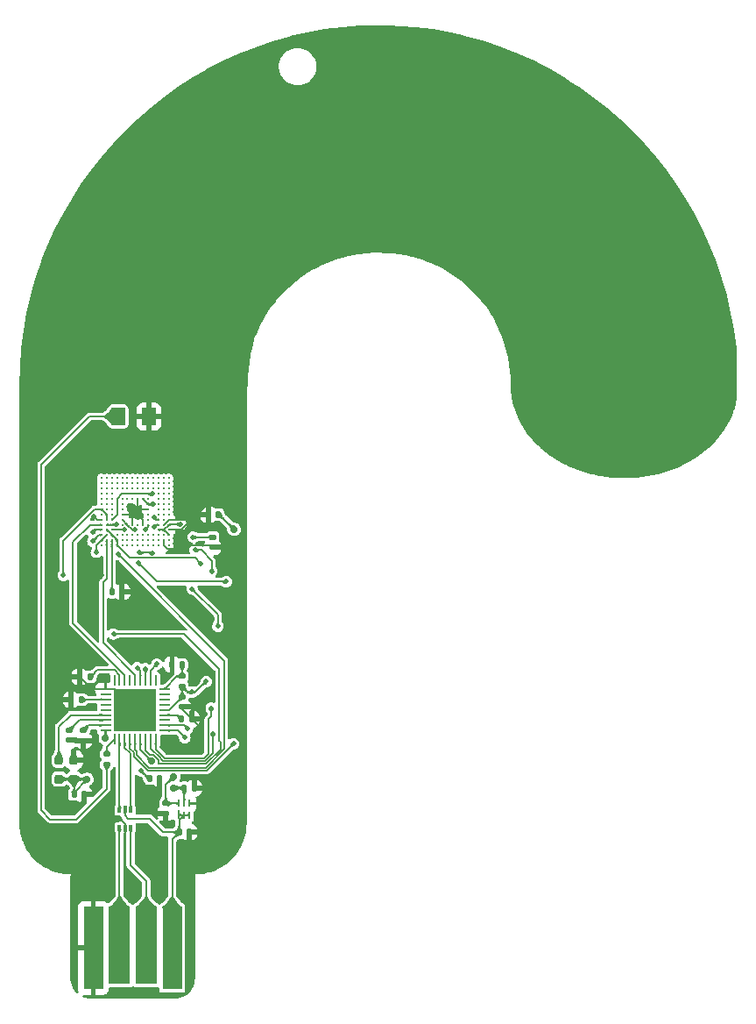
<source format=gtl>
G04 #@! TF.GenerationSoftware,KiCad,Pcbnew,7.0.9*
G04 #@! TF.CreationDate,2023-12-10T17:48:37-07:00*
G04 #@! TF.ProjectId,chrimbus2023,63687269-6d62-4757-9332-3032332e6b69,rev?*
G04 #@! TF.SameCoordinates,Original*
G04 #@! TF.FileFunction,Copper,L1,Top*
G04 #@! TF.FilePolarity,Positive*
%FSLAX46Y46*%
G04 Gerber Fmt 4.6, Leading zero omitted, Abs format (unit mm)*
G04 Created by KiCad (PCBNEW 7.0.9) date 2023-12-10 17:48:37*
%MOMM*%
%LPD*%
G01*
G04 APERTURE LIST*
G04 Aperture macros list*
%AMRoundRect*
0 Rectangle with rounded corners*
0 $1 Rounding radius*
0 $2 $3 $4 $5 $6 $7 $8 $9 X,Y pos of 4 corners*
0 Add a 4 corners polygon primitive as box body*
4,1,4,$2,$3,$4,$5,$6,$7,$8,$9,$2,$3,0*
0 Add four circle primitives for the rounded corners*
1,1,$1+$1,$2,$3*
1,1,$1+$1,$4,$5*
1,1,$1+$1,$6,$7*
1,1,$1+$1,$8,$9*
0 Add four rect primitives between the rounded corners*
20,1,$1+$1,$2,$3,$4,$5,0*
20,1,$1+$1,$4,$5,$6,$7,0*
20,1,$1+$1,$6,$7,$8,$9,0*
20,1,$1+$1,$8,$9,$2,$3,0*%
G04 Aperture macros list end*
G04 #@! TA.AperFunction,ComponentPad*
%ADD10C,0.600000*%
G04 #@! TD*
G04 #@! TA.AperFunction,SMDPad,CuDef*
%ADD11R,4.100000X4.100000*%
G04 #@! TD*
G04 #@! TA.AperFunction,SMDPad,CuDef*
%ADD12RoundRect,0.062500X0.475000X-0.062500X0.475000X0.062500X-0.475000X0.062500X-0.475000X-0.062500X0*%
G04 #@! TD*
G04 #@! TA.AperFunction,SMDPad,CuDef*
%ADD13RoundRect,0.062500X0.062500X-0.475000X0.062500X0.475000X-0.062500X0.475000X-0.062500X-0.475000X0*%
G04 #@! TD*
G04 #@! TA.AperFunction,SMDPad,CuDef*
%ADD14RoundRect,0.250001X0.462499X0.624999X-0.462499X0.624999X-0.462499X-0.624999X0.462499X-0.624999X0*%
G04 #@! TD*
G04 #@! TA.AperFunction,SMDPad,CuDef*
%ADD15C,0.290000*%
G04 #@! TD*
G04 #@! TA.AperFunction,SMDPad,CuDef*
%ADD16RoundRect,0.140000X-0.170000X0.140000X-0.170000X-0.140000X0.170000X-0.140000X0.170000X0.140000X0*%
G04 #@! TD*
G04 #@! TA.AperFunction,SMDPad,CuDef*
%ADD17R,0.280000X0.750000*%
G04 #@! TD*
G04 #@! TA.AperFunction,SMDPad,CuDef*
%ADD18R,0.280000X0.850000*%
G04 #@! TD*
G04 #@! TA.AperFunction,SMDPad,CuDef*
%ADD19RoundRect,0.140000X-0.140000X-0.170000X0.140000X-0.170000X0.140000X0.170000X-0.140000X0.170000X0*%
G04 #@! TD*
G04 #@! TA.AperFunction,SMDPad,CuDef*
%ADD20R,0.375000X0.500000*%
G04 #@! TD*
G04 #@! TA.AperFunction,SMDPad,CuDef*
%ADD21R,0.300000X0.650000*%
G04 #@! TD*
G04 #@! TA.AperFunction,SMDPad,CuDef*
%ADD22RoundRect,0.140000X0.140000X0.170000X-0.140000X0.170000X-0.140000X-0.170000X0.140000X-0.170000X0*%
G04 #@! TD*
G04 #@! TA.AperFunction,SMDPad,CuDef*
%ADD23RoundRect,0.200000X0.200000X0.250000X-0.200000X0.250000X-0.200000X-0.250000X0.200000X-0.250000X0*%
G04 #@! TD*
G04 #@! TA.AperFunction,ConnectorPad*
%ADD24R,1.900000X8.000000*%
G04 #@! TD*
G04 #@! TA.AperFunction,ConnectorPad*
%ADD25R,2.000000X7.500000*%
G04 #@! TD*
G04 #@! TA.AperFunction,SMDPad,CuDef*
%ADD26RoundRect,0.135000X-0.185000X0.135000X-0.185000X-0.135000X0.185000X-0.135000X0.185000X0.135000X0*%
G04 #@! TD*
G04 #@! TA.AperFunction,SMDPad,CuDef*
%ADD27RoundRect,0.135000X0.135000X0.185000X-0.135000X0.185000X-0.135000X-0.185000X0.135000X-0.185000X0*%
G04 #@! TD*
G04 #@! TA.AperFunction,SMDPad,CuDef*
%ADD28RoundRect,0.135000X0.185000X-0.135000X0.185000X0.135000X-0.185000X0.135000X-0.185000X-0.135000X0*%
G04 #@! TD*
G04 #@! TA.AperFunction,ViaPad*
%ADD29C,0.500000*%
G04 #@! TD*
G04 #@! TA.AperFunction,ViaPad*
%ADD30C,0.700000*%
G04 #@! TD*
G04 #@! TA.AperFunction,Conductor*
%ADD31C,0.127000*%
G04 #@! TD*
G04 #@! TA.AperFunction,Conductor*
%ADD32C,0.200000*%
G04 #@! TD*
G04 APERTURE END LIST*
D10*
X74715234Y-131433299D03*
X73715234Y-131433299D03*
X75715234Y-131433299D03*
X73715234Y-129433299D03*
D11*
X74715234Y-130433299D03*
D10*
X73715234Y-130433299D03*
X74715234Y-129433299D03*
X75715234Y-129433299D03*
X75715234Y-130433299D03*
X74715234Y-130433299D03*
D12*
X71877734Y-132433299D03*
X71877734Y-131933299D03*
X71877734Y-131433299D03*
X71877734Y-130933299D03*
X71877734Y-130433299D03*
X71877734Y-129933299D03*
X71877734Y-129433299D03*
X71877734Y-128933299D03*
X71877734Y-128433299D03*
D13*
X72715234Y-127595799D03*
X73215234Y-127595799D03*
X73715234Y-127595799D03*
X74215234Y-127595799D03*
X74715234Y-127595799D03*
X75215234Y-127595799D03*
X75715234Y-127595799D03*
X76215234Y-127595799D03*
X76715234Y-127595799D03*
D12*
X77552734Y-128433299D03*
X77552734Y-128933299D03*
X77552734Y-129433299D03*
X77552734Y-129933299D03*
X77552734Y-130433299D03*
X77552734Y-130933299D03*
X77552734Y-131433299D03*
X77552734Y-131933299D03*
X77552734Y-132433299D03*
D13*
X76715234Y-133270799D03*
X76215234Y-133270799D03*
X75715234Y-133270799D03*
X75215234Y-133270799D03*
X74715234Y-133270799D03*
X74215234Y-133270799D03*
X73715234Y-133270799D03*
X73215234Y-133270799D03*
X72715234Y-133270799D03*
D14*
X76050634Y-102111499D03*
X73075634Y-102111499D03*
D15*
X77975634Y-108061499D03*
X77975634Y-108561499D03*
X77975634Y-109061499D03*
X77975634Y-109561499D03*
X77975634Y-110061499D03*
X77975634Y-110561499D03*
X77975634Y-111061499D03*
X77975634Y-111561499D03*
X77975634Y-112061499D03*
X77975634Y-112561499D03*
X77975634Y-113061499D03*
X77975634Y-113561499D03*
X77975634Y-114061499D03*
X77975634Y-114561499D03*
X77475634Y-108061499D03*
X77475634Y-108561499D03*
X77475634Y-109061499D03*
X77475634Y-109561499D03*
X77475634Y-110061499D03*
X77475634Y-110561499D03*
X77475634Y-111061499D03*
X77475634Y-111561499D03*
X77475634Y-112061499D03*
X77475634Y-112561499D03*
X77475634Y-113061499D03*
X77475634Y-113561499D03*
X77475634Y-114061499D03*
X77475634Y-114561499D03*
X76975634Y-108061499D03*
X76975634Y-108561499D03*
X76975634Y-109061499D03*
X76975634Y-109561499D03*
X76975634Y-110061499D03*
X76975634Y-110561499D03*
X76975634Y-111061499D03*
X76975634Y-111561499D03*
X76975634Y-112061499D03*
X76975634Y-112561499D03*
X76975634Y-113061499D03*
X76975634Y-113561499D03*
X76975634Y-114061499D03*
X76975634Y-114561499D03*
X76475634Y-108061499D03*
X76475634Y-108561499D03*
X76475634Y-109061499D03*
X76475634Y-113561499D03*
X76475634Y-114061499D03*
X76475634Y-114561499D03*
X75975634Y-108061499D03*
X75975634Y-108561499D03*
X75975634Y-109061499D03*
X75975634Y-110061499D03*
X75975634Y-110561499D03*
X75975634Y-111061499D03*
X75975634Y-111561499D03*
X75975634Y-112061499D03*
X75975634Y-112561499D03*
X75975634Y-113561499D03*
X75975634Y-114061499D03*
X75975634Y-114561499D03*
X75475634Y-108061499D03*
X75475634Y-108561499D03*
X75475634Y-109061499D03*
X75475634Y-110061499D03*
X75475634Y-112561499D03*
X75475634Y-113561499D03*
X75475634Y-114061499D03*
X75475634Y-114561499D03*
X74975634Y-108061499D03*
X74975634Y-108561499D03*
X74975634Y-109061499D03*
X74975634Y-110061499D03*
X74975634Y-112561499D03*
X74975634Y-113561499D03*
X74975634Y-114061499D03*
X74975634Y-114561499D03*
X74475634Y-108061499D03*
X74475634Y-108561499D03*
X74475634Y-109061499D03*
X74475634Y-110061499D03*
X74475634Y-112561499D03*
X74475634Y-113561499D03*
X74475634Y-114061499D03*
X74475634Y-114561499D03*
X73975634Y-108061499D03*
X73975634Y-108561499D03*
X73975634Y-109061499D03*
X73975634Y-110061499D03*
X73975634Y-112561499D03*
X73975634Y-113561499D03*
X73975634Y-114061499D03*
X73975634Y-114561499D03*
X73475634Y-108061499D03*
X73475634Y-108561499D03*
X73475634Y-109061499D03*
X73475634Y-110061499D03*
X73475634Y-110561499D03*
X73475634Y-111061499D03*
X73475634Y-111561499D03*
X73475634Y-112061499D03*
X73475634Y-112561499D03*
X73475634Y-113561499D03*
X73475634Y-114061499D03*
X73475634Y-114561499D03*
X72975634Y-108061499D03*
X72975634Y-108561499D03*
X72975634Y-109061499D03*
X72975634Y-113061499D03*
X72975634Y-113561499D03*
X72975634Y-114061499D03*
X72975634Y-114561499D03*
X72475634Y-108061499D03*
X72475634Y-108561499D03*
X72475634Y-109061499D03*
X72475634Y-109561499D03*
X72475634Y-110061499D03*
X72475634Y-110561499D03*
X72475634Y-111061499D03*
X72475634Y-111561499D03*
X72475634Y-112061499D03*
X72475634Y-112561499D03*
X72475634Y-113061499D03*
X72475634Y-113561499D03*
X72475634Y-114061499D03*
X72475634Y-114561499D03*
X71975634Y-108061499D03*
X71975634Y-108561499D03*
X71975634Y-109061499D03*
X71975634Y-109561499D03*
X71975634Y-110061499D03*
X71975634Y-110561499D03*
X71975634Y-111061499D03*
X71975634Y-111561499D03*
X71975634Y-112061499D03*
X71975634Y-112561499D03*
X71975634Y-113061499D03*
X71975634Y-113561499D03*
X71975634Y-114061499D03*
X71975634Y-114561499D03*
X71475634Y-108061499D03*
X71475634Y-108561499D03*
X71475634Y-109061499D03*
X71475634Y-109561499D03*
X71475634Y-110061499D03*
X71475634Y-110561499D03*
X71475634Y-111061499D03*
X71475634Y-111561499D03*
X71475634Y-112061499D03*
X71475634Y-112561499D03*
X71475634Y-113061499D03*
X71475634Y-113561499D03*
X71475634Y-114061499D03*
X71475634Y-114561499D03*
D16*
X79275634Y-130141499D03*
X79275634Y-129181499D03*
D17*
X78964034Y-139458499D03*
X79464034Y-139458499D03*
X79964034Y-139458499D03*
X79964034Y-140608499D03*
X79464034Y-140608499D03*
D18*
X78964034Y-140558499D03*
D19*
X68815634Y-138611499D03*
X69775634Y-138611499D03*
D20*
X73215634Y-141811499D03*
D21*
X73753134Y-141886499D03*
D20*
X74290634Y-141811499D03*
X74290634Y-140111499D03*
D21*
X73753134Y-140036499D03*
D20*
X73215634Y-140111499D03*
D22*
X82755634Y-111561499D03*
X81795634Y-111561499D03*
D23*
X67359834Y-137123099D03*
X67359834Y-135273099D03*
X68809834Y-135273099D03*
X68809834Y-137123099D03*
D22*
X79255634Y-126061499D03*
X78295634Y-126061499D03*
D16*
X68364234Y-133376099D03*
X68364234Y-132416099D03*
D24*
X70680000Y-153440000D03*
D25*
X73190000Y-153190000D03*
X75790000Y-153190000D03*
D24*
X78300000Y-153440000D03*
D26*
X71971034Y-134720899D03*
X71971034Y-135740899D03*
D19*
X78984034Y-142268699D03*
X79944034Y-142268699D03*
X79469234Y-137976099D03*
X80429234Y-137976099D03*
D16*
X77686034Y-140437299D03*
X77686034Y-139477299D03*
D27*
X68525634Y-129461499D03*
X69545634Y-129461499D03*
D19*
X72495634Y-119061499D03*
X73455634Y-119061499D03*
D16*
X82225634Y-114711499D03*
X82225634Y-113751499D03*
D19*
X76145634Y-137061499D03*
X77105634Y-137061499D03*
D26*
X69735834Y-132384099D03*
X69735834Y-133404099D03*
D19*
X79215634Y-131311499D03*
X80175634Y-131311499D03*
D27*
X70385634Y-127261499D03*
X69365634Y-127261499D03*
D28*
X79275634Y-128211499D03*
X79275634Y-127191499D03*
D29*
X81775634Y-141161499D03*
X67125634Y-139111499D03*
X69725634Y-134161499D03*
X77375634Y-124061499D03*
X83525634Y-124211499D03*
X83625634Y-115811499D03*
X83175634Y-119511499D03*
X74475634Y-147661499D03*
X76375634Y-144411499D03*
X77375634Y-121861499D03*
X75925634Y-139561499D03*
X83475634Y-138411499D03*
X80925634Y-134161499D03*
X81775634Y-109961499D03*
X73425634Y-117511499D03*
X69475634Y-121661499D03*
X68225634Y-123611499D03*
X71475634Y-117461499D03*
X76423743Y-109580414D03*
X73775634Y-120311499D03*
X76519759Y-111814763D03*
X82125634Y-117061499D03*
X82075634Y-130261499D03*
X80525634Y-115011499D03*
X67775634Y-117461499D03*
X72625634Y-123111499D03*
X81575634Y-127711499D03*
X82725634Y-122361499D03*
X80225634Y-118761499D03*
X82225634Y-132711499D03*
X76425634Y-115311499D03*
X75125634Y-115261499D03*
X75025634Y-116261499D03*
X70625634Y-113261499D03*
X83525634Y-118061499D03*
X70625634Y-114161499D03*
X73075634Y-115411499D03*
X74925634Y-126361499D03*
X70725634Y-111761499D03*
X84225634Y-133711499D03*
X79525634Y-133111499D03*
X81075634Y-116311499D03*
X79775634Y-132261499D03*
X76519759Y-112808235D03*
X75725634Y-113061499D03*
X75725634Y-126461499D03*
X76825634Y-126011499D03*
X70975634Y-115211499D03*
X80325634Y-113761499D03*
X76454131Y-110561499D03*
X79125634Y-112511499D03*
X75275634Y-136311499D03*
X80225634Y-128711499D03*
X72953227Y-112540478D03*
X73723864Y-113020135D03*
X74725634Y-113061499D03*
X74725634Y-111361499D03*
D30*
X76339834Y-135410699D03*
X84290034Y-113007899D03*
X78422634Y-136934699D03*
X78448034Y-137976099D03*
X71844034Y-133175499D03*
X70066034Y-137137899D03*
D31*
X79964034Y-139458499D02*
X80472634Y-139458499D01*
X80475634Y-139461499D02*
X80472634Y-139458499D01*
X69775634Y-139061499D02*
X68925634Y-139911499D01*
X69775634Y-138611499D02*
X69775634Y-139061499D01*
X71971034Y-135740899D02*
X71971034Y-138066099D01*
X71971034Y-138066099D02*
X69025634Y-141011499D01*
X69025634Y-141011499D02*
X66525634Y-141011499D01*
X66525634Y-141011499D02*
X65625634Y-140111499D01*
X65625634Y-140111499D02*
X65625634Y-106761499D01*
X65625634Y-106761499D02*
X70275634Y-102111499D01*
X70275634Y-102111499D02*
X73075634Y-102111499D01*
X77105634Y-137061499D02*
X77105634Y-138381499D01*
X77105634Y-138381499D02*
X75925634Y-139561499D01*
X73280134Y-140961499D02*
X72425634Y-140961499D01*
X73753134Y-141434499D02*
X73280134Y-140961499D01*
X73753134Y-141886499D02*
X73753134Y-141434499D01*
X80925634Y-132061499D02*
X80925634Y-134161499D01*
X80175634Y-131311499D02*
X80925634Y-132061499D01*
X79275634Y-130141499D02*
X79275634Y-130411499D01*
X79275634Y-130411499D02*
X80175634Y-131311499D01*
X78990134Y-114896999D02*
X79325634Y-114561499D01*
X77811134Y-114896999D02*
X78990134Y-114896999D01*
X77475634Y-114561499D02*
X77811134Y-114896999D01*
X79325634Y-114561499D02*
X82075634Y-114561499D01*
X77975634Y-113061499D02*
X79198596Y-113061499D01*
X79198596Y-113061499D02*
X81775634Y-110484461D01*
X81775634Y-110484461D02*
X81775634Y-109961499D01*
X77475634Y-114061499D02*
X77475634Y-114561499D01*
X77975634Y-112061499D02*
X79675634Y-112061499D01*
X79675634Y-112061499D02*
X81775634Y-109961499D01*
X81795634Y-109981499D02*
X81775634Y-109961499D01*
X81795634Y-111561499D02*
X81795634Y-109981499D01*
X69475634Y-119461499D02*
X69475634Y-121661499D01*
X71475634Y-117461499D02*
X69475634Y-119461499D01*
X73425634Y-119091499D02*
X73425634Y-117511499D01*
D32*
X76423743Y-109580414D02*
X73430631Y-109580414D01*
X73430631Y-109580414D02*
X72975634Y-110035411D01*
X72975634Y-110035411D02*
X72975634Y-111311499D01*
D31*
X73455634Y-119991499D02*
X73775634Y-120311499D01*
X73455634Y-119061499D02*
X73455634Y-119991499D01*
X76766495Y-112061499D02*
X76519759Y-111814763D01*
X76975634Y-112061499D02*
X76766495Y-112061499D01*
X82075634Y-130261499D02*
X82075634Y-131061499D01*
X81098596Y-115011499D02*
X82125634Y-116038537D01*
X80525634Y-115011499D02*
X81098596Y-115011499D01*
X82125634Y-116038537D02*
X82125634Y-117061499D01*
X82075634Y-131061499D02*
X81785134Y-131351999D01*
X82825634Y-126511499D02*
X79425634Y-123111499D01*
X82825634Y-133411499D02*
X82825634Y-126511499D01*
X79425634Y-123111499D02*
X72625634Y-123111499D01*
X67775634Y-117461499D02*
X67775634Y-114088537D01*
X67775634Y-114088537D02*
X70802672Y-111061499D01*
X81785134Y-134620999D02*
X81785134Y-131351999D01*
X81825014Y-134660879D02*
X81785134Y-134620999D01*
X81354594Y-135131299D02*
X81825014Y-134660879D01*
X71475634Y-111061499D02*
X70802672Y-111061499D01*
X80575634Y-128711499D02*
X80225634Y-128711499D01*
X81575634Y-127711499D02*
X80575634Y-128711499D01*
X82965624Y-133551489D02*
X82825634Y-133411499D01*
X82965624Y-134238689D02*
X82965624Y-133551489D01*
X81459804Y-135385299D02*
X82225634Y-134619469D01*
X82225634Y-134619469D02*
X82225634Y-132711499D01*
X75125634Y-115261499D02*
X76375634Y-115261499D01*
X80225634Y-118761499D02*
X82725634Y-121261499D01*
X82725634Y-121261499D02*
X82725634Y-122361499D01*
X76375634Y-115261499D02*
X76425634Y-115311499D01*
X71475634Y-113061499D02*
X70825634Y-113061499D01*
X76825634Y-118061499D02*
X83525634Y-118061499D01*
X70825634Y-113061499D02*
X70625634Y-113261499D01*
X75025634Y-116261499D02*
X76825634Y-118061499D01*
X71225634Y-113561499D02*
X70625634Y-114161499D01*
X71475634Y-113561499D02*
X71225634Y-113561499D01*
X83348429Y-134215094D02*
X83348429Y-125684294D01*
X83348429Y-125684294D02*
X73075634Y-115411499D01*
X74925634Y-126361499D02*
X75215234Y-126651099D01*
X75215234Y-126651099D02*
X75215234Y-127595799D01*
X68725634Y-122068700D02*
X68725634Y-114211499D01*
X73715234Y-127058300D02*
X68725634Y-122068700D01*
X73715234Y-127595799D02*
X73715234Y-127058300D01*
X68725634Y-114211499D02*
X70375634Y-112561499D01*
X70375634Y-112561499D02*
X71475634Y-112561499D01*
X71975634Y-117761499D02*
X71625634Y-118111499D01*
X71975634Y-114561499D02*
X71975634Y-117761499D01*
X74715234Y-127058300D02*
X74715234Y-127595799D01*
X71625634Y-118111499D02*
X71625634Y-123968700D01*
X71625634Y-123968700D02*
X74715234Y-127058300D01*
X71475634Y-112061499D02*
X71025634Y-112061499D01*
X71025634Y-112061499D02*
X70725634Y-111761499D01*
X83756634Y-134166099D02*
X83771034Y-134166099D01*
X83771034Y-134166099D02*
X84225634Y-133711499D01*
X78847434Y-132433299D02*
X79525634Y-133111499D01*
X77552734Y-132433299D02*
X78847434Y-132433299D01*
X81075634Y-116311499D02*
X80525634Y-115761499D01*
X80525634Y-115761499D02*
X74175634Y-115761499D01*
X74175634Y-115761499D02*
X72975634Y-114561499D01*
X76975634Y-112561499D02*
X76725634Y-112561499D01*
X79775634Y-132261499D02*
X79447434Y-131933299D01*
X76725634Y-112561499D02*
X76475634Y-112811499D01*
X79447434Y-131933299D02*
X77552734Y-131933299D01*
X75975634Y-112811499D02*
X75725634Y-113061499D01*
X75975634Y-112561499D02*
X75975634Y-112811499D01*
X69365634Y-127261499D02*
X70537434Y-128433299D01*
X70537434Y-128433299D02*
X71877734Y-128433299D01*
X75725634Y-126461499D02*
X75725634Y-127585399D01*
X71475634Y-114061499D02*
X70975634Y-114561499D01*
X76825634Y-126011499D02*
X76215234Y-126621899D01*
X70975634Y-114561499D02*
X70975634Y-115211499D01*
X76215234Y-126621899D02*
X76215234Y-127595799D01*
D32*
X82843634Y-111561499D02*
X84290034Y-113007899D01*
D31*
X72475634Y-114561499D02*
X72475634Y-119041499D01*
X80325634Y-113761499D02*
X80335634Y-113751499D01*
X80335634Y-113751499D02*
X82225634Y-113751499D01*
X75975634Y-110561499D02*
X76454131Y-110561499D01*
D32*
X78025634Y-112511499D02*
X77975634Y-112561499D01*
X79125634Y-112511499D02*
X78025634Y-112511499D01*
D31*
X79275634Y-127191499D02*
X79275634Y-126081499D01*
X68815634Y-138388299D02*
X70066034Y-137137899D01*
X68815634Y-138611499D02*
X68815634Y-137128899D01*
X76025634Y-137061499D02*
X75275634Y-136311499D01*
X77552734Y-130933299D02*
X78837434Y-130933299D01*
X78837434Y-130933299D02*
X79215634Y-131311499D01*
D32*
X80225634Y-128711499D02*
X79775634Y-128711499D01*
X79775634Y-128711499D02*
X79275634Y-128211499D01*
D31*
X77552734Y-128433299D02*
X78794534Y-127191499D01*
X78794534Y-127191499D02*
X79275634Y-127191499D01*
X79275634Y-129181499D02*
X79275634Y-128211499D01*
X79275634Y-129181499D02*
X78023834Y-130433299D01*
X70385634Y-127261499D02*
X70779334Y-126867799D01*
X70779334Y-126867799D02*
X70779334Y-126857799D01*
X70779334Y-126857799D02*
X71075634Y-126561499D01*
X71075634Y-126561499D02*
X72718433Y-126561499D01*
X72718433Y-126561499D02*
X73215234Y-127058300D01*
X73215234Y-127058300D02*
X73215234Y-127595799D01*
X71877734Y-128433299D02*
X72715234Y-128433299D01*
X72715234Y-128433299D02*
X74715234Y-130433299D01*
X71877734Y-129433299D02*
X69573834Y-129433299D01*
X72932206Y-112561499D02*
X72953227Y-112540478D01*
X72475634Y-112561499D02*
X72932206Y-112561499D01*
X71975634Y-112561499D02*
X72475634Y-112561499D01*
X73682500Y-113061499D02*
X73723864Y-113020135D01*
X72975634Y-113061499D02*
X73682500Y-113061499D01*
X72475634Y-113061499D02*
X72975634Y-113061499D01*
X71975634Y-111561499D02*
X71475634Y-111061499D01*
X71975634Y-112061499D02*
X71975634Y-111561499D01*
X74475634Y-113061499D02*
X74725634Y-113061499D01*
X73975634Y-112561499D02*
X74475634Y-113061499D01*
X72975634Y-111561499D02*
X72975634Y-111311499D01*
X72475634Y-112061499D02*
X72975634Y-111561499D01*
X73475634Y-112061499D02*
X73975634Y-112561499D01*
X75475634Y-110061499D02*
X75975634Y-110561499D01*
X73475634Y-111561499D02*
X74525634Y-111561499D01*
X74525634Y-111561499D02*
X74725634Y-111361499D01*
X75475634Y-112561499D02*
X75475634Y-112111499D01*
X75475634Y-112111499D02*
X74725634Y-111361499D01*
X74475634Y-112561499D02*
X74475634Y-111611499D01*
X74475634Y-111611499D02*
X74725634Y-111361499D01*
X75975634Y-111061499D02*
X75025634Y-111061499D01*
X75025634Y-111061499D02*
X74725634Y-111361499D01*
X74975634Y-110061499D02*
X74975634Y-111111499D01*
X74975634Y-111111499D02*
X74725634Y-111361499D01*
X77475634Y-112561499D02*
X77975634Y-112061499D01*
X77975634Y-113561499D02*
X77475634Y-113061499D01*
X77975634Y-112561499D02*
X77475634Y-113061499D01*
X76975634Y-113061499D02*
X77475634Y-113061499D01*
X72975634Y-114061499D02*
X72975634Y-114561499D01*
X72475634Y-113561499D02*
X72975634Y-114061499D01*
X71975634Y-113061499D02*
X72475634Y-113561499D01*
X71975634Y-113561499D02*
X71475634Y-114061499D01*
X72475634Y-114061499D02*
X72475634Y-114561499D01*
X71975634Y-114061499D02*
X71975634Y-114561499D01*
X71971034Y-134720899D02*
X71971034Y-134014999D01*
X71971034Y-134014999D02*
X72715234Y-133270799D01*
X76715234Y-133270799D02*
X76715234Y-134262099D01*
X76715234Y-134262099D02*
X77584434Y-135131299D01*
X77584434Y-135131299D02*
X81354594Y-135131299D01*
X76215234Y-133270799D02*
X76215234Y-134162506D01*
X76215234Y-134162506D02*
X77203434Y-135150706D01*
X77203434Y-135150706D02*
X77203434Y-135182099D01*
X77203434Y-135182099D02*
X77406634Y-135385299D01*
X77406634Y-135385299D02*
X81459804Y-135385299D01*
X81565014Y-135639299D02*
X82965624Y-134238689D01*
X76949434Y-135639299D02*
X81565014Y-135639299D01*
X75715234Y-134375269D02*
X76151549Y-134811584D01*
X75715234Y-133270799D02*
X75715234Y-134375269D01*
X76151549Y-134811584D02*
X76505102Y-134811584D01*
X76505102Y-134811584D02*
X76949434Y-135255916D01*
X76949434Y-135255916D02*
X76949434Y-135639299D01*
D32*
X76339834Y-135410699D02*
X75215234Y-134286099D01*
X75215234Y-134286099D02*
X75215234Y-133270799D01*
D31*
X74715234Y-133270799D02*
X74715234Y-134294605D01*
X74715234Y-134294605D02*
X74866634Y-134446005D01*
X74866634Y-134446005D02*
X74866634Y-134822889D01*
X74866634Y-134822889D02*
X76064044Y-136020299D01*
X76064044Y-136020299D02*
X81543224Y-136020299D01*
X81543224Y-136020299D02*
X83348429Y-134215094D01*
X74215234Y-133270799D02*
X74215234Y-134153815D01*
X74215234Y-134153815D02*
X74612634Y-134551215D01*
X74612634Y-134551215D02*
X74612634Y-134928099D01*
X74612634Y-134928099D02*
X75958834Y-136274299D01*
X75958834Y-136274299D02*
X81648434Y-136274299D01*
X81648434Y-136274299D02*
X83756634Y-134166099D01*
D32*
X71877734Y-131933299D02*
X70186634Y-131933299D01*
X70186634Y-131933299D02*
X69735834Y-132384099D01*
X71877734Y-131433299D02*
X69347034Y-131433299D01*
X69347034Y-131433299D02*
X68364234Y-132416099D01*
X77686034Y-137671299D02*
X78422634Y-136934699D01*
X77686034Y-139477299D02*
X77686034Y-137671299D01*
X79469234Y-137976099D02*
X78448034Y-137976099D01*
X68809834Y-137123099D02*
X70051234Y-137123099D01*
X70051234Y-137123099D02*
X70066034Y-137137899D01*
X71844034Y-133175499D02*
X71844034Y-132466999D01*
X71844034Y-132466999D02*
X71877734Y-132433299D01*
X67359834Y-137123099D02*
X68809834Y-137123099D01*
X73753134Y-140036499D02*
X73753134Y-140647199D01*
X76111234Y-140947899D02*
X77432034Y-142268699D01*
X73753134Y-140647199D02*
X74053834Y-140947899D01*
X74053834Y-140947899D02*
X76111234Y-140947899D01*
X77432034Y-142268699D02*
X78984034Y-142268699D01*
X79464034Y-139458499D02*
X79464034Y-137981299D01*
X77686034Y-139477299D02*
X78945234Y-139477299D01*
X79964034Y-140608499D02*
X79014034Y-140608499D01*
X79014034Y-140608499D02*
X78964034Y-140558499D01*
X78984034Y-142268699D02*
X78984034Y-141088499D01*
X78984034Y-141088499D02*
X79464034Y-140608499D01*
X78300000Y-153440000D02*
X78300000Y-142952733D01*
X78300000Y-142952733D02*
X78984034Y-142268699D01*
X67359834Y-135273099D02*
X67359834Y-132071699D01*
X67359834Y-132071699D02*
X68498234Y-130933299D01*
X68498234Y-130933299D02*
X71877734Y-130933299D01*
X74290634Y-141811499D02*
X74290634Y-145477299D01*
X74290634Y-145477299D02*
X75790000Y-146976665D01*
X75790000Y-146976665D02*
X75790000Y-153190000D01*
X73215634Y-141811499D02*
X73215634Y-153164366D01*
X74290634Y-140111499D02*
X74290634Y-134640045D01*
X74290634Y-134640045D02*
X73715234Y-134064645D01*
X73715234Y-134064645D02*
X73715234Y-133270799D01*
X73215634Y-140111499D02*
X73215634Y-133271199D01*
G04 #@! TA.AperFunction,Conductor*
G36*
X73827189Y-142212320D02*
G01*
X73862117Y-142252630D01*
X73864321Y-142256691D01*
X73866000Y-142260023D01*
X73869634Y-142267810D01*
X73875058Y-142279435D01*
X73876250Y-142282159D01*
X73880888Y-142293488D01*
X73890134Y-142340471D01*
X73890134Y-145540728D01*
X73890135Y-145540738D01*
X73896980Y-145561806D01*
X73901521Y-145580717D01*
X73904988Y-145602603D01*
X73904989Y-145602606D01*
X73915046Y-145622344D01*
X73922491Y-145640317D01*
X73929338Y-145661389D01*
X73942360Y-145679313D01*
X73952524Y-145695899D01*
X73962584Y-145715641D01*
X73983498Y-145736555D01*
X73983527Y-145736586D01*
X75353181Y-147106239D01*
X75386666Y-147167562D01*
X75389500Y-147193920D01*
X75389500Y-148306329D01*
X75369884Y-148373261D01*
X75260041Y-148544567D01*
X75257475Y-148548267D01*
X75095387Y-148764709D01*
X75091843Y-148769023D01*
X74936762Y-148941335D01*
X74931812Y-148946248D01*
X74786617Y-149075020D01*
X74779718Y-149080323D01*
X74626921Y-149181577D01*
X74623890Y-149183234D01*
X74617230Y-149187797D01*
X74605141Y-149199886D01*
X74601267Y-149203445D01*
X74574531Y-149225986D01*
X74572990Y-149227446D01*
X74572508Y-149227691D01*
X74571803Y-149228287D01*
X74571664Y-149228123D01*
X74510775Y-149259244D01*
X74441245Y-149252358D01*
X74400055Y-149225084D01*
X74362764Y-149187793D01*
X74353902Y-149181722D01*
X74352182Y-149180762D01*
X74209339Y-149082495D01*
X74202597Y-149077132D01*
X74061624Y-148948029D01*
X74056819Y-148943113D01*
X74006056Y-148885057D01*
X73906064Y-148770697D01*
X73902652Y-148766426D01*
X73745072Y-148550294D01*
X73742599Y-148546634D01*
X73634992Y-148374522D01*
X73616134Y-148308786D01*
X73616134Y-142340469D01*
X73625372Y-142293505D01*
X73626592Y-142290521D01*
X73630032Y-142282117D01*
X73631192Y-142279466D01*
X73640277Y-142259998D01*
X73641938Y-142256702D01*
X73644149Y-142252628D01*
X73693428Y-142203097D01*
X73761663Y-142188071D01*
X73827189Y-142212320D01*
G37*
G04 #@! TD.AperFunction*
G04 #@! TA.AperFunction,Conductor*
G36*
X75961018Y-141368084D02*
G01*
X75981660Y-141384718D01*
X77103984Y-142507041D01*
X77193692Y-142596749D01*
X77213429Y-142606805D01*
X77230015Y-142616968D01*
X77247944Y-142629995D01*
X77247946Y-142629995D01*
X77247947Y-142629996D01*
X77269008Y-142636839D01*
X77286987Y-142644285D01*
X77306730Y-142654345D01*
X77328619Y-142657811D01*
X77347535Y-142662352D01*
X77368601Y-142669198D01*
X77397958Y-142669198D01*
X77397982Y-142669199D01*
X77400515Y-142669199D01*
X77795095Y-142669199D01*
X77862134Y-142688884D01*
X77907889Y-142741688D01*
X77917833Y-142810846D01*
X77915162Y-142822330D01*
X77910887Y-142849315D01*
X77906347Y-142868224D01*
X77899500Y-142889300D01*
X77899500Y-148356829D01*
X77880040Y-148423518D01*
X77779596Y-148580971D01*
X77777048Y-148584663D01*
X77624851Y-148789002D01*
X77621331Y-148793310D01*
X77476077Y-148955653D01*
X77471157Y-148960568D01*
X77335785Y-149081412D01*
X77328918Y-149086728D01*
X77187136Y-149181402D01*
X77184247Y-149182989D01*
X77177233Y-149187795D01*
X77167748Y-149197279D01*
X77163668Y-149201010D01*
X77148443Y-149213735D01*
X77084380Y-149241623D01*
X77015410Y-149230449D01*
X76981243Y-149206272D01*
X76962765Y-149187794D01*
X76962764Y-149187793D01*
X76956117Y-149183239D01*
X76953072Y-149181574D01*
X76800282Y-149080324D01*
X76793383Y-149075021D01*
X76705014Y-148996649D01*
X76648168Y-148946233D01*
X76643235Y-148941335D01*
X76488152Y-148769023D01*
X76484610Y-148764711D01*
X76433770Y-148696822D01*
X76322515Y-148548256D01*
X76319956Y-148544567D01*
X76219693Y-148388198D01*
X76210115Y-148373261D01*
X76190500Y-148306330D01*
X76190500Y-146913234D01*
X76190500Y-146913232D01*
X76183653Y-146892162D01*
X76179111Y-146873242D01*
X76175646Y-146851361D01*
X76165584Y-146831614D01*
X76158140Y-146813641D01*
X76151295Y-146792574D01*
X76138274Y-146774652D01*
X76128108Y-146758063D01*
X76118050Y-146738323D01*
X76097398Y-146717671D01*
X76097380Y-146717651D01*
X74727453Y-145347724D01*
X74693968Y-145286401D01*
X74691134Y-145260043D01*
X74691134Y-142340469D01*
X74700372Y-142293505D01*
X74701592Y-142290521D01*
X74705032Y-142282117D01*
X74706192Y-142279466D01*
X74715264Y-142260024D01*
X74716939Y-142256701D01*
X74722324Y-142246778D01*
X74724782Y-142242641D01*
X74728030Y-142237631D01*
X74730335Y-142234268D01*
X74730340Y-142234264D01*
X74730824Y-142233165D01*
X74732196Y-142230263D01*
X74741249Y-142212320D01*
X74759683Y-142175785D01*
X74761444Y-142171098D01*
X74762842Y-142165383D01*
X74769853Y-142144772D01*
X74775719Y-142131490D01*
X74778634Y-142106364D01*
X74778633Y-142104400D01*
X74778782Y-142101052D01*
X74778763Y-142100758D01*
X74778633Y-142096751D01*
X74778633Y-141516642D01*
X74778633Y-141516635D01*
X74775719Y-141491508D01*
X74775719Y-141491507D01*
X74775160Y-141486684D01*
X74786990Y-141417823D01*
X74834172Y-141366290D01*
X74898334Y-141348399D01*
X75893979Y-141348399D01*
X75961018Y-141368084D01*
G37*
G04 #@! TD.AperFunction*
G04 #@! TA.AperFunction,Conductor*
G36*
X74890618Y-136709955D02*
G01*
X74998009Y-136792360D01*
X75066922Y-136820903D01*
X75073175Y-136823914D01*
X75095805Y-136836415D01*
X75095808Y-136836416D01*
X75095812Y-136836418D01*
X75192916Y-136868580D01*
X75202050Y-136871292D01*
X75211972Y-136873905D01*
X75221281Y-136876047D01*
X75302191Y-136892022D01*
X75302450Y-136892079D01*
X75304989Y-136892646D01*
X75357712Y-136918659D01*
X75376024Y-136934011D01*
X75395515Y-136954577D01*
X75417618Y-136984012D01*
X75420608Y-136988369D01*
X75454352Y-137042326D01*
X75456435Y-137045920D01*
X75494534Y-137117029D01*
X75496017Y-137119985D01*
X75537596Y-137208706D01*
X75556723Y-137254635D01*
X75565711Y-137290727D01*
X75567923Y-137314314D01*
X75567925Y-137314325D01*
X75605245Y-137420975D01*
X75611782Y-137439656D01*
X75690635Y-137546498D01*
X75797477Y-137625351D01*
X75823766Y-137634550D01*
X75922807Y-137669207D01*
X75922811Y-137669207D01*
X75922815Y-137669209D01*
X75937691Y-137670604D01*
X75952564Y-137671999D01*
X75952568Y-137671999D01*
X76338704Y-137671999D01*
X76368443Y-137669210D01*
X76368443Y-137669209D01*
X76368453Y-137669209D01*
X76391061Y-137661297D01*
X76460836Y-137657735D01*
X76519695Y-137690658D01*
X76570250Y-137741213D01*
X76570259Y-137741220D01*
X76709438Y-137823530D01*
X76855634Y-137866003D01*
X76855634Y-136935499D01*
X76875319Y-136868460D01*
X76928123Y-136822705D01*
X76979634Y-136811499D01*
X77231634Y-136811499D01*
X77298673Y-136831184D01*
X77344428Y-136883988D01*
X77355634Y-136935499D01*
X77355634Y-137404392D01*
X77335949Y-137471431D01*
X77331956Y-137477272D01*
X77324740Y-137487204D01*
X77324737Y-137487209D01*
X77317888Y-137508287D01*
X77310447Y-137526251D01*
X77300388Y-137545994D01*
X77296921Y-137567881D01*
X77292381Y-137586790D01*
X77285534Y-137607866D01*
X77285534Y-138821428D01*
X77276502Y-138867886D01*
X77270014Y-138883942D01*
X77268861Y-138886613D01*
X77241007Y-138947195D01*
X77239380Y-138950474D01*
X77215029Y-138996128D01*
X77212663Y-139000186D01*
X77193934Y-139029680D01*
X77190378Y-139034709D01*
X77174648Y-139054766D01*
X77173339Y-139056435D01*
X77172821Y-139057095D01*
X77169292Y-139061680D01*
X77169284Y-139061693D01*
X77168573Y-139063124D01*
X77157329Y-139081516D01*
X77122183Y-139129138D01*
X77122183Y-139129139D01*
X77078325Y-139254475D01*
X77078323Y-139254484D01*
X77075534Y-139284228D01*
X77075534Y-139670369D01*
X77078323Y-139700113D01*
X77078324Y-139700121D01*
X77086234Y-139722725D01*
X77089795Y-139792504D01*
X77056875Y-139851359D01*
X77006317Y-139901918D01*
X77006312Y-139901924D01*
X76924002Y-140041103D01*
X76881530Y-140187299D01*
X77812034Y-140187299D01*
X77879073Y-140206984D01*
X77924828Y-140259788D01*
X77936034Y-140311299D01*
X77936034Y-141216088D01*
X77956944Y-141214444D01*
X78112229Y-141169330D01*
X78251408Y-141087020D01*
X78251413Y-141087016D01*
X78324475Y-141013954D01*
X78385798Y-140980469D01*
X78455490Y-140985453D01*
X78511424Y-141027324D01*
X78525591Y-141051548D01*
X78541252Y-141087016D01*
X78566722Y-141144701D01*
X78572968Y-141158845D01*
X78583534Y-141208932D01*
X78583534Y-141590332D01*
X78576317Y-141632018D01*
X78564503Y-141665116D01*
X78536353Y-141734999D01*
X78535124Y-141737844D01*
X78517412Y-141776170D01*
X78475519Y-141826042D01*
X78470038Y-141829844D01*
X78463877Y-141833606D01*
X78436783Y-141848057D01*
X78429285Y-141851439D01*
X78414337Y-141857020D01*
X78396833Y-141862126D01*
X78381159Y-141865470D01*
X78355286Y-141868199D01*
X77649288Y-141868199D01*
X77582249Y-141848514D01*
X77561607Y-141831880D01*
X77070942Y-141341214D01*
X77037457Y-141279891D01*
X77042441Y-141210199D01*
X77084313Y-141154266D01*
X77149777Y-141129849D01*
X77218050Y-141144701D01*
X77221745Y-141146801D01*
X77259840Y-141169331D01*
X77415123Y-141214444D01*
X77436034Y-141216088D01*
X77436034Y-140687299D01*
X76881530Y-140687299D01*
X76924001Y-140833492D01*
X76946530Y-140871585D01*
X76963713Y-140939309D01*
X76941553Y-141005572D01*
X76887088Y-141049336D01*
X76817608Y-141056705D01*
X76755173Y-141025341D01*
X76752117Y-141022388D01*
X76370521Y-140640792D01*
X76370490Y-140640763D01*
X76349576Y-140619849D01*
X76349575Y-140619848D01*
X76329834Y-140609789D01*
X76313248Y-140599625D01*
X76295324Y-140586603D01*
X76295325Y-140586603D01*
X76274252Y-140579756D01*
X76256279Y-140572311D01*
X76236541Y-140562254D01*
X76236538Y-140562253D01*
X76214652Y-140558786D01*
X76195741Y-140554245D01*
X76174673Y-140547400D01*
X76174668Y-140547399D01*
X76174667Y-140547399D01*
X76174663Y-140547399D01*
X74901490Y-140547399D01*
X74834451Y-140527714D01*
X74788696Y-140474910D01*
X74778447Y-140409947D01*
X74778427Y-140409946D01*
X74778432Y-140409852D01*
X74778316Y-140409114D01*
X74778632Y-140406382D01*
X74778632Y-140406380D01*
X74778634Y-140406364D01*
X74778633Y-139816635D01*
X74775835Y-139792504D01*
X74775720Y-139791511D01*
X74775719Y-139791509D01*
X74775719Y-139791508D01*
X74732087Y-139692690D01*
X74730342Y-139688738D01*
X74730341Y-139688736D01*
X74730340Y-139688734D01*
X74730337Y-139688731D01*
X74728003Y-139685325D01*
X74724774Y-139680343D01*
X74722322Y-139676217D01*
X74716943Y-139666302D01*
X74715261Y-139662965D01*
X74706208Y-139643562D01*
X74705014Y-139640834D01*
X74700376Y-139629502D01*
X74691134Y-139582529D01*
X74691134Y-136808332D01*
X74710819Y-136741293D01*
X74763623Y-136695538D01*
X74832781Y-136685594D01*
X74890618Y-136709955D01*
G37*
G04 #@! TD.AperFunction*
G04 #@! TA.AperFunction,Conductor*
G36*
X72194837Y-123458521D02*
G01*
X72212007Y-123476745D01*
X72214706Y-123480262D01*
X72231124Y-123501659D01*
X72233013Y-123504120D01*
X72348009Y-123592360D01*
X72481925Y-123647829D01*
X72608914Y-123664547D01*
X72625633Y-123666749D01*
X72625634Y-123666749D01*
X72625635Y-123666749D01*
X72642353Y-123664547D01*
X72769343Y-123647829D01*
X72838263Y-123619280D01*
X72844809Y-123616988D01*
X72869655Y-123609825D01*
X72915616Y-123586734D01*
X72961135Y-123563867D01*
X72969673Y-123559231D01*
X72969675Y-123559230D01*
X72978541Y-123554045D01*
X72986475Y-123549073D01*
X73054896Y-123503217D01*
X73055996Y-123502517D01*
X73057349Y-123501657D01*
X73113002Y-123482786D01*
X73141712Y-123480263D01*
X73143676Y-123479735D01*
X73175814Y-123475499D01*
X79223499Y-123475499D01*
X79290538Y-123495184D01*
X79311180Y-123511818D01*
X82425315Y-126625953D01*
X82458800Y-126687276D01*
X82461634Y-126713634D01*
X82461634Y-129639949D01*
X82441949Y-129706988D01*
X82389145Y-129752743D01*
X82319987Y-129762687D01*
X82290183Y-129754511D01*
X82227090Y-129728378D01*
X82219343Y-129725169D01*
X82115511Y-129711499D01*
X82075635Y-129706249D01*
X82075633Y-129706249D01*
X81931925Y-129725169D01*
X81931921Y-129725170D01*
X81798011Y-129780636D01*
X81683013Y-129868878D01*
X81594771Y-129983876D01*
X81539305Y-130117786D01*
X81539304Y-130117790D01*
X81520384Y-130261498D01*
X81520384Y-130261499D01*
X81539303Y-130405205D01*
X81539303Y-130405207D01*
X81539304Y-130405208D01*
X81562619Y-130461497D01*
X81567846Y-130474115D01*
X81570139Y-130480666D01*
X81577305Y-130505517D01*
X81589729Y-130530247D01*
X81623265Y-130597001D01*
X81627268Y-130604375D01*
X81627902Y-130605542D01*
X81633087Y-130614407D01*
X81638058Y-130622341D01*
X81644387Y-130631784D01*
X81683924Y-130690774D01*
X81685473Y-130693213D01*
X81704344Y-130748863D01*
X81706868Y-130777571D01*
X81706871Y-130777591D01*
X81707398Y-130779553D01*
X81711634Y-130811686D01*
X81711634Y-130859361D01*
X81691949Y-130926400D01*
X81675315Y-130947043D01*
X81563527Y-131058830D01*
X81543675Y-131074952D01*
X81535193Y-131080494D01*
X81514132Y-131107550D01*
X81509056Y-131113300D01*
X81506433Y-131115924D01*
X81506419Y-131115940D01*
X81493256Y-131134374D01*
X81460578Y-131176358D01*
X81456949Y-131183062D01*
X81453598Y-131189918D01*
X81438412Y-131240924D01*
X81421133Y-131291259D01*
X81419880Y-131298767D01*
X81418934Y-131306353D01*
X81421134Y-131359520D01*
X81421134Y-134498623D01*
X81401449Y-134565662D01*
X81384815Y-134586304D01*
X81240139Y-134730980D01*
X81178816Y-134764465D01*
X81152458Y-134767299D01*
X77786570Y-134767299D01*
X77719531Y-134747614D01*
X77698889Y-134730980D01*
X77115553Y-134147644D01*
X77082068Y-134086321D01*
X77079234Y-134059963D01*
X77079234Y-134011034D01*
X77084852Y-133974133D01*
X77091646Y-133952337D01*
X77099465Y-133929798D01*
X77105418Y-133914569D01*
X77106570Y-133911819D01*
X77112654Y-133898240D01*
X77115782Y-133886327D01*
X77124314Y-133863365D01*
X77130454Y-133850808D01*
X77136611Y-133808543D01*
X77137994Y-133801758D01*
X77138037Y-133801596D01*
X77138617Y-133795339D01*
X77138999Y-133792149D01*
X77140734Y-133780248D01*
X77140733Y-132982797D01*
X77160417Y-132915759D01*
X77213221Y-132870004D01*
X77264733Y-132858798D01*
X78062179Y-132858798D01*
X78062182Y-132858798D01*
X78079778Y-132856234D01*
X78085492Y-132855402D01*
X78089314Y-132855030D01*
X78098915Y-132853658D01*
X78102302Y-132853159D01*
X78106455Y-132852347D01*
X78132743Y-132848519D01*
X78173054Y-132828810D01*
X78179866Y-132825971D01*
X78207457Y-132816364D01*
X78212131Y-132813687D01*
X78273741Y-132797299D01*
X78645299Y-132797299D01*
X78712338Y-132816984D01*
X78732980Y-132833618D01*
X78879243Y-132979881D01*
X78896565Y-133002707D01*
X78896693Y-133002619D01*
X78898703Y-133005524D01*
X78899606Y-133006714D01*
X78899952Y-133007329D01*
X78918473Y-133029421D01*
X78944460Y-133082026D01*
X78945109Y-133084933D01*
X78958764Y-133154099D01*
X78961076Y-133165807D01*
X78963193Y-133175023D01*
X78965794Y-133184926D01*
X78968531Y-133194156D01*
X78998133Y-133283528D01*
X79002404Y-133296422D01*
X79004552Y-133302216D01*
X79011076Y-133318385D01*
X79015194Y-133324444D01*
X79027196Y-133346689D01*
X79044771Y-133389121D01*
X79044772Y-133389123D01*
X79044773Y-133389124D01*
X79133013Y-133504120D01*
X79248009Y-133592360D01*
X79381925Y-133647829D01*
X79508914Y-133664547D01*
X79525633Y-133666749D01*
X79525634Y-133666749D01*
X79525635Y-133666749D01*
X79540611Y-133664777D01*
X79669343Y-133647829D01*
X79803259Y-133592360D01*
X79918255Y-133504120D01*
X80006495Y-133389124D01*
X80061964Y-133255208D01*
X80080884Y-133111499D01*
X80061964Y-132967790D01*
X80040412Y-132915759D01*
X80025421Y-132879565D01*
X80017952Y-132810095D01*
X80049228Y-132747616D01*
X80064486Y-132733745D01*
X80168255Y-132654120D01*
X80256495Y-132539124D01*
X80311964Y-132405208D01*
X80330884Y-132261499D01*
X80329822Y-132253435D01*
X80340586Y-132184402D01*
X80386964Y-132132145D01*
X80418167Y-132118172D01*
X80571829Y-132073530D01*
X80711008Y-131991220D01*
X80711017Y-131991213D01*
X80825348Y-131876882D01*
X80825355Y-131876873D01*
X80907665Y-131737694D01*
X80907667Y-131737689D01*
X80952778Y-131582417D01*
X80952779Y-131582411D01*
X80954424Y-131561499D01*
X80049634Y-131561499D01*
X79982595Y-131541814D01*
X79936840Y-131489010D01*
X79925634Y-131437499D01*
X79925634Y-131061499D01*
X80425634Y-131061499D01*
X80954424Y-131061499D01*
X80952779Y-131040588D01*
X80907665Y-130885303D01*
X80825355Y-130746124D01*
X80825348Y-130746115D01*
X80711017Y-130631784D01*
X80711008Y-130631777D01*
X80571827Y-130549466D01*
X80571824Y-130549464D01*
X80425635Y-130506992D01*
X80425634Y-130506993D01*
X80425634Y-131061499D01*
X79925634Y-131061499D01*
X79925634Y-130585499D01*
X79945319Y-130518460D01*
X79998123Y-130472705D01*
X80049634Y-130461499D01*
X80059802Y-130461499D01*
X80059803Y-130461497D01*
X80080139Y-130391500D01*
X80080138Y-130391499D01*
X79149634Y-130391499D01*
X79082595Y-130371814D01*
X79036840Y-130319010D01*
X79025634Y-130267499D01*
X79025634Y-130015499D01*
X79045319Y-129948460D01*
X79098123Y-129902705D01*
X79149634Y-129891499D01*
X80080138Y-129891499D01*
X80037665Y-129745303D01*
X79955355Y-129606124D01*
X79955348Y-129606115D01*
X79904793Y-129555560D01*
X79871308Y-129494237D01*
X79875432Y-129426927D01*
X79883344Y-129404318D01*
X79886134Y-129374565D01*
X79886134Y-129352308D01*
X79905819Y-129285269D01*
X79958623Y-129239514D01*
X80027781Y-129229570D01*
X80057586Y-129237747D01*
X80081925Y-129247829D01*
X80208914Y-129264547D01*
X80225633Y-129266749D01*
X80225634Y-129266749D01*
X80225635Y-129266749D01*
X80240611Y-129264777D01*
X80369343Y-129247829D01*
X80503259Y-129192360D01*
X80598977Y-129118911D01*
X80605023Y-129114814D01*
X80612424Y-129110411D01*
X80634625Y-129090875D01*
X80670995Y-129070745D01*
X80670718Y-129070191D01*
X80674435Y-129068332D01*
X80678241Y-129066735D01*
X80681153Y-129065124D01*
X80688248Y-129063011D01*
X80695455Y-129060537D01*
X80695459Y-129060537D01*
X80742270Y-129035203D01*
X80790070Y-129011836D01*
X80790073Y-129011832D01*
X80796285Y-129007396D01*
X80802292Y-129002721D01*
X80802299Y-129002718D01*
X80838349Y-128963556D01*
X80875496Y-128926408D01*
X80878342Y-128923738D01*
X80922774Y-128884646D01*
X80926943Y-128880730D01*
X80938730Y-128869040D01*
X80942636Y-128863044D01*
X80958841Y-128843063D01*
X81444024Y-128357880D01*
X81466845Y-128340564D01*
X81466756Y-128340436D01*
X81469693Y-128338403D01*
X81470861Y-128337517D01*
X81471471Y-128337174D01*
X81493549Y-128318662D01*
X81546233Y-128292655D01*
X81549072Y-128292022D01*
X81577645Y-128286380D01*
X81629874Y-128276068D01*
X81633557Y-128275222D01*
X81638976Y-128273980D01*
X81648903Y-128271381D01*
X81658245Y-128268614D01*
X81760554Y-128234729D01*
X81766351Y-128232580D01*
X81782520Y-128226056D01*
X81788572Y-128221942D01*
X81810815Y-128209940D01*
X81853259Y-128192360D01*
X81968255Y-128104120D01*
X82056495Y-127989124D01*
X82111964Y-127855208D01*
X82130884Y-127711499D01*
X82129567Y-127701499D01*
X82125875Y-127673452D01*
X82111964Y-127567790D01*
X82056495Y-127433874D01*
X81968255Y-127318878D01*
X81853259Y-127230638D01*
X81853258Y-127230637D01*
X81853256Y-127230636D01*
X81719346Y-127175170D01*
X81719344Y-127175169D01*
X81719343Y-127175169D01*
X81647488Y-127165709D01*
X81575635Y-127156249D01*
X81575633Y-127156249D01*
X81431925Y-127175169D01*
X81431921Y-127175170D01*
X81298011Y-127230636D01*
X81285417Y-127240300D01*
X81183013Y-127318878D01*
X81094773Y-127433874D01*
X81094772Y-127433875D01*
X81094772Y-127433876D01*
X81066233Y-127502774D01*
X81063222Y-127509027D01*
X81050719Y-127531663D01*
X81018560Y-127628752D01*
X81015867Y-127637811D01*
X81013256Y-127647707D01*
X81011093Y-127657097D01*
X80995109Y-127738065D01*
X80994463Y-127740961D01*
X80968475Y-127793573D01*
X80949952Y-127815667D01*
X80949949Y-127815671D01*
X80948929Y-127817441D01*
X80929206Y-127843151D01*
X80591640Y-128180717D01*
X80530317Y-128214202D01*
X80460625Y-128209218D01*
X80454703Y-128206833D01*
X80442384Y-128201501D01*
X80437634Y-128200606D01*
X80413145Y-128193312D01*
X80369346Y-128175170D01*
X80369344Y-128175169D01*
X80369343Y-128175169D01*
X80297488Y-128165709D01*
X80225635Y-128156249D01*
X80225633Y-128156249D01*
X80081921Y-128175169D01*
X80069343Y-128180379D01*
X79999873Y-128187843D01*
X79937395Y-128156565D01*
X79905200Y-128107740D01*
X79903436Y-128102830D01*
X79896133Y-128060905D01*
X79896133Y-128024044D01*
X79893375Y-127994624D01*
X79893375Y-127994620D01*
X79891098Y-127988114D01*
X79874108Y-127939558D01*
X79850015Y-127870705D01*
X79779478Y-127775131D01*
X79755508Y-127709504D01*
X79770823Y-127641334D01*
X79779479Y-127627865D01*
X79850015Y-127532293D01*
X79890272Y-127417247D01*
X79893375Y-127408380D01*
X79893375Y-127408378D01*
X79896134Y-127378956D01*
X79896133Y-127004043D01*
X79893375Y-126974620D01*
X79850015Y-126850705D01*
X79772057Y-126745076D01*
X79772054Y-126745074D01*
X79772051Y-126745070D01*
X79762644Y-126738128D01*
X79748955Y-126725642D01*
X79748812Y-126725797D01*
X79733102Y-126711139D01*
X79697514Y-126651012D01*
X79700083Y-126581190D01*
X79707101Y-126564396D01*
X79716616Y-126545637D01*
X79718941Y-126541464D01*
X79738599Y-126509222D01*
X79742252Y-126503883D01*
X79760893Y-126479495D01*
X79761251Y-126479026D01*
X79761255Y-126479017D01*
X79764544Y-126473758D01*
X79767217Y-126469827D01*
X79789486Y-126439656D01*
X79807487Y-126388208D01*
X79810619Y-126380828D01*
X79811681Y-126378719D01*
X79814037Y-126370558D01*
X79814849Y-126367604D01*
X79816094Y-126363611D01*
X79833344Y-126314318D01*
X79835161Y-126294942D01*
X79836134Y-126284569D01*
X79836134Y-125838428D01*
X79834584Y-125821903D01*
X79833344Y-125808680D01*
X79833342Y-125808676D01*
X79833342Y-125808672D01*
X79789486Y-125683343D01*
X79789486Y-125683342D01*
X79710633Y-125576500D01*
X79603791Y-125497647D01*
X79603789Y-125497646D01*
X79478460Y-125453790D01*
X79478448Y-125453788D01*
X79448704Y-125450999D01*
X79448700Y-125450999D01*
X79062568Y-125450999D01*
X79062564Y-125450999D01*
X79032815Y-125453788D01*
X79032814Y-125453788D01*
X79010205Y-125461700D01*
X78940427Y-125465261D01*
X78881570Y-125432338D01*
X78831017Y-125381784D01*
X78831008Y-125381777D01*
X78691827Y-125299466D01*
X78691824Y-125299464D01*
X78545635Y-125256992D01*
X78545634Y-125256993D01*
X78545634Y-126874262D01*
X78525949Y-126941301D01*
X78509315Y-126961943D01*
X77550782Y-127920475D01*
X77529544Y-127937491D01*
X77526280Y-127939561D01*
X77498318Y-127961167D01*
X77495584Y-127963162D01*
X77468740Y-127981655D01*
X77465667Y-127983641D01*
X77458277Y-127988114D01*
X77455349Y-127989885D01*
X77391149Y-128007799D01*
X77264733Y-128007799D01*
X77197694Y-127988114D01*
X77151939Y-127935310D01*
X77140733Y-127883799D01*
X77140733Y-127086348D01*
X77130454Y-127015792D01*
X77130454Y-127015790D01*
X77077246Y-126906952D01*
X77077244Y-126906950D01*
X77077244Y-126906949D01*
X76991583Y-126821288D01*
X76922943Y-126787731D01*
X76871362Y-126740602D01*
X76853448Y-126673068D01*
X76874890Y-126606570D01*
X76928879Y-126562220D01*
X76938399Y-126558626D01*
X77010554Y-126534729D01*
X77016351Y-126532580D01*
X77032520Y-126526056D01*
X77038572Y-126521942D01*
X77060815Y-126509940D01*
X77103259Y-126492360D01*
X77218255Y-126404120D01*
X77302031Y-126294940D01*
X77358458Y-126253739D01*
X77428204Y-126249584D01*
X77489124Y-126283796D01*
X77519482Y-126335833D01*
X77563600Y-126487689D01*
X77563602Y-126487694D01*
X77645912Y-126626873D01*
X77645919Y-126626882D01*
X77760250Y-126741213D01*
X77760259Y-126741220D01*
X77899438Y-126823530D01*
X78045634Y-126866003D01*
X78045634Y-125256993D01*
X78045632Y-125256992D01*
X77899443Y-125299464D01*
X77899440Y-125299466D01*
X77760259Y-125381777D01*
X77760250Y-125381784D01*
X77645919Y-125496115D01*
X77645912Y-125496124D01*
X77563602Y-125635303D01*
X77563600Y-125635309D01*
X77539290Y-125718984D01*
X77501684Y-125777870D01*
X77438211Y-125807076D01*
X77369024Y-125797330D01*
X77316090Y-125751726D01*
X77308967Y-125738156D01*
X77306497Y-125733878D01*
X77306496Y-125733877D01*
X77306495Y-125733874D01*
X77218255Y-125618878D01*
X77103259Y-125530638D01*
X77103258Y-125530637D01*
X77103256Y-125530636D01*
X76969346Y-125475170D01*
X76969344Y-125475169D01*
X76969343Y-125475169D01*
X76867038Y-125461700D01*
X76825635Y-125456249D01*
X76825633Y-125456249D01*
X76681925Y-125475169D01*
X76681921Y-125475170D01*
X76548011Y-125530636D01*
X76494535Y-125571670D01*
X76433013Y-125618878D01*
X76344773Y-125733874D01*
X76344772Y-125733875D01*
X76344772Y-125733876D01*
X76316233Y-125802774D01*
X76313222Y-125809027D01*
X76300719Y-125831663D01*
X76268560Y-125928752D01*
X76265867Y-125937811D01*
X76263256Y-125947708D01*
X76261053Y-125957270D01*
X76226820Y-126018179D01*
X76165092Y-126050912D01*
X76095467Y-126045075D01*
X76064734Y-126027809D01*
X76003259Y-125980638D01*
X76003258Y-125980637D01*
X76003256Y-125980636D01*
X75869346Y-125925170D01*
X75869344Y-125925169D01*
X75869343Y-125925169D01*
X75797488Y-125915709D01*
X75725635Y-125906249D01*
X75725633Y-125906249D01*
X75581925Y-125925169D01*
X75581921Y-125925170D01*
X75440500Y-125983748D01*
X75439207Y-125980627D01*
X75386470Y-125993378D01*
X75320461Y-125970475D01*
X75317009Y-125967922D01*
X75203259Y-125880638D01*
X75203258Y-125880637D01*
X75203256Y-125880636D01*
X75069346Y-125825170D01*
X75069344Y-125825169D01*
X75069343Y-125825169D01*
X74946735Y-125809027D01*
X74925635Y-125806249D01*
X74925633Y-125806249D01*
X74781925Y-125825169D01*
X74781921Y-125825170D01*
X74648011Y-125880636D01*
X74614632Y-125906249D01*
X74533013Y-125968878D01*
X74533012Y-125968879D01*
X74533011Y-125968880D01*
X74448706Y-126078748D01*
X74392278Y-126119950D01*
X74322532Y-126124105D01*
X74262650Y-126090942D01*
X72025953Y-123854245D01*
X71992468Y-123792922D01*
X71989634Y-123766564D01*
X71989634Y-123552234D01*
X72009319Y-123485195D01*
X72062123Y-123439440D01*
X72131281Y-123429496D01*
X72194837Y-123458521D01*
G37*
G04 #@! TD.AperFunction*
G04 #@! TA.AperFunction,Conductor*
G36*
X75341372Y-128721732D02*
G01*
X75385721Y-128750233D01*
X76398299Y-129762811D01*
X76431784Y-129824134D01*
X76426800Y-129893826D01*
X76403173Y-129930589D01*
X76403173Y-129937351D01*
X76431784Y-129989748D01*
X76426800Y-130059440D01*
X76398299Y-130103787D01*
X76068787Y-130433299D01*
X76398299Y-130762811D01*
X76431784Y-130824134D01*
X76426800Y-130893826D01*
X76403173Y-130930589D01*
X76403173Y-130937351D01*
X76431784Y-130989748D01*
X76426800Y-131059440D01*
X76398299Y-131103787D01*
X75385722Y-132116364D01*
X75324399Y-132149849D01*
X75254707Y-132144865D01*
X75217944Y-132121238D01*
X75211182Y-132121238D01*
X75158785Y-132149849D01*
X75089093Y-132144865D01*
X75044746Y-132116364D01*
X74715234Y-131786852D01*
X74385722Y-132116364D01*
X74324399Y-132149849D01*
X74254707Y-132144865D01*
X74217944Y-132121238D01*
X74211182Y-132121238D01*
X74158785Y-132149849D01*
X74089093Y-132144865D01*
X74044746Y-132116364D01*
X73361681Y-131433299D01*
X73559943Y-131433299D01*
X73580748Y-131510944D01*
X73637589Y-131567785D01*
X73695488Y-131583299D01*
X73734980Y-131583299D01*
X73792879Y-131567785D01*
X73849720Y-131510945D01*
X73870525Y-131433299D01*
X74068787Y-131433299D01*
X74215234Y-131579746D01*
X74361681Y-131433299D01*
X74559943Y-131433299D01*
X74580748Y-131510944D01*
X74637589Y-131567785D01*
X74695488Y-131583299D01*
X74734980Y-131583299D01*
X74792879Y-131567785D01*
X74849720Y-131510945D01*
X74870525Y-131433299D01*
X75068787Y-131433299D01*
X75215234Y-131579746D01*
X75361681Y-131433299D01*
X75559943Y-131433299D01*
X75580748Y-131510944D01*
X75637589Y-131567785D01*
X75695488Y-131583299D01*
X75734980Y-131583299D01*
X75792879Y-131567785D01*
X75849720Y-131510945D01*
X75870525Y-131433299D01*
X75849720Y-131355654D01*
X75792879Y-131298813D01*
X75734980Y-131283299D01*
X75695488Y-131283299D01*
X75637589Y-131298813D01*
X75580748Y-131355653D01*
X75559943Y-131433299D01*
X75361681Y-131433299D01*
X75215234Y-131286852D01*
X75068787Y-131433299D01*
X74870525Y-131433299D01*
X74849720Y-131355654D01*
X74792879Y-131298813D01*
X74734980Y-131283299D01*
X74695488Y-131283299D01*
X74637589Y-131298813D01*
X74580748Y-131355653D01*
X74559943Y-131433299D01*
X74361681Y-131433299D01*
X74215234Y-131286852D01*
X74068787Y-131433299D01*
X73870525Y-131433299D01*
X73849720Y-131355654D01*
X73792879Y-131298813D01*
X73734980Y-131283299D01*
X73695488Y-131283299D01*
X73637589Y-131298813D01*
X73580748Y-131355653D01*
X73559943Y-131433299D01*
X73361681Y-131433299D01*
X73032168Y-131103786D01*
X72998683Y-131042463D01*
X73003667Y-130972771D01*
X73027294Y-130936007D01*
X73027294Y-130933299D01*
X73568787Y-130933299D01*
X73715234Y-131079746D01*
X73861681Y-130933299D01*
X74568787Y-130933299D01*
X74715234Y-131079746D01*
X74861681Y-130933299D01*
X75568787Y-130933299D01*
X75715234Y-131079746D01*
X75861681Y-130933299D01*
X75715234Y-130786852D01*
X75568787Y-130933299D01*
X74861681Y-130933299D01*
X74715234Y-130786852D01*
X74568787Y-130933299D01*
X73861681Y-130933299D01*
X73715234Y-130786852D01*
X73568787Y-130933299D01*
X73027294Y-130933299D01*
X73027294Y-130929246D01*
X72998683Y-130876850D01*
X73003667Y-130807158D01*
X73032168Y-130762811D01*
X73361679Y-130433299D01*
X73559943Y-130433299D01*
X73580748Y-130510944D01*
X73637589Y-130567785D01*
X73695488Y-130583299D01*
X73734980Y-130583299D01*
X73792879Y-130567785D01*
X73849720Y-130510945D01*
X73870525Y-130433299D01*
X74068787Y-130433299D01*
X74215234Y-130579746D01*
X74361681Y-130433299D01*
X74559943Y-130433299D01*
X74580748Y-130510944D01*
X74637589Y-130567785D01*
X74695488Y-130583299D01*
X74734980Y-130583299D01*
X74792879Y-130567785D01*
X74849720Y-130510945D01*
X74870525Y-130433299D01*
X75068787Y-130433299D01*
X75215234Y-130579746D01*
X75361681Y-130433299D01*
X75559943Y-130433299D01*
X75580748Y-130510944D01*
X75637589Y-130567785D01*
X75695488Y-130583299D01*
X75734980Y-130583299D01*
X75792879Y-130567785D01*
X75849720Y-130510945D01*
X75870525Y-130433299D01*
X75849720Y-130355654D01*
X75792879Y-130298813D01*
X75734980Y-130283299D01*
X75695488Y-130283299D01*
X75637589Y-130298813D01*
X75580748Y-130355653D01*
X75559943Y-130433299D01*
X75361681Y-130433299D01*
X75215234Y-130286852D01*
X75068787Y-130433299D01*
X74870525Y-130433299D01*
X74849720Y-130355654D01*
X74792879Y-130298813D01*
X74734980Y-130283299D01*
X74695488Y-130283299D01*
X74637589Y-130298813D01*
X74580748Y-130355653D01*
X74559943Y-130433299D01*
X74361681Y-130433299D01*
X74215234Y-130286852D01*
X74068787Y-130433299D01*
X73870525Y-130433299D01*
X73849720Y-130355654D01*
X73792879Y-130298813D01*
X73734980Y-130283299D01*
X73695488Y-130283299D01*
X73637589Y-130298813D01*
X73580748Y-130355653D01*
X73559943Y-130433299D01*
X73361679Y-130433299D01*
X73361680Y-130433298D01*
X73032168Y-130103786D01*
X72998683Y-130042463D01*
X73003667Y-129972771D01*
X73027294Y-129936007D01*
X73027294Y-129933299D01*
X73568787Y-129933299D01*
X73715234Y-130079746D01*
X73861681Y-129933299D01*
X74568787Y-129933299D01*
X74715234Y-130079746D01*
X74861681Y-129933299D01*
X75568787Y-129933299D01*
X75715234Y-130079746D01*
X75861681Y-129933299D01*
X75715234Y-129786852D01*
X75568787Y-129933299D01*
X74861681Y-129933299D01*
X74715234Y-129786852D01*
X74568787Y-129933299D01*
X73861681Y-129933299D01*
X73715234Y-129786852D01*
X73568787Y-129933299D01*
X73027294Y-129933299D01*
X73027294Y-129929246D01*
X72998683Y-129876850D01*
X73003667Y-129807158D01*
X73032168Y-129762811D01*
X73361680Y-129433299D01*
X73559943Y-129433299D01*
X73580748Y-129510944D01*
X73637589Y-129567785D01*
X73695488Y-129583299D01*
X73734980Y-129583299D01*
X73792879Y-129567785D01*
X73849720Y-129510945D01*
X73870525Y-129433299D01*
X74068787Y-129433299D01*
X74215234Y-129579746D01*
X74361681Y-129433299D01*
X74559943Y-129433299D01*
X74580748Y-129510944D01*
X74637589Y-129567785D01*
X74695488Y-129583299D01*
X74734980Y-129583299D01*
X74792879Y-129567785D01*
X74849720Y-129510945D01*
X74870525Y-129433299D01*
X75068787Y-129433299D01*
X75215234Y-129579746D01*
X75361681Y-129433299D01*
X75559943Y-129433299D01*
X75580748Y-129510944D01*
X75637589Y-129567785D01*
X75695488Y-129583299D01*
X75734980Y-129583299D01*
X75792879Y-129567785D01*
X75849720Y-129510945D01*
X75870525Y-129433299D01*
X75849720Y-129355654D01*
X75792879Y-129298813D01*
X75734980Y-129283299D01*
X75695488Y-129283299D01*
X75637589Y-129298813D01*
X75580748Y-129355653D01*
X75559943Y-129433299D01*
X75361681Y-129433299D01*
X75215234Y-129286852D01*
X75068787Y-129433299D01*
X74870525Y-129433299D01*
X74849720Y-129355654D01*
X74792879Y-129298813D01*
X74734980Y-129283299D01*
X74695488Y-129283299D01*
X74637589Y-129298813D01*
X74580748Y-129355653D01*
X74559943Y-129433299D01*
X74361681Y-129433299D01*
X74215234Y-129286852D01*
X74068787Y-129433299D01*
X73870525Y-129433299D01*
X73849720Y-129355654D01*
X73792879Y-129298813D01*
X73734980Y-129283299D01*
X73695488Y-129283299D01*
X73637589Y-129298813D01*
X73580748Y-129355653D01*
X73559943Y-129433299D01*
X73361680Y-129433299D01*
X73715234Y-129079746D01*
X74044746Y-128750233D01*
X74106069Y-128716748D01*
X74175760Y-128721732D01*
X74212524Y-128745359D01*
X74219285Y-128745359D01*
X74271680Y-128716748D01*
X74341372Y-128721732D01*
X74385721Y-128750233D01*
X74715233Y-129079745D01*
X75044746Y-128750233D01*
X75106069Y-128716748D01*
X75175760Y-128721732D01*
X75212524Y-128745359D01*
X75219285Y-128745359D01*
X75271680Y-128716748D01*
X75341372Y-128721732D01*
G37*
G04 #@! TD.AperFunction*
G04 #@! TA.AperFunction,Conductor*
G36*
X70076615Y-113477804D02*
G01*
X70132548Y-113519676D01*
X70139884Y-113532560D01*
X70140709Y-113532085D01*
X70144770Y-113539120D01*
X70144772Y-113539123D01*
X70144773Y-113539124D01*
X70219119Y-113636014D01*
X70244313Y-113701181D01*
X70230275Y-113769626D01*
X70219123Y-113786979D01*
X70200309Y-113811499D01*
X70144771Y-113883876D01*
X70089305Y-114017786D01*
X70089304Y-114017790D01*
X70071356Y-114154119D01*
X70070384Y-114161499D01*
X70088332Y-114297828D01*
X70089304Y-114305207D01*
X70089305Y-114305211D01*
X70144771Y-114439121D01*
X70144772Y-114439123D01*
X70144773Y-114439124D01*
X70233013Y-114554120D01*
X70348009Y-114642360D01*
X70467422Y-114691822D01*
X70521822Y-114735660D01*
X70543888Y-114801954D01*
X70527395Y-114868310D01*
X70528134Y-114867029D01*
X70527943Y-114867379D01*
X70527941Y-114867384D01*
X70523281Y-114875965D01*
X70474886Y-114972295D01*
X70472314Y-114977899D01*
X70469775Y-114983874D01*
X70465493Y-114993948D01*
X70465491Y-114993952D01*
X70464117Y-115001157D01*
X70456877Y-115025361D01*
X70439305Y-115067785D01*
X70439304Y-115067790D01*
X70424751Y-115178332D01*
X70420384Y-115211499D01*
X70433549Y-115311499D01*
X70439304Y-115355207D01*
X70439305Y-115355211D01*
X70494771Y-115489121D01*
X70494772Y-115489123D01*
X70494773Y-115489124D01*
X70583013Y-115604120D01*
X70698009Y-115692360D01*
X70831925Y-115747829D01*
X70958914Y-115764547D01*
X70975633Y-115766749D01*
X70975634Y-115766749D01*
X70975635Y-115766749D01*
X70990611Y-115764777D01*
X71119343Y-115747829D01*
X71253259Y-115692360D01*
X71368255Y-115604120D01*
X71389258Y-115576747D01*
X71445686Y-115535545D01*
X71515432Y-115531390D01*
X71576352Y-115565602D01*
X71609105Y-115627320D01*
X71611634Y-115652234D01*
X71611634Y-117559362D01*
X71591949Y-117626401D01*
X71575315Y-117647043D01*
X71404031Y-117818326D01*
X71384182Y-117834447D01*
X71375697Y-117839991D01*
X71375690Y-117839997D01*
X71354632Y-117867050D01*
X71349556Y-117872800D01*
X71346933Y-117875424D01*
X71346919Y-117875440D01*
X71333756Y-117893874D01*
X71301078Y-117935858D01*
X71297449Y-117942562D01*
X71294098Y-117949418D01*
X71278912Y-118000424D01*
X71261633Y-118050759D01*
X71260380Y-118058267D01*
X71259434Y-118065853D01*
X71261634Y-118119020D01*
X71261634Y-123790564D01*
X71241949Y-123857603D01*
X71189145Y-123903358D01*
X71119987Y-123913302D01*
X71056431Y-123884277D01*
X71049953Y-123878245D01*
X69125953Y-121954245D01*
X69092468Y-121892922D01*
X69089634Y-121866564D01*
X69089634Y-114413633D01*
X69109319Y-114346594D01*
X69125949Y-114325956D01*
X69945600Y-113506304D01*
X70006923Y-113472820D01*
X70076615Y-113477804D01*
G37*
G04 #@! TD.AperFunction*
G04 #@! TA.AperFunction,Conductor*
G36*
X72998924Y-115970364D02*
G01*
X73000584Y-115970856D01*
X73002049Y-115971292D01*
X73004662Y-115971979D01*
X73011972Y-115973905D01*
X73021281Y-115976047D01*
X73102191Y-115992022D01*
X73102450Y-115992079D01*
X73104989Y-115992646D01*
X73157713Y-116018660D01*
X73179801Y-116037178D01*
X73181570Y-116038198D01*
X73207288Y-116057926D01*
X79730616Y-122581254D01*
X79764101Y-122642577D01*
X79759117Y-122712269D01*
X79717245Y-122768202D01*
X79651781Y-122792619D01*
X79597781Y-122782142D01*
X79597558Y-122782894D01*
X79589890Y-122780611D01*
X79588477Y-122780337D01*
X79587714Y-122779964D01*
X79587712Y-122779963D01*
X79548209Y-122768202D01*
X79536709Y-122764778D01*
X79486374Y-122747498D01*
X79478851Y-122746243D01*
X79471281Y-122745299D01*
X79418112Y-122747499D01*
X73175768Y-122747499D01*
X73147390Y-122743608D01*
X73147363Y-122743762D01*
X73143856Y-122743123D01*
X73142392Y-122742923D01*
X73141717Y-122742734D01*
X73141713Y-122742733D01*
X73112998Y-122740209D01*
X73057362Y-122721347D01*
X73054907Y-122719788D01*
X72986477Y-122673924D01*
X72986476Y-122673923D01*
X72982509Y-122671437D01*
X72978541Y-122668951D01*
X72969675Y-122663766D01*
X72961136Y-122659130D01*
X72937385Y-122647198D01*
X72864897Y-122610781D01*
X72862342Y-122609607D01*
X72859336Y-122608226D01*
X72843181Y-122601357D01*
X72843178Y-122601356D01*
X72843177Y-122601356D01*
X72835981Y-122599983D01*
X72811766Y-122592741D01*
X72769343Y-122575169D01*
X72697488Y-122565709D01*
X72625635Y-122556249D01*
X72625633Y-122556249D01*
X72481925Y-122575169D01*
X72481921Y-122575170D01*
X72348011Y-122630636D01*
X72233012Y-122718879D01*
X72232315Y-122719788D01*
X72219332Y-122736708D01*
X72212009Y-122746251D01*
X72155580Y-122787453D01*
X72085834Y-122791607D01*
X72024914Y-122757393D01*
X71992162Y-122695676D01*
X71989634Y-122670763D01*
X71989634Y-119744880D01*
X72009319Y-119677841D01*
X72062123Y-119632086D01*
X72131281Y-119622142D01*
X72154580Y-119627836D01*
X72272815Y-119669209D01*
X72287691Y-119670604D01*
X72302564Y-119671999D01*
X72302568Y-119671999D01*
X72688704Y-119671999D01*
X72718443Y-119669210D01*
X72718443Y-119669209D01*
X72718453Y-119669209D01*
X72741061Y-119661297D01*
X72810836Y-119657735D01*
X72869695Y-119690658D01*
X72920250Y-119741213D01*
X72920259Y-119741220D01*
X73059438Y-119823530D01*
X73205634Y-119866003D01*
X73205634Y-119311499D01*
X73705634Y-119311499D01*
X73705634Y-119866002D01*
X73851829Y-119823530D01*
X73991008Y-119741220D01*
X73991017Y-119741213D01*
X74105348Y-119626882D01*
X74105355Y-119626873D01*
X74187665Y-119487694D01*
X74187667Y-119487689D01*
X74232778Y-119332417D01*
X74232779Y-119332411D01*
X74234424Y-119311499D01*
X73705634Y-119311499D01*
X73205634Y-119311499D01*
X73205634Y-118811499D01*
X73705634Y-118811499D01*
X74234424Y-118811499D01*
X74232779Y-118790588D01*
X74187665Y-118635303D01*
X74105355Y-118496124D01*
X74105348Y-118496115D01*
X73991017Y-118381784D01*
X73991008Y-118381777D01*
X73851827Y-118299466D01*
X73851824Y-118299464D01*
X73705635Y-118256992D01*
X73705634Y-118256993D01*
X73705634Y-118811499D01*
X73205634Y-118811499D01*
X73205634Y-118256993D01*
X73205632Y-118256992D01*
X73059443Y-118299464D01*
X73059442Y-118299465D01*
X73026754Y-118318797D01*
X72959030Y-118335979D01*
X72892768Y-118313818D01*
X72849005Y-118259352D01*
X72839634Y-118212064D01*
X72839634Y-116089236D01*
X72859319Y-116022197D01*
X72912123Y-115976442D01*
X72981281Y-115966498D01*
X72998924Y-115970364D01*
G37*
G04 #@! TD.AperFunction*
G04 #@! TA.AperFunction,Conductor*
G36*
X81431411Y-114135184D02*
G01*
X81477166Y-114187988D01*
X81487110Y-114257146D01*
X81471103Y-114302622D01*
X81463602Y-114315303D01*
X81418488Y-114470588D01*
X81418488Y-114470591D01*
X81415634Y-114506860D01*
X81415634Y-114559801D01*
X81395949Y-114626840D01*
X81343145Y-114672595D01*
X81273987Y-114682539D01*
X81256251Y-114678646D01*
X81209671Y-114664778D01*
X81159336Y-114647498D01*
X81151813Y-114646243D01*
X81144243Y-114645299D01*
X81091074Y-114647499D01*
X81075768Y-114647499D01*
X81047390Y-114643608D01*
X81047363Y-114643762D01*
X81043856Y-114643123D01*
X81042392Y-114642923D01*
X81041717Y-114642734D01*
X81041713Y-114642733D01*
X81012998Y-114640209D01*
X80957362Y-114621347D01*
X80954907Y-114619788D01*
X80886477Y-114573924D01*
X80886476Y-114573923D01*
X80882509Y-114571437D01*
X80878541Y-114568951D01*
X80869675Y-114563766D01*
X80861136Y-114559130D01*
X80860230Y-114558675D01*
X80764897Y-114510781D01*
X80762342Y-114509607D01*
X80759336Y-114508226D01*
X80743181Y-114501357D01*
X80743178Y-114501356D01*
X80743177Y-114501356D01*
X80735981Y-114499983D01*
X80711766Y-114492741D01*
X80669343Y-114475169D01*
X80650627Y-114472705D01*
X80649722Y-114472585D01*
X80585827Y-114444318D01*
X80547357Y-114385993D01*
X80546527Y-114316128D01*
X80583601Y-114256905D01*
X80609204Y-114239373D01*
X80663902Y-114211250D01*
X80673560Y-114205833D01*
X80684466Y-114199186D01*
X80693712Y-114193079D01*
X80761591Y-114144625D01*
X80821635Y-114122135D01*
X80842628Y-114120094D01*
X80842628Y-114120093D01*
X80842637Y-114120093D01*
X80843125Y-114119958D01*
X80844020Y-114119837D01*
X80847878Y-114119123D01*
X80847912Y-114119310D01*
X80876079Y-114115499D01*
X81364372Y-114115499D01*
X81431411Y-114135184D01*
G37*
G04 #@! TD.AperFunction*
G04 #@! TA.AperFunction,Conductor*
G36*
X70794507Y-111686949D02*
G01*
X70850441Y-111728820D01*
X70874858Y-111794285D01*
X70867116Y-111847101D01*
X70844777Y-111906003D01*
X70844777Y-111906005D01*
X70825897Y-112061498D01*
X70825897Y-112068999D01*
X70823804Y-112068999D01*
X70814074Y-112127486D01*
X70767166Y-112179268D01*
X70702443Y-112197499D01*
X70480807Y-112197499D01*
X70413768Y-112177814D01*
X70368013Y-112125010D01*
X70358069Y-112055852D01*
X70387094Y-111992296D01*
X70393126Y-111985818D01*
X70505242Y-111873702D01*
X70663495Y-111715448D01*
X70724816Y-111681965D01*
X70794507Y-111686949D01*
G37*
G04 #@! TD.AperFunction*
G04 #@! TA.AperFunction,Conductor*
G36*
X74279500Y-110469614D02*
G01*
X74280593Y-110467221D01*
X74288660Y-110470904D01*
X74288664Y-110470907D01*
X74386032Y-110499497D01*
X74411580Y-110506999D01*
X74510199Y-110506999D01*
X74577238Y-110526684D01*
X74622993Y-110579488D01*
X74631958Y-110609561D01*
X74745234Y-110669014D01*
X74897317Y-110706499D01*
X75053951Y-110706499D01*
X75206034Y-110669014D01*
X75213042Y-110666356D01*
X75213951Y-110668752D01*
X75270444Y-110657423D01*
X75335502Y-110682902D01*
X75376458Y-110739509D01*
X75380308Y-110809273D01*
X75375529Y-110824917D01*
X75344777Y-110906003D01*
X75344777Y-110906005D01*
X75325897Y-111061498D01*
X75325897Y-111061499D01*
X75344777Y-111216991D01*
X75400319Y-111363445D01*
X75431576Y-111408730D01*
X75481545Y-111428469D01*
X75522333Y-111485197D01*
X75528078Y-111543936D01*
X75525553Y-111561498D01*
X75543783Y-111688300D01*
X75567845Y-111740987D01*
X75577789Y-111810146D01*
X75548764Y-111873702D01*
X75489986Y-111911476D01*
X75455051Y-111916499D01*
X75397317Y-111916499D01*
X75245235Y-111953983D01*
X75131338Y-112013761D01*
X75103240Y-112073971D01*
X75044152Y-112111260D01*
X75010199Y-112115999D01*
X74941068Y-112115999D01*
X74874029Y-112096314D01*
X74828274Y-112043510D01*
X74819308Y-112013435D01*
X74706035Y-111953984D01*
X74553951Y-111916499D01*
X74397317Y-111916499D01*
X74245233Y-111953983D01*
X74238226Y-111956642D01*
X74237320Y-111954253D01*
X74180766Y-111965569D01*
X74115719Y-111940060D01*
X74074789Y-111883433D01*
X74070972Y-111813668D01*
X74075738Y-111798078D01*
X74106491Y-111716990D01*
X74125371Y-111561499D01*
X74125371Y-111561498D01*
X74106490Y-111406006D01*
X74050947Y-111259550D01*
X74050944Y-111259544D01*
X74019691Y-111214266D01*
X73969721Y-111194525D01*
X73928934Y-111137796D01*
X73923190Y-111079059D01*
X73925715Y-111061499D01*
X73907484Y-110934697D01*
X73874744Y-110863008D01*
X73864801Y-110793853D01*
X73874742Y-110759993D01*
X73907484Y-110688301D01*
X73918260Y-110613352D01*
X73947285Y-110549796D01*
X74006063Y-110512022D01*
X74030937Y-110508445D01*
X74030911Y-110508261D01*
X74039685Y-110506999D01*
X74039687Y-110506999D01*
X74162604Y-110470907D01*
X74162609Y-110470903D01*
X74170675Y-110467221D01*
X74171768Y-110469616D01*
X74225629Y-110453799D01*
X74279500Y-110469614D01*
G37*
G04 #@! TD.AperFunction*
G04 #@! TA.AperFunction,Conductor*
G36*
X99032712Y-64341580D02*
G01*
X99291463Y-64354829D01*
X101771072Y-64481801D01*
X101785661Y-64482925D01*
X101788828Y-64483170D01*
X101791963Y-64483491D01*
X103519734Y-64705811D01*
X103522777Y-64706281D01*
X105224076Y-65013628D01*
X105227072Y-65014247D01*
X106324334Y-65270183D01*
X106899581Y-65404360D01*
X106902586Y-65405141D01*
X108544101Y-65875773D01*
X108547003Y-65876683D01*
X110155313Y-66425598D01*
X110158123Y-66426635D01*
X110559614Y-66586163D01*
X111730924Y-67051569D01*
X111733685Y-67052744D01*
X112864440Y-67567424D01*
X113268747Y-67751451D01*
X113271457Y-67752765D01*
X114094096Y-68176570D01*
X114766217Y-68522832D01*
X114766534Y-68522995D01*
X114769139Y-68524418D01*
X116221975Y-69363924D01*
X116224455Y-69365437D01*
X116904720Y-69803313D01*
X117632791Y-70271961D01*
X117635239Y-70273621D01*
X118996805Y-71244896D01*
X118999162Y-71246663D01*
X120311738Y-72280466D01*
X120314001Y-72282337D01*
X121575335Y-73376416D01*
X121577503Y-73378388D01*
X122785298Y-74530449D01*
X122787370Y-74532520D01*
X123939415Y-75740350D01*
X123941388Y-75742518D01*
X125035440Y-77003876D01*
X125037312Y-77006139D01*
X126071061Y-78318701D01*
X126072828Y-78321058D01*
X127044109Y-79682683D01*
X127045756Y-79685112D01*
X127952244Y-81093449D01*
X127952254Y-81093464D01*
X127953803Y-81096002D01*
X128793259Y-82548814D01*
X128794686Y-82551426D01*
X128978066Y-82907396D01*
X129564894Y-84046520D01*
X129566208Y-84049230D01*
X130264885Y-85584287D01*
X130266069Y-85587066D01*
X130890981Y-87159877D01*
X130892032Y-87162726D01*
X131440917Y-88771002D01*
X131441836Y-88773930D01*
X131599395Y-89323498D01*
X131912455Y-90415459D01*
X131913235Y-90418464D01*
X132303328Y-92090951D01*
X132303961Y-92094013D01*
X132376840Y-92497442D01*
X132601957Y-93743610D01*
X132611286Y-93795249D01*
X132611766Y-93798359D01*
X132834074Y-95526096D01*
X132834398Y-95529244D01*
X132905451Y-96451115D01*
X132905634Y-96455861D01*
X132905634Y-100310026D01*
X132904165Y-100329057D01*
X132888701Y-100428624D01*
X132888009Y-100432331D01*
X132792076Y-100871846D01*
X132791173Y-100875458D01*
X132669362Y-101307275D01*
X132668263Y-101310772D01*
X132558281Y-101627654D01*
X132527523Y-101716279D01*
X132521236Y-101734392D01*
X132519958Y-101737753D01*
X132514387Y-101751227D01*
X132348398Y-102152596D01*
X132346957Y-102155819D01*
X132151530Y-102561349D01*
X132149943Y-102564419D01*
X131931321Y-102960076D01*
X131929607Y-102962988D01*
X131688495Y-103348161D01*
X131686669Y-103350913D01*
X131423686Y-103725126D01*
X131421762Y-103727718D01*
X131137633Y-104090336D01*
X131135628Y-104092765D01*
X131011390Y-104235711D01*
X130831026Y-104443233D01*
X130828945Y-104445510D01*
X130504515Y-104783292D01*
X130502372Y-104785417D01*
X130158841Y-105109900D01*
X130156645Y-105111877D01*
X129794653Y-105422529D01*
X129792410Y-105424365D01*
X129412677Y-105720582D01*
X129410393Y-105722281D01*
X129013589Y-106003509D01*
X129011270Y-106005076D01*
X128769419Y-106160580D01*
X128596934Y-106271483D01*
X128165706Y-106522387D01*
X127719414Y-106756484D01*
X127258815Y-106973177D01*
X126784513Y-107171938D01*
X126297278Y-107352168D01*
X125797792Y-107513309D01*
X125286713Y-107654805D01*
X124764742Y-107776086D01*
X124232583Y-107876585D01*
X123690945Y-107955734D01*
X123140441Y-108012979D01*
X122581841Y-108047744D01*
X122015804Y-108059465D01*
X121966379Y-108058965D01*
X121519617Y-108049913D01*
X121504160Y-108049443D01*
X121470331Y-108048414D01*
X121198997Y-108034653D01*
X120928600Y-108015445D01*
X120659406Y-107990838D01*
X120391477Y-107960866D01*
X120124868Y-107925560D01*
X119859846Y-107884981D01*
X119596338Y-107839136D01*
X119334584Y-107788087D01*
X119279103Y-107776086D01*
X119074612Y-107731853D01*
X118816683Y-107670508D01*
X118560693Y-107604038D01*
X118306971Y-107532535D01*
X118055425Y-107455982D01*
X117806343Y-107374469D01*
X117559695Y-107287987D01*
X117315748Y-107196629D01*
X117074504Y-107100394D01*
X116836047Y-106999307D01*
X116600587Y-106893445D01*
X116368212Y-106782839D01*
X116139000Y-106667510D01*
X115913083Y-106547504D01*
X115690539Y-106422841D01*
X115471530Y-106293586D01*
X115256171Y-106159782D01*
X115044517Y-106021429D01*
X114836762Y-105878617D01*
X114632957Y-105731344D01*
X114433256Y-105579679D01*
X114237709Y-105423612D01*
X114236418Y-105422529D01*
X114206403Y-105397356D01*
X113968620Y-105192926D01*
X113892089Y-105127129D01*
X113861585Y-105100244D01*
X113681589Y-104933509D01*
X113507029Y-104763529D01*
X113337916Y-104590356D01*
X113253098Y-104498977D01*
X113174371Y-104414160D01*
X113016389Y-104234978D01*
X112864030Y-104052918D01*
X112717372Y-103868111D01*
X112576391Y-103680558D01*
X112441183Y-103490419D01*
X112311786Y-103297769D01*
X112188264Y-103102731D01*
X112070630Y-102905344D01*
X111958938Y-102705710D01*
X111853260Y-102503968D01*
X111753606Y-102300136D01*
X111687454Y-102154640D01*
X111660062Y-102094394D01*
X111572655Y-101886788D01*
X111534251Y-101787791D01*
X111491415Y-101677370D01*
X111437698Y-101526198D01*
X111416407Y-101466278D01*
X111347691Y-101253641D01*
X111336186Y-101214156D01*
X111285291Y-101039488D01*
X111229252Y-100823893D01*
X111179647Y-100607062D01*
X111136491Y-100388948D01*
X111099853Y-100169741D01*
X111083677Y-100051311D01*
X111069770Y-99949497D01*
X111046289Y-99728289D01*
X111029461Y-99506261D01*
X111019328Y-99283445D01*
X111016107Y-99071040D01*
X111016767Y-99062537D01*
X111016469Y-99056359D01*
X111016470Y-99056355D01*
X111016468Y-99056350D01*
X111016450Y-99055961D01*
X111000316Y-98399016D01*
X111000568Y-98394767D01*
X111000229Y-98390610D01*
X111000029Y-98386379D01*
X110999989Y-98383424D01*
X110999383Y-98379323D01*
X110952500Y-97741616D01*
X110952552Y-97737755D01*
X110951892Y-97732311D01*
X110951586Y-97729082D01*
X110951344Y-97725557D01*
X110950595Y-97721747D01*
X110947949Y-97700242D01*
X110873526Y-97095261D01*
X110873401Y-97091111D01*
X110872398Y-97085387D01*
X110871908Y-97082065D01*
X110871391Y-97077760D01*
X110870409Y-97073925D01*
X110866400Y-97050783D01*
X110763710Y-96458048D01*
X110763342Y-96454083D01*
X110762412Y-96450014D01*
X110761727Y-96446575D01*
X110761592Y-96445782D01*
X110761047Y-96443960D01*
X110624468Y-95835407D01*
X110623934Y-95831521D01*
X110622573Y-95826610D01*
X110621815Y-95823578D01*
X110620871Y-95819356D01*
X110619568Y-95815757D01*
X110456217Y-95225626D01*
X110455419Y-95221277D01*
X110453950Y-95216963D01*
X110452691Y-95212793D01*
X110452637Y-95212590D01*
X110451852Y-95210677D01*
X110259544Y-94629062D01*
X110258578Y-94624940D01*
X110256704Y-94620159D01*
X110255477Y-94616737D01*
X110255312Y-94616233D01*
X110254522Y-94614529D01*
X110085696Y-94177434D01*
X110034817Y-94045707D01*
X110033688Y-94041916D01*
X110031944Y-94038021D01*
X110030631Y-94034858D01*
X110029102Y-94030865D01*
X110027218Y-94027391D01*
X109784262Y-93480154D01*
X109782943Y-93476252D01*
X109780336Y-93471103D01*
X109778931Y-93468136D01*
X109778613Y-93467417D01*
X109777669Y-93465819D01*
X109707891Y-93327429D01*
X109506503Y-92928018D01*
X109504996Y-92924288D01*
X109502669Y-92920215D01*
X109501045Y-92917180D01*
X109500730Y-92916550D01*
X109499691Y-92914976D01*
X109386918Y-92716242D01*
X109200863Y-92388362D01*
X109200022Y-92386602D01*
X109199645Y-92386014D01*
X109197751Y-92382860D01*
X109197497Y-92382408D01*
X109196372Y-92380870D01*
X108876396Y-91876368D01*
X108874494Y-91872734D01*
X108871860Y-91869036D01*
X108869862Y-91866051D01*
X108867666Y-91862556D01*
X108865102Y-91859468D01*
X108524391Y-91376356D01*
X108522393Y-91373028D01*
X108520154Y-91370185D01*
X108518028Y-91367321D01*
X108517692Y-91366840D01*
X108516426Y-91365425D01*
X108150823Y-90897462D01*
X108148700Y-90894194D01*
X108145036Y-90889941D01*
X108143181Y-90887683D01*
X108142419Y-90886710D01*
X108141132Y-90885416D01*
X107753534Y-90436434D01*
X107751117Y-90433104D01*
X107747871Y-90429729D01*
X107745487Y-90427104D01*
X107743113Y-90424334D01*
X107740251Y-90421740D01*
X107333632Y-89994839D01*
X107331314Y-89992029D01*
X107328527Y-89989375D01*
X107326386Y-89987233D01*
X107325892Y-89986714D01*
X107324555Y-89985591D01*
X106955032Y-89633809D01*
X106894625Y-89576302D01*
X106891954Y-89573309D01*
X106888547Y-89570389D01*
X106885919Y-89568003D01*
X106885406Y-89567510D01*
X106883871Y-89566361D01*
X106607483Y-89327887D01*
X106434135Y-89178318D01*
X106431504Y-89175663D01*
X106427860Y-89172811D01*
X106425605Y-89170959D01*
X106422503Y-89168287D01*
X106419454Y-89166246D01*
X105954669Y-88803321D01*
X105952025Y-88800889D01*
X105946655Y-88797063D01*
X105944816Y-88795642D01*
X105943408Y-88794775D01*
X105913851Y-88773942D01*
X105451289Y-88447904D01*
X105449966Y-88446831D01*
X105447784Y-88445433D01*
X105445796Y-88444041D01*
X105444279Y-88443212D01*
X104938405Y-88122551D01*
X104935625Y-88120496D01*
X104930868Y-88117770D01*
X104930868Y-88117769D01*
X104930786Y-88117722D01*
X104930719Y-88117680D01*
X104930717Y-88117679D01*
X104929039Y-88116627D01*
X104927623Y-88115927D01*
X104404362Y-87819186D01*
X104401408Y-87817215D01*
X104396516Y-87814733D01*
X104396515Y-87814732D01*
X104396448Y-87814698D01*
X104396363Y-87814650D01*
X104396360Y-87814649D01*
X104391691Y-87812012D01*
X104388369Y-87810627D01*
X103893917Y-87561481D01*
X103849324Y-87539011D01*
X103847810Y-87538114D01*
X103845524Y-87537092D01*
X103845439Y-87537054D01*
X103845367Y-87537018D01*
X103845365Y-87537017D01*
X103840485Y-87534577D01*
X103837157Y-87533379D01*
X103287782Y-87289649D01*
X103284528Y-87287880D01*
X103278530Y-87285544D01*
X103276634Y-87284711D01*
X103275088Y-87284215D01*
X102816517Y-87107234D01*
X102700386Y-87062415D01*
X102698867Y-87061711D01*
X102696446Y-87060895D01*
X102693898Y-87059930D01*
X102692266Y-87059514D01*
X102103726Y-86865090D01*
X102102264Y-86864503D01*
X102099919Y-86863833D01*
X102097873Y-86863176D01*
X102096379Y-86862854D01*
X101498743Y-86697597D01*
X101495581Y-86696462D01*
X101489664Y-86695086D01*
X101487267Y-86694443D01*
X101485671Y-86694191D01*
X100870627Y-86556327D01*
X100868885Y-86555811D01*
X100867948Y-86555649D01*
X100864915Y-86555047D01*
X100864056Y-86554854D01*
X100862253Y-86554663D01*
X100239845Y-86447003D01*
X100236376Y-86446141D01*
X100232326Y-86445635D01*
X100229524Y-86445220D01*
X100228391Y-86445025D01*
X100226581Y-86444927D01*
X99593292Y-86367192D01*
X99590115Y-86366555D01*
X99583942Y-86366041D01*
X99583858Y-86366034D01*
X99583770Y-86366024D01*
X99583769Y-86366024D01*
X99581295Y-86365743D01*
X99579708Y-86365730D01*
X98930157Y-86318149D01*
X98928436Y-86317909D01*
X98927424Y-86317883D01*
X98924602Y-86317744D01*
X98923683Y-86317677D01*
X98921922Y-86317747D01*
X98348591Y-86303820D01*
X98334502Y-86299308D01*
X98273394Y-86301558D01*
X98269318Y-86301287D01*
X98269321Y-86301510D01*
X98258073Y-86301620D01*
X98257998Y-86301620D01*
X98257997Y-86301620D01*
X98255120Y-86301582D01*
X98253745Y-86301701D01*
X97755589Y-86310869D01*
X97754218Y-86310798D01*
X97751125Y-86310952D01*
X97748080Y-86311029D01*
X97746767Y-86311193D01*
X97254205Y-86338489D01*
X97252915Y-86338473D01*
X97249879Y-86338729D01*
X97239927Y-86339352D01*
X97239917Y-86339201D01*
X97235663Y-86339753D01*
X97176881Y-86341916D01*
X97158853Y-86347167D01*
X96758975Y-86384236D01*
X96757473Y-86384271D01*
X96754594Y-86384643D01*
X96752029Y-86384884D01*
X96750596Y-86385164D01*
X96605117Y-86404124D01*
X96269285Y-86447894D01*
X96268176Y-86447974D01*
X96265665Y-86448366D01*
X96262636Y-86448790D01*
X96261408Y-86449083D01*
X95787360Y-86528913D01*
X95785924Y-86529061D01*
X95783333Y-86529592D01*
X95780560Y-86530063D01*
X95779134Y-86530460D01*
X95317642Y-86625992D01*
X95314878Y-86626340D01*
X95307971Y-86627994D01*
X95305168Y-86628587D01*
X95303812Y-86629018D01*
X94849656Y-86740851D01*
X94846896Y-86741299D01*
X94839941Y-86743241D01*
X94839940Y-86743241D01*
X94839854Y-86743265D01*
X94839767Y-86743287D01*
X94839765Y-86743287D01*
X94837275Y-86743917D01*
X94836031Y-86744359D01*
X94383118Y-86873995D01*
X94381777Y-86874291D01*
X94379423Y-86875051D01*
X94379422Y-86875051D01*
X94379329Y-86875081D01*
X94379250Y-86875104D01*
X94379248Y-86875104D01*
X94377315Y-86875667D01*
X94376114Y-86876131D01*
X93935448Y-87020265D01*
X93933248Y-87020810D01*
X93926721Y-87023119D01*
X93923808Y-87024112D01*
X93922744Y-87024587D01*
X93491809Y-87183573D01*
X93489073Y-87184339D01*
X93482327Y-87187071D01*
X93480208Y-87187865D01*
X93479040Y-87188424D01*
X93243277Y-87285544D01*
X93050140Y-87365104D01*
X93048884Y-87365532D01*
X93046467Y-87366617D01*
X93043887Y-87367696D01*
X93042686Y-87368342D01*
X92623527Y-87559585D01*
X92622463Y-87559983D01*
X92619464Y-87561439D01*
X92613402Y-87564275D01*
X92611231Y-87565572D01*
X92204974Y-87769542D01*
X92203715Y-87770084D01*
X92201702Y-87771182D01*
X92201700Y-87771183D01*
X92201612Y-87771231D01*
X92201541Y-87771267D01*
X92201539Y-87771268D01*
X92199284Y-87772411D01*
X92198119Y-87773150D01*
X91797155Y-87993517D01*
X91796005Y-87994050D01*
X91793352Y-87995604D01*
X91793352Y-87995605D01*
X91793265Y-87995656D01*
X91791140Y-87996857D01*
X91790228Y-87997474D01*
X91398314Y-88232255D01*
X91397061Y-88232898D01*
X91394812Y-88234352D01*
X91394810Y-88234353D01*
X91394745Y-88234395D01*
X91394657Y-88234448D01*
X91394655Y-88234449D01*
X91392630Y-88235669D01*
X91391506Y-88236501D01*
X91009364Y-88485174D01*
X91008297Y-88485785D01*
X91006391Y-88487106D01*
X91006391Y-88487107D01*
X91006316Y-88487159D01*
X91006242Y-88487208D01*
X91004386Y-88488436D01*
X91003432Y-88489191D01*
X90635923Y-88748261D01*
X90633754Y-88749562D01*
X90628333Y-88753611D01*
X90625742Y-88755484D01*
X90624856Y-88756261D01*
X90263860Y-89031340D01*
X90262812Y-89032053D01*
X90261192Y-89033370D01*
X90261192Y-89033371D01*
X90261133Y-89033419D01*
X90261051Y-89033482D01*
X90261050Y-89033482D01*
X90258896Y-89035137D01*
X90257882Y-89036089D01*
X89908389Y-89323498D01*
X89907265Y-89324299D01*
X89905046Y-89326244D01*
X89905045Y-89326245D01*
X89904964Y-89326316D01*
X89904909Y-89326362D01*
X89904908Y-89326363D01*
X89903085Y-89327887D01*
X89902228Y-89328740D01*
X89563517Y-89629003D01*
X89562413Y-89629853D01*
X89560220Y-89631927D01*
X89558123Y-89633809D01*
X89557232Y-89634779D01*
X89234308Y-89943155D01*
X89232159Y-89944907D01*
X89227251Y-89949891D01*
X89227250Y-89949892D01*
X89227185Y-89949958D01*
X89227122Y-89950019D01*
X89227120Y-89950021D01*
X89224951Y-89952121D01*
X89224093Y-89953136D01*
X88912926Y-90273152D01*
X88911019Y-90274832D01*
X88906175Y-90280094D01*
X88901681Y-90284798D01*
X88900108Y-90286816D01*
X88603825Y-90615021D01*
X88601916Y-90616840D01*
X88597493Y-90622035D01*
X88592709Y-90627438D01*
X88591224Y-90629520D01*
X88307364Y-90968414D01*
X88305766Y-90970062D01*
X88301552Y-90975350D01*
X88301551Y-90975351D01*
X88301496Y-90975420D01*
X88301438Y-90975491D01*
X88301437Y-90975492D01*
X88296757Y-90981221D01*
X88295454Y-90983202D01*
X88021078Y-91336604D01*
X88020331Y-91337444D01*
X88018520Y-91339896D01*
X88018519Y-91339898D01*
X88018471Y-91339963D01*
X88018411Y-91340042D01*
X88018410Y-91340043D01*
X88014159Y-91345639D01*
X88012870Y-91347758D01*
X87751271Y-91711824D01*
X87750380Y-91712901D01*
X87748732Y-91715358D01*
X87747609Y-91716937D01*
X87746983Y-91717990D01*
X87497755Y-92093512D01*
X87496170Y-92095554D01*
X87492604Y-92101274D01*
X87491056Y-92103676D01*
X87490548Y-92104636D01*
X87252632Y-92493753D01*
X87251833Y-92494884D01*
X87250418Y-92497375D01*
X87249332Y-92499183D01*
X87248809Y-92500239D01*
X87027120Y-92895095D01*
X87025559Y-92897443D01*
X87022477Y-92903366D01*
X87019138Y-92909434D01*
X87018127Y-92911838D01*
X86810646Y-93315912D01*
X86810086Y-93316874D01*
X86809116Y-93318892D01*
X86806000Y-93325123D01*
X86805126Y-93327429D01*
X86612268Y-93740172D01*
X86611666Y-93741279D01*
X86610624Y-93743692D01*
X86609434Y-93746290D01*
X86609007Y-93747518D01*
X86428775Y-94174012D01*
X86428209Y-94175160D01*
X86427330Y-94177433D01*
X86426500Y-94179451D01*
X86426143Y-94180569D01*
X86336114Y-94418695D01*
X86335585Y-94419884D01*
X86334829Y-94422098D01*
X86332599Y-94428065D01*
X86331893Y-94430811D01*
X86250006Y-94673865D01*
X86249541Y-94674987D01*
X86248631Y-94677949D01*
X86247672Y-94680860D01*
X86247408Y-94682012D01*
X86171297Y-94935030D01*
X86170525Y-94937027D01*
X86168521Y-94944259D01*
X86167692Y-94947120D01*
X86167506Y-94948030D01*
X86109173Y-95164942D01*
X86095709Y-95215012D01*
X86095053Y-95217450D01*
X86094799Y-95218245D01*
X86094285Y-95220303D01*
X86093630Y-95222818D01*
X86093467Y-95223705D01*
X86026476Y-95502164D01*
X86026217Y-95503037D01*
X86025691Y-95505430D01*
X86025167Y-95507659D01*
X86025032Y-95508481D01*
X85963327Y-95795160D01*
X85963128Y-95795876D01*
X85962529Y-95798873D01*
X85960710Y-95807512D01*
X85960518Y-95809317D01*
X85905124Y-96097080D01*
X85905018Y-96097520D01*
X85904578Y-96099919D01*
X85904576Y-96099924D01*
X85904560Y-96100011D01*
X85904542Y-96100110D01*
X85904542Y-96100112D01*
X85902743Y-96110002D01*
X85902655Y-96111091D01*
X85852023Y-96405491D01*
X85851994Y-96405630D01*
X85851585Y-96408041D01*
X85850219Y-96416293D01*
X85850122Y-96417576D01*
X85803878Y-96719006D01*
X85803723Y-96719751D01*
X85803356Y-96722419D01*
X85803153Y-96723749D01*
X85803088Y-96724370D01*
X85759690Y-97042154D01*
X85759674Y-97042266D01*
X85759660Y-97042377D01*
X85759454Y-97043884D01*
X85759429Y-97044136D01*
X85758559Y-97050783D01*
X85758511Y-97051874D01*
X85720783Y-97363102D01*
X85720628Y-97363944D01*
X85720316Y-97366960D01*
X85720191Y-97367997D01*
X85720147Y-97368524D01*
X85684649Y-97699544D01*
X85684632Y-97700239D01*
X85682241Y-97725557D01*
X85653996Y-98024561D01*
X85653923Y-98025048D01*
X85653667Y-98028049D01*
X85653655Y-98028180D01*
X85653655Y-98028182D01*
X85626677Y-98354081D01*
X85626497Y-98355240D01*
X85601915Y-98696224D01*
X85601852Y-98696695D01*
X85601642Y-98700020D01*
X85601641Y-98700023D01*
X85601637Y-98700086D01*
X85601628Y-98700216D01*
X85601628Y-98700218D01*
X85601622Y-98700305D01*
X85601618Y-98700372D01*
X85580809Y-99034320D01*
X85580775Y-99034589D01*
X85580549Y-99038503D01*
X85580504Y-99039325D01*
X85580505Y-99039319D01*
X85561907Y-99387787D01*
X85561949Y-99388723D01*
X85547137Y-99716324D01*
X85547135Y-99716386D01*
X85547131Y-99716490D01*
X85547131Y-99716491D01*
X85547076Y-99717936D01*
X85546972Y-99718263D01*
X85547042Y-99718827D01*
X85546685Y-99728298D01*
X85534484Y-100051311D01*
X85534449Y-100051697D01*
X85523472Y-100405580D01*
X85523542Y-100406310D01*
X85515584Y-100725551D01*
X85515584Y-100725554D01*
X85509132Y-101057135D01*
X85509132Y-101057137D01*
X85504347Y-101385126D01*
X85504347Y-101385129D01*
X85501003Y-101709025D01*
X85501003Y-101709026D01*
X85498884Y-102027532D01*
X85498884Y-102027533D01*
X85497766Y-102340540D01*
X85497766Y-102340542D01*
X85497429Y-102647147D01*
X85497429Y-102647148D01*
X85497651Y-102946654D01*
X85498210Y-103238353D01*
X85498887Y-103521545D01*
X85499459Y-103795525D01*
X85499707Y-104059595D01*
X85499858Y-106730099D01*
X85500075Y-109055600D01*
X85500354Y-111060880D01*
X85500690Y-112770725D01*
X85501078Y-114209916D01*
X85501515Y-115403239D01*
X85501995Y-116375477D01*
X85502515Y-117151413D01*
X85503069Y-117755834D01*
X85503654Y-118213519D01*
X85504264Y-118549453D01*
X85504264Y-118549454D01*
X85505545Y-118954013D01*
X85507551Y-119266120D01*
X85508891Y-119566686D01*
X85509550Y-119819199D01*
X85510194Y-120172461D01*
X85510820Y-120651806D01*
X85511423Y-121281825D01*
X85511998Y-122087299D01*
X85512541Y-123093012D01*
X85513049Y-124323749D01*
X85513515Y-125804293D01*
X85513936Y-127559428D01*
X85514308Y-129613938D01*
X85514626Y-131992606D01*
X85514885Y-134720216D01*
X85515081Y-137821553D01*
X85515209Y-141321505D01*
X85514707Y-141341366D01*
X85490901Y-141813081D01*
X85489530Y-141831110D01*
X85489218Y-141834196D01*
X85457828Y-142081298D01*
X85457828Y-142081301D01*
X85457357Y-142084386D01*
X85413939Y-142327565D01*
X85413316Y-142330608D01*
X85358204Y-142569458D01*
X85357442Y-142572422D01*
X85323542Y-142691824D01*
X85290921Y-142806718D01*
X85290008Y-142809653D01*
X85212397Y-143039069D01*
X85211346Y-143041939D01*
X85122962Y-143266140D01*
X85121779Y-143268939D01*
X85022917Y-143487651D01*
X85021606Y-143490374D01*
X84912578Y-143703280D01*
X84911143Y-143705921D01*
X84792283Y-143912671D01*
X84790730Y-143915229D01*
X84662299Y-144115590D01*
X84660632Y-144118059D01*
X84522986Y-144311651D01*
X84521207Y-144314030D01*
X84374634Y-144500571D01*
X84372748Y-144502857D01*
X84217568Y-144682026D01*
X84215579Y-144684216D01*
X84052102Y-144855705D01*
X84050011Y-144857797D01*
X83878515Y-145021325D01*
X83876326Y-145023315D01*
X83697179Y-145178516D01*
X83694893Y-145180402D01*
X83508368Y-145327000D01*
X83505990Y-145328779D01*
X83312415Y-145466451D01*
X83309946Y-145468120D01*
X83109646Y-145596546D01*
X83107088Y-145598100D01*
X82900313Y-145717008D01*
X82897671Y-145718443D01*
X82684795Y-145827486D01*
X82682071Y-145828798D01*
X82463393Y-145927671D01*
X82460594Y-145928855D01*
X82236387Y-146017267D01*
X82233517Y-146018318D01*
X82023630Y-146089344D01*
X82004170Y-146095930D01*
X82004146Y-146095938D01*
X82001210Y-146096851D01*
X81766944Y-146163381D01*
X81763950Y-146164151D01*
X81525093Y-146219286D01*
X81522049Y-146219909D01*
X81278937Y-146263329D01*
X81275853Y-146263800D01*
X81028717Y-146295208D01*
X81025601Y-146295524D01*
X80774839Y-146314593D01*
X80771708Y-146314751D01*
X80649628Y-146317839D01*
X80517567Y-146321179D01*
X80516006Y-146321177D01*
X80515823Y-146321256D01*
X80515624Y-146321338D01*
X80515545Y-146321544D01*
X80515473Y-146321721D01*
X80515515Y-146323179D01*
X80515515Y-156321627D01*
X80515483Y-156322883D01*
X80515358Y-156327843D01*
X80515147Y-156331628D01*
X80487968Y-156645338D01*
X80487476Y-156649740D01*
X80486152Y-156661584D01*
X80484845Y-156669080D01*
X80429913Y-156899498D01*
X80427709Y-156906747D01*
X80345342Y-157128123D01*
X80342276Y-157135041D01*
X80233502Y-157344896D01*
X80229603Y-157351409D01*
X80095452Y-157547252D01*
X80090756Y-157553276D01*
X79933548Y-157731174D01*
X79920409Y-157743991D01*
X79681284Y-157944957D01*
X79668522Y-157955152D01*
X79662296Y-157959528D01*
X79460518Y-158083600D01*
X79453833Y-158087167D01*
X79357274Y-158131350D01*
X79239052Y-158185445D01*
X79231999Y-158188166D01*
X79006672Y-158259630D01*
X78999311Y-158261478D01*
X78765966Y-158305086D01*
X78758386Y-158306025D01*
X78517509Y-158320881D01*
X78513692Y-158320999D01*
X70457211Y-158320999D01*
X70454078Y-158320919D01*
X70452298Y-158320829D01*
X70447232Y-158320572D01*
X70444159Y-158320339D01*
X70066337Y-158282231D01*
X70044939Y-158278149D01*
X69777054Y-158202152D01*
X69759843Y-158195862D01*
X69718095Y-158176997D01*
X69665111Y-158131456D01*
X69645159Y-158064495D01*
X69664576Y-157997378D01*
X69717196Y-157951412D01*
X69769158Y-157940000D01*
X70430000Y-157940000D01*
X70430000Y-153690000D01*
X69230000Y-153690000D01*
X69230000Y-157487844D01*
X69236401Y-157547372D01*
X69236403Y-157547379D01*
X69263084Y-157618914D01*
X69268068Y-157688605D01*
X69234583Y-157749928D01*
X69173260Y-157783413D01*
X69103568Y-157778429D01*
X69065718Y-157755977D01*
X69048627Y-157741173D01*
X69036087Y-157728632D01*
X68859364Y-157524600D01*
X68848695Y-157510327D01*
X68832369Y-157484855D01*
X68702493Y-157282216D01*
X68693893Y-157266367D01*
X68687186Y-157251525D01*
X68581406Y-157017425D01*
X68575113Y-157000208D01*
X68570760Y-156984864D01*
X68497964Y-156728264D01*
X68496324Y-156720712D01*
X68487890Y-156665472D01*
X68467076Y-156529136D01*
X68466445Y-156522915D01*
X68456349Y-156323174D01*
X68456270Y-156320044D01*
X68456270Y-153190000D01*
X69230000Y-153190000D01*
X70430000Y-153190000D01*
X70430000Y-148940000D01*
X69682155Y-148940000D01*
X69622627Y-148946401D01*
X69622620Y-148946403D01*
X69487913Y-148996645D01*
X69487906Y-148996649D01*
X69372812Y-149082809D01*
X69372809Y-149082812D01*
X69286649Y-149197906D01*
X69286645Y-149197913D01*
X69236403Y-149332620D01*
X69236401Y-149332627D01*
X69230000Y-149392155D01*
X69230000Y-153190000D01*
X68456270Y-153190000D01*
X68456270Y-146431125D01*
X68475955Y-146364086D01*
X68497437Y-146338850D01*
X68498766Y-146337657D01*
X68503350Y-146334871D01*
X68514894Y-146323306D01*
X68516245Y-146322024D01*
X68516255Y-146321718D01*
X68516174Y-146321521D01*
X68516103Y-146321338D01*
X68515894Y-146321252D01*
X68515821Y-146321220D01*
X68515815Y-146321219D01*
X68515813Y-146321219D01*
X68515706Y-146321219D01*
X68515027Y-146321201D01*
X68495887Y-146320717D01*
X68024151Y-146296893D01*
X68009683Y-146295793D01*
X68006100Y-146295521D01*
X68002990Y-146295205D01*
X67755884Y-146263803D01*
X67752823Y-146263335D01*
X67579094Y-146232307D01*
X67509660Y-146219906D01*
X67506633Y-146219287D01*
X67346658Y-146182362D01*
X67267775Y-146164155D01*
X67264780Y-146163384D01*
X67030475Y-146096843D01*
X67027554Y-146095934D01*
X66944067Y-146067684D01*
X66798171Y-146018314D01*
X66795301Y-146017264D01*
X66571095Y-145928856D01*
X66568296Y-145927673D01*
X66349570Y-145828783D01*
X66346847Y-145827471D01*
X66133945Y-145718421D01*
X66131332Y-145717002D01*
X65924526Y-145598085D01*
X65921984Y-145596540D01*
X65721661Y-145468108D01*
X65719192Y-145466440D01*
X65525576Y-145328750D01*
X65523221Y-145326989D01*
X65336662Y-145180378D01*
X65334391Y-145178504D01*
X65155201Y-145023280D01*
X65153012Y-145021290D01*
X64981525Y-144857789D01*
X64979435Y-144855698D01*
X64815915Y-144684185D01*
X64813949Y-144682023D01*
X64658753Y-144502857D01*
X64658734Y-144502835D01*
X64656848Y-144500550D01*
X64510252Y-144314005D01*
X64508474Y-144311627D01*
X64370801Y-144118028D01*
X64369133Y-144115559D01*
X64316703Y-144033780D01*
X64240676Y-143915192D01*
X64239171Y-143912716D01*
X64120224Y-143705852D01*
X64118820Y-143703266D01*
X64009771Y-143490359D01*
X64008461Y-143487641D01*
X63909567Y-143268905D01*
X63908396Y-143266137D01*
X63819970Y-143041884D01*
X63818928Y-143039034D01*
X63817578Y-143035044D01*
X63741296Y-142809619D01*
X63740402Y-142806742D01*
X63680765Y-142596749D01*
X63673856Y-142572422D01*
X63673086Y-142569428D01*
X63617954Y-142330582D01*
X63617331Y-142327538D01*
X63615389Y-142316667D01*
X63573899Y-142084378D01*
X63573435Y-142081345D01*
X63542020Y-141834177D01*
X63541709Y-141831103D01*
X63540338Y-141813081D01*
X63522631Y-141580303D01*
X63522475Y-141577223D01*
X63516002Y-141321505D01*
X63515956Y-140096248D01*
X65256916Y-140096248D01*
X65261157Y-140130269D01*
X65261634Y-140137945D01*
X65261634Y-140141661D01*
X65264430Y-140158419D01*
X65265362Y-140164006D01*
X65271943Y-140216801D01*
X65274120Y-140224113D01*
X65276597Y-140231327D01*
X65301928Y-140278134D01*
X65325296Y-140325933D01*
X65329741Y-140332160D01*
X65334415Y-140338164D01*
X65373577Y-140374215D01*
X66232458Y-141233096D01*
X66248583Y-141252952D01*
X66253842Y-141261001D01*
X66254128Y-141261438D01*
X66281189Y-141282500D01*
X66286941Y-141287579D01*
X66289575Y-141290213D01*
X66289579Y-141290216D01*
X66289578Y-141290216D01*
X66307995Y-141303366D01*
X66331428Y-141321604D01*
X66349994Y-141336054D01*
X66349996Y-141336054D01*
X66356532Y-141339592D01*
X66356537Y-141339595D01*
X66356699Y-141339682D01*
X66363553Y-141343033D01*
X66363556Y-141343035D01*
X66414558Y-141358219D01*
X66464893Y-141375499D01*
X66464896Y-141375499D01*
X66472427Y-141376756D01*
X66479986Y-141377698D01*
X66479986Y-141377697D01*
X66479987Y-141377698D01*
X66533156Y-141375499D01*
X68975028Y-141375499D01*
X69000472Y-141378138D01*
X69003639Y-141378801D01*
X69010384Y-141380216D01*
X69029281Y-141377860D01*
X69044405Y-141375976D01*
X69052081Y-141375499D01*
X69055793Y-141375499D01*
X69055796Y-141375499D01*
X69078140Y-141371770D01*
X69130933Y-141365190D01*
X69130939Y-141365186D01*
X69138253Y-141363009D01*
X69145455Y-141360537D01*
X69145459Y-141360537D01*
X69192270Y-141335203D01*
X69240070Y-141311836D01*
X69240073Y-141311832D01*
X69246285Y-141307396D01*
X69252288Y-141302723D01*
X69252299Y-141302718D01*
X69288350Y-141263555D01*
X72192638Y-138359267D01*
X72212492Y-138343145D01*
X72220973Y-138337605D01*
X72242046Y-138310529D01*
X72247106Y-138304800D01*
X72249749Y-138302158D01*
X72262910Y-138283724D01*
X72295589Y-138241739D01*
X72295590Y-138241733D01*
X72299221Y-138235024D01*
X72302565Y-138228183D01*
X72302570Y-138228177D01*
X72317756Y-138177167D01*
X72325844Y-138153610D01*
X72335033Y-138126842D01*
X72335034Y-138126840D01*
X72335034Y-138126836D01*
X72336292Y-138119297D01*
X72337234Y-138111743D01*
X72335034Y-138058562D01*
X72335034Y-136393694D01*
X72351659Y-136331673D01*
X72374778Y-136291649D01*
X72377233Y-136287744D01*
X72400789Y-136253231D01*
X72404381Y-136248479D01*
X72413045Y-136238089D01*
X72419631Y-136230192D01*
X72424942Y-136224577D01*
X72442700Y-136208010D01*
X72447928Y-136202893D01*
X72447941Y-136202878D01*
X72449650Y-136201207D01*
X72456211Y-136195620D01*
X72467457Y-136187322D01*
X72545415Y-136081693D01*
X72565743Y-136023599D01*
X72574093Y-135999738D01*
X72614815Y-135942962D01*
X72679768Y-135917215D01*
X72748329Y-135930672D01*
X72798732Y-135979059D01*
X72815134Y-136040693D01*
X72815134Y-139582524D01*
X72805888Y-139629508D01*
X72801242Y-139640855D01*
X72800049Y-139643581D01*
X72791010Y-139662952D01*
X72789321Y-139666302D01*
X72783954Y-139676195D01*
X72781488Y-139680347D01*
X72778290Y-139685281D01*
X72775926Y-139688736D01*
X72775443Y-139689830D01*
X72774091Y-139692690D01*
X72746568Y-139747254D01*
X72746559Y-139747275D01*
X72744808Y-139751937D01*
X72744804Y-139751951D01*
X72743410Y-139757650D01*
X72736402Y-139778250D01*
X72730549Y-139791508D01*
X72729966Y-139796533D01*
X72727634Y-139816630D01*
X72727634Y-139818612D01*
X72727486Y-139821959D01*
X72727506Y-139822258D01*
X72727634Y-139826235D01*
X72727635Y-140406351D01*
X72727636Y-140406381D01*
X72730547Y-140431486D01*
X72730549Y-140431490D01*
X72775927Y-140534263D01*
X72775928Y-140534264D01*
X72855369Y-140613705D01*
X72958143Y-140659084D01*
X72983269Y-140661999D01*
X73244080Y-140661998D01*
X73311118Y-140681682D01*
X73356873Y-140734486D01*
X73366551Y-140766592D01*
X73367486Y-140772498D01*
X73367489Y-140772506D01*
X73377546Y-140792244D01*
X73384991Y-140810217D01*
X73391838Y-140831289D01*
X73404860Y-140849213D01*
X73415024Y-140865799D01*
X73425083Y-140885539D01*
X73425084Y-140885541D01*
X73440668Y-140901125D01*
X73474153Y-140962448D01*
X73469169Y-141032140D01*
X73427297Y-141088073D01*
X73396322Y-141104987D01*
X73361050Y-141118143D01*
X73361040Y-141118148D01*
X73245948Y-141204307D01*
X73245938Y-141204316D01*
X73240701Y-141211313D01*
X73184766Y-141253182D01*
X73141438Y-141260999D01*
X72983277Y-141260999D01*
X72983252Y-141261001D01*
X72958145Y-141263913D01*
X72958142Y-141263914D01*
X72855369Y-141309292D01*
X72775928Y-141388733D01*
X72730549Y-141491505D01*
X72730549Y-141491507D01*
X72727634Y-141516630D01*
X72727634Y-142106355D01*
X72727636Y-142106381D01*
X72730547Y-142131486D01*
X72730549Y-142131490D01*
X72775926Y-142234261D01*
X72778235Y-142237631D01*
X72781495Y-142242662D01*
X72783955Y-142246803D01*
X72789314Y-142256678D01*
X72791000Y-142260023D01*
X72794634Y-142267810D01*
X72800058Y-142279435D01*
X72801250Y-142282159D01*
X72805888Y-142293488D01*
X72815134Y-142340471D01*
X72815134Y-148305816D01*
X72795449Y-148372855D01*
X72795359Y-148372996D01*
X72685031Y-148544163D01*
X72682445Y-148547870D01*
X72519420Y-148764359D01*
X72515851Y-148768678D01*
X72359847Y-148940980D01*
X72354868Y-148945892D01*
X72208777Y-149074596D01*
X72201846Y-149079886D01*
X72154004Y-149111342D01*
X72087174Y-149131725D01*
X72019933Y-149112741D01*
X71993837Y-149088697D01*
X71993456Y-149089079D01*
X71987186Y-149082809D01*
X71872088Y-148996647D01*
X71872086Y-148996645D01*
X71737379Y-148946403D01*
X71737372Y-148946401D01*
X71677844Y-148940000D01*
X70930000Y-148940000D01*
X70930000Y-157940000D01*
X71677828Y-157940000D01*
X71677844Y-157939999D01*
X71737372Y-157933598D01*
X71737379Y-157933596D01*
X71872086Y-157883354D01*
X71872093Y-157883350D01*
X71987187Y-157797190D01*
X71987190Y-157797187D01*
X72073350Y-157682093D01*
X72073354Y-157682086D01*
X72123596Y-157547379D01*
X72123598Y-157547372D01*
X72129999Y-157487844D01*
X72130000Y-157487827D01*
X72130000Y-157364499D01*
X72149685Y-157297460D01*
X72202489Y-157251705D01*
X72253995Y-157240499D01*
X74234864Y-157240499D01*
X74234879Y-157240497D01*
X74234882Y-157240497D01*
X74259987Y-157237586D01*
X74259988Y-157237585D01*
X74259991Y-157237585D01*
X74362765Y-157192206D01*
X74402319Y-157152652D01*
X74463642Y-157119167D01*
X74533334Y-157124151D01*
X74577681Y-157152652D01*
X74617235Y-157192206D01*
X74720009Y-157237585D01*
X74745135Y-157240500D01*
X76834864Y-157240499D01*
X76834879Y-157240497D01*
X76834882Y-157240497D01*
X76859986Y-157237586D01*
X76859987Y-157237585D01*
X76859991Y-157237585D01*
X76875415Y-157230774D01*
X76944690Y-157221703D01*
X77007876Y-157251525D01*
X77044907Y-157310774D01*
X77049500Y-157344208D01*
X77049500Y-157484855D01*
X77049502Y-157484882D01*
X77052413Y-157509987D01*
X77052415Y-157509991D01*
X77097793Y-157612764D01*
X77097794Y-157612765D01*
X77177235Y-157692206D01*
X77280009Y-157737585D01*
X77305135Y-157740500D01*
X79294864Y-157740499D01*
X79294879Y-157740497D01*
X79294882Y-157740497D01*
X79319987Y-157737586D01*
X79319988Y-157737585D01*
X79319991Y-157737585D01*
X79422765Y-157692206D01*
X79502206Y-157612765D01*
X79547585Y-157509991D01*
X79550500Y-157484865D01*
X79550499Y-149481653D01*
X79550988Y-149473882D01*
X79551904Y-149466614D01*
X79553570Y-149453424D01*
X79553660Y-149448435D01*
X79550813Y-149420308D01*
X79550499Y-149414066D01*
X79550499Y-149395143D01*
X79550499Y-149395136D01*
X79550497Y-149395117D01*
X79547586Y-149370012D01*
X79547585Y-149370010D01*
X79547585Y-149370009D01*
X79502206Y-149267235D01*
X79422765Y-149187794D01*
X79422763Y-149187793D01*
X79415742Y-149182983D01*
X79412857Y-149181398D01*
X79271093Y-149086739D01*
X79264225Y-149081423D01*
X79128829Y-148960555D01*
X79123909Y-148955641D01*
X79117098Y-148948029D01*
X79090284Y-148918060D01*
X78978673Y-148793317D01*
X78975153Y-148789009D01*
X78822945Y-148584656D01*
X78820402Y-148580971D01*
X78762944Y-148490901D01*
X78719960Y-148423520D01*
X78700500Y-148356831D01*
X78700500Y-143169987D01*
X78720185Y-143102948D01*
X78736812Y-143082312D01*
X78771167Y-143047957D01*
X78788805Y-143033318D01*
X78858465Y-142985648D01*
X78862834Y-142982921D01*
X78927565Y-142946152D01*
X78932666Y-142943558D01*
X78993216Y-142916207D01*
X78998975Y-142913947D01*
X79055502Y-142894989D01*
X79061893Y-142893222D01*
X79112798Y-142882070D01*
X79139329Y-142879199D01*
X79177104Y-142879199D01*
X79206843Y-142876410D01*
X79206843Y-142876409D01*
X79206853Y-142876409D01*
X79229461Y-142868497D01*
X79299236Y-142864935D01*
X79358095Y-142897858D01*
X79408650Y-142948413D01*
X79408659Y-142948420D01*
X79547838Y-143030730D01*
X79694034Y-143073203D01*
X79694034Y-142518699D01*
X80194034Y-142518699D01*
X80194034Y-143073202D01*
X80340229Y-143030730D01*
X80479408Y-142948420D01*
X80479417Y-142948413D01*
X80593748Y-142834082D01*
X80593755Y-142834073D01*
X80676065Y-142694894D01*
X80676067Y-142694889D01*
X80721178Y-142539617D01*
X80721179Y-142539611D01*
X80722824Y-142518699D01*
X80194034Y-142518699D01*
X79694034Y-142518699D01*
X79694034Y-142142699D01*
X79713719Y-142075660D01*
X79766523Y-142029905D01*
X79818034Y-142018699D01*
X80722824Y-142018699D01*
X80721179Y-141997788D01*
X80676065Y-141842503D01*
X80593755Y-141703324D01*
X80593748Y-141703315D01*
X80479417Y-141588984D01*
X80479408Y-141588977D01*
X80340229Y-141506667D01*
X80340223Y-141506665D01*
X80258790Y-141483006D01*
X80199904Y-141445400D01*
X80170698Y-141381927D01*
X80180444Y-141312740D01*
X80226048Y-141259806D01*
X80243287Y-141250501D01*
X80276799Y-141235705D01*
X80356240Y-141156264D01*
X80401619Y-141053490D01*
X80404534Y-141028364D01*
X80404533Y-140295194D01*
X80424217Y-140228156D01*
X80454223Y-140195927D01*
X80461224Y-140190685D01*
X80547386Y-140075587D01*
X80547388Y-140075585D01*
X80597630Y-139940878D01*
X80597632Y-139940871D01*
X80604033Y-139881343D01*
X80604034Y-139881326D01*
X80604034Y-139598499D01*
X80028534Y-139598499D01*
X79961495Y-139578814D01*
X79915740Y-139526010D01*
X79904534Y-139474503D01*
X79904533Y-139442503D01*
X79924215Y-139375463D01*
X79977018Y-139329706D01*
X80028533Y-139318499D01*
X80604034Y-139318499D01*
X80604034Y-139035671D01*
X80604033Y-139035654D01*
X80597632Y-138976126D01*
X80597630Y-138976118D01*
X80586492Y-138946256D01*
X80581506Y-138876565D01*
X80614990Y-138815241D01*
X80668079Y-138783844D01*
X80825429Y-138738130D01*
X80964608Y-138655820D01*
X80964617Y-138655813D01*
X81078948Y-138541482D01*
X81078955Y-138541473D01*
X81161265Y-138402294D01*
X81161267Y-138402289D01*
X81206378Y-138247017D01*
X81206379Y-138247011D01*
X81208024Y-138226099D01*
X80303234Y-138226099D01*
X80236195Y-138206414D01*
X80190440Y-138153610D01*
X80179234Y-138102099D01*
X80179234Y-137726099D01*
X80679234Y-137726099D01*
X81208024Y-137726099D01*
X81206379Y-137705188D01*
X81161265Y-137549903D01*
X81078955Y-137410724D01*
X81078948Y-137410715D01*
X80964617Y-137296384D01*
X80964608Y-137296377D01*
X80825427Y-137214066D01*
X80825424Y-137214064D01*
X80679235Y-137171592D01*
X80679234Y-137171593D01*
X80679234Y-137726099D01*
X80179234Y-137726099D01*
X80179234Y-137171593D01*
X80179232Y-137171592D01*
X80033043Y-137214064D01*
X80033040Y-137214066D01*
X79893859Y-137296377D01*
X79893853Y-137296382D01*
X79843294Y-137346940D01*
X79781970Y-137380424D01*
X79714660Y-137376299D01*
X79692056Y-137368389D01*
X79692048Y-137368388D01*
X79662304Y-137365599D01*
X79662300Y-137365599D01*
X79276168Y-137365599D01*
X79276164Y-137365599D01*
X79246419Y-137368388D01*
X79246407Y-137368390D01*
X79160415Y-137398481D01*
X79090636Y-137402043D01*
X79030009Y-137367315D01*
X78997781Y-137305321D01*
X79003517Y-137237472D01*
X79058871Y-137091517D01*
X79077912Y-136934699D01*
X79077912Y-136934698D01*
X79058794Y-136777245D01*
X79070255Y-136708322D01*
X79117158Y-136656536D01*
X79181890Y-136638299D01*
X81597828Y-136638299D01*
X81623272Y-136640938D01*
X81626439Y-136641601D01*
X81633184Y-136643016D01*
X81652081Y-136640660D01*
X81667205Y-136638776D01*
X81674881Y-136638299D01*
X81678593Y-136638299D01*
X81678596Y-136638299D01*
X81700940Y-136634570D01*
X81753733Y-136627990D01*
X81753739Y-136627986D01*
X81761053Y-136625809D01*
X81768255Y-136623337D01*
X81768259Y-136623337D01*
X81815070Y-136598003D01*
X81862870Y-136574636D01*
X81862873Y-136574632D01*
X81869085Y-136570196D01*
X81875088Y-136565523D01*
X81875099Y-136565518D01*
X81911149Y-136526356D01*
X83942668Y-134494837D01*
X83975887Y-134471120D01*
X83985470Y-134466436D01*
X83985472Y-134466433D01*
X83991685Y-134461996D01*
X83997692Y-134457321D01*
X83997699Y-134457318D01*
X84033750Y-134418155D01*
X84094022Y-134357882D01*
X84116843Y-134340565D01*
X84116755Y-134340437D01*
X84119679Y-134338413D01*
X84120857Y-134337519D01*
X84121471Y-134337174D01*
X84143549Y-134318662D01*
X84196233Y-134292655D01*
X84199072Y-134292022D01*
X84227645Y-134286380D01*
X84279874Y-134276068D01*
X84283557Y-134275222D01*
X84288976Y-134273980D01*
X84298903Y-134271381D01*
X84308245Y-134268614D01*
X84410554Y-134234729D01*
X84416351Y-134232580D01*
X84432520Y-134226056D01*
X84438572Y-134221942D01*
X84460815Y-134209940D01*
X84503259Y-134192360D01*
X84618255Y-134104120D01*
X84706495Y-133989124D01*
X84761964Y-133855208D01*
X84780884Y-133711499D01*
X84761964Y-133567790D01*
X84706495Y-133433874D01*
X84618255Y-133318878D01*
X84503259Y-133230638D01*
X84503258Y-133230637D01*
X84503256Y-133230636D01*
X84369346Y-133175170D01*
X84369344Y-133175169D01*
X84369343Y-133175169D01*
X84297488Y-133165709D01*
X84225635Y-133156249D01*
X84225633Y-133156249D01*
X84081925Y-133175169D01*
X84081921Y-133175170D01*
X83948011Y-133230636D01*
X83933851Y-133241501D01*
X83911914Y-133258334D01*
X83846746Y-133283528D01*
X83778302Y-133269490D01*
X83728312Y-133220676D01*
X83712429Y-133159958D01*
X83712429Y-125734899D01*
X83715068Y-125709454D01*
X83717146Y-125699544D01*
X83715127Y-125683342D01*
X83712906Y-125665521D01*
X83712429Y-125657845D01*
X83712429Y-125654136D01*
X83712428Y-125654128D01*
X83708700Y-125631786D01*
X83702120Y-125578996D01*
X83699938Y-125571670D01*
X83697466Y-125564467D01*
X83672136Y-125517662D01*
X83661607Y-125496124D01*
X83648766Y-125469857D01*
X83648764Y-125469855D01*
X83648763Y-125469852D01*
X83644344Y-125463663D01*
X83639645Y-125457625D01*
X83600498Y-125421589D01*
X76816089Y-118637180D01*
X76782604Y-118575857D01*
X76787588Y-118506165D01*
X76829460Y-118450232D01*
X76894924Y-118425815D01*
X76903770Y-118425499D01*
X79583375Y-118425499D01*
X79650414Y-118445184D01*
X79696169Y-118497988D01*
X79706113Y-118567146D01*
X79697938Y-118596944D01*
X79690415Y-118615106D01*
X79689303Y-118617792D01*
X79670384Y-118761498D01*
X79670384Y-118761499D01*
X79684706Y-118870287D01*
X79689304Y-118905207D01*
X79689305Y-118905211D01*
X79744771Y-119039121D01*
X79744772Y-119039123D01*
X79744773Y-119039124D01*
X79833013Y-119154120D01*
X79948009Y-119242360D01*
X80016922Y-119270903D01*
X80023175Y-119273914D01*
X80045805Y-119286415D01*
X80045808Y-119286416D01*
X80045812Y-119286418D01*
X80142916Y-119318580D01*
X80152050Y-119321292D01*
X80161972Y-119323905D01*
X80171281Y-119326047D01*
X80252196Y-119342023D01*
X80254592Y-119342557D01*
X80255051Y-119342660D01*
X80307712Y-119368659D01*
X80329801Y-119387178D01*
X80329802Y-119387179D01*
X80329804Y-119387180D01*
X80331569Y-119388198D01*
X80357289Y-119407927D01*
X82325315Y-121375953D01*
X82358800Y-121437276D01*
X82361634Y-121463634D01*
X82361634Y-121811363D01*
X82357743Y-121839741D01*
X82357897Y-121839769D01*
X82357259Y-121843272D01*
X82357059Y-121844734D01*
X82356870Y-121845407D01*
X82356868Y-121845419D01*
X82354344Y-121874131D01*
X82335509Y-121929726D01*
X82333924Y-121932222D01*
X82288073Y-122000632D01*
X82288071Y-122000635D01*
X82283122Y-122008530D01*
X82283087Y-122008590D01*
X82277941Y-122017384D01*
X82273281Y-122025965D01*
X82224886Y-122122295D01*
X82222314Y-122127899D01*
X82217700Y-122138755D01*
X82215493Y-122143948D01*
X82215491Y-122143952D01*
X82214117Y-122151157D01*
X82206877Y-122175361D01*
X82189305Y-122217785D01*
X82189304Y-122217790D01*
X82170384Y-122361498D01*
X82170384Y-122361499D01*
X82189304Y-122505207D01*
X82189305Y-122505211D01*
X82244771Y-122639121D01*
X82244772Y-122639123D01*
X82244773Y-122639124D01*
X82333013Y-122754120D01*
X82448009Y-122842360D01*
X82581925Y-122897829D01*
X82708914Y-122914547D01*
X82725633Y-122916749D01*
X82725634Y-122916749D01*
X82725635Y-122916749D01*
X82740611Y-122914777D01*
X82869343Y-122897829D01*
X83003259Y-122842360D01*
X83118255Y-122754120D01*
X83206495Y-122639124D01*
X83261964Y-122505208D01*
X83280884Y-122361499D01*
X83261964Y-122217790D01*
X83233420Y-122148878D01*
X83231127Y-122142329D01*
X83223961Y-122117479D01*
X83178001Y-122025994D01*
X83173365Y-122017455D01*
X83168180Y-122008589D01*
X83163207Y-122000654D01*
X83117343Y-121932222D01*
X83115758Y-121929726D01*
X83096921Y-121874126D01*
X83096256Y-121866564D01*
X83094398Y-121845421D01*
X83094214Y-121844734D01*
X83093869Y-121843447D01*
X83089634Y-121811318D01*
X83089634Y-121312104D01*
X83092273Y-121286659D01*
X83094351Y-121276749D01*
X83092404Y-121261132D01*
X83090111Y-121242726D01*
X83089634Y-121235050D01*
X83089634Y-121231341D01*
X83089633Y-121231333D01*
X83085905Y-121208991D01*
X83084967Y-121201473D01*
X83079325Y-121156200D01*
X83079323Y-121156197D01*
X83077151Y-121148898D01*
X83074673Y-121141681D01*
X83074672Y-121141674D01*
X83049338Y-121094862D01*
X83025971Y-121047063D01*
X83025970Y-121047062D01*
X83021529Y-121040842D01*
X83016853Y-121034834D01*
X82977691Y-120998782D01*
X80872019Y-118893110D01*
X80854698Y-118870287D01*
X80854571Y-118870376D01*
X80852559Y-118867469D01*
X80851658Y-118866281D01*
X80851312Y-118865666D01*
X80832796Y-118843581D01*
X80806791Y-118790899D01*
X80806156Y-118788052D01*
X80800913Y-118761499D01*
X80790182Y-118707146D01*
X80788040Y-118697837D01*
X80785427Y-118687915D01*
X80782715Y-118678781D01*
X80752807Y-118588484D01*
X80750417Y-118518657D01*
X80786157Y-118458621D01*
X80848682Y-118427437D01*
X80870520Y-118425499D01*
X82975509Y-118425499D01*
X83003891Y-118429389D01*
X83003919Y-118429237D01*
X83007400Y-118429870D01*
X83008877Y-118430073D01*
X83009556Y-118430263D01*
X83038261Y-118432786D01*
X83093884Y-118451637D01*
X83096358Y-118453209D01*
X83164789Y-118499072D01*
X83172724Y-118504045D01*
X83181590Y-118509230D01*
X83190129Y-118513866D01*
X83286328Y-118562194D01*
X83291855Y-118564736D01*
X83308086Y-118571640D01*
X83315277Y-118573011D01*
X83339486Y-118580250D01*
X83381925Y-118597829D01*
X83489706Y-118612019D01*
X83525633Y-118616749D01*
X83525634Y-118616749D01*
X83525635Y-118616749D01*
X83540611Y-118614777D01*
X83669343Y-118597829D01*
X83803259Y-118542360D01*
X83918255Y-118454120D01*
X84006495Y-118339124D01*
X84061964Y-118205208D01*
X84080884Y-118061499D01*
X84080458Y-118058267D01*
X84072843Y-118000423D01*
X84061964Y-117917790D01*
X84006495Y-117783874D01*
X83918255Y-117668878D01*
X83803259Y-117580638D01*
X83803258Y-117580637D01*
X83803256Y-117580636D01*
X83669346Y-117525170D01*
X83669344Y-117525169D01*
X83669343Y-117525169D01*
X83597488Y-117515709D01*
X83525635Y-117506249D01*
X83525633Y-117506249D01*
X83381923Y-117525169D01*
X83313024Y-117553707D01*
X83306474Y-117556000D01*
X83281613Y-117563170D01*
X83190102Y-117609144D01*
X83187191Y-117610725D01*
X83181518Y-117613806D01*
X83172662Y-117618989D01*
X83164767Y-117623938D01*
X83096357Y-117669789D01*
X83093863Y-117671373D01*
X83038266Y-117690209D01*
X83009559Y-117692733D01*
X83009555Y-117692733D01*
X83009551Y-117692734D01*
X83007582Y-117693262D01*
X82975446Y-117697499D01*
X82566369Y-117697499D01*
X82499330Y-117677814D01*
X82453575Y-117625010D01*
X82443631Y-117555852D01*
X82472656Y-117492296D01*
X82490880Y-117475125D01*
X82518255Y-117454120D01*
X82606495Y-117339124D01*
X82661964Y-117205208D01*
X82680884Y-117061499D01*
X82680371Y-117057606D01*
X82673158Y-117002816D01*
X82661964Y-116917790D01*
X82633420Y-116848878D01*
X82631127Y-116842329D01*
X82631039Y-116842023D01*
X82623961Y-116817479D01*
X82578001Y-116725994D01*
X82573365Y-116717455D01*
X82568180Y-116708589D01*
X82563207Y-116700654D01*
X82517343Y-116632222D01*
X82515758Y-116629726D01*
X82496921Y-116574126D01*
X82494398Y-116545421D01*
X82494355Y-116545262D01*
X82493869Y-116543447D01*
X82489634Y-116511318D01*
X82489634Y-116089142D01*
X82492273Y-116063697D01*
X82494351Y-116053787D01*
X82490414Y-116022197D01*
X82490111Y-116019764D01*
X82489634Y-116012088D01*
X82489634Y-116008379D01*
X82489633Y-116008371D01*
X82485905Y-115986029D01*
X82479325Y-115933239D01*
X82477143Y-115925913D01*
X82474671Y-115918710D01*
X82449341Y-115871905D01*
X82429167Y-115830638D01*
X82425971Y-115824100D01*
X82425969Y-115824098D01*
X82425968Y-115824095D01*
X82421549Y-115817906D01*
X82416850Y-115811868D01*
X82377703Y-115775832D01*
X82305051Y-115703179D01*
X82271566Y-115641856D01*
X82276550Y-115572164D01*
X82318422Y-115516231D01*
X82383886Y-115491814D01*
X82392732Y-115491498D01*
X82460270Y-115491498D01*
X82496544Y-115488644D01*
X82651830Y-115443529D01*
X82791008Y-115361220D01*
X82791017Y-115361213D01*
X82905348Y-115246882D01*
X82905355Y-115246873D01*
X82987665Y-115107694D01*
X83030138Y-114961499D01*
X82099634Y-114961499D01*
X82032595Y-114941814D01*
X81986840Y-114889010D01*
X81975634Y-114837499D01*
X81975634Y-114585499D01*
X81995319Y-114518460D01*
X82048123Y-114472705D01*
X82099634Y-114461499D01*
X83030138Y-114461499D01*
X82987665Y-114315303D01*
X82905355Y-114176124D01*
X82905348Y-114176115D01*
X82854793Y-114125560D01*
X82821308Y-114064237D01*
X82825432Y-113996927D01*
X82833344Y-113974318D01*
X82836134Y-113944565D01*
X82836134Y-113558433D01*
X82833344Y-113528680D01*
X82833342Y-113528676D01*
X82833342Y-113528672D01*
X82789486Y-113403343D01*
X82789486Y-113403342D01*
X82710633Y-113296500D01*
X82603791Y-113217647D01*
X82603789Y-113217646D01*
X82478460Y-113173790D01*
X82478448Y-113173788D01*
X82448704Y-113170999D01*
X82448700Y-113170999D01*
X82002568Y-113170999D01*
X82002564Y-113170999D01*
X81972815Y-113173788D01*
X81972814Y-113173788D01*
X81902174Y-113198506D01*
X81899911Y-113199191D01*
X81893024Y-113201653D01*
X81890194Y-113202665D01*
X81890178Y-113202671D01*
X81888500Y-113203291D01*
X81847480Y-113217645D01*
X81847478Y-113217646D01*
X81740634Y-113296500D01*
X81733848Y-113305694D01*
X81707445Y-113332023D01*
X81692731Y-113342819D01*
X81686413Y-113346891D01*
X81655084Y-113364491D01*
X81647222Y-113368210D01*
X81629521Y-113375108D01*
X81610872Y-113380734D01*
X81592834Y-113384661D01*
X81566456Y-113387499D01*
X80871764Y-113387499D01*
X80839345Y-113383186D01*
X80837214Y-113382608D01*
X80811963Y-113380590D01*
X80803013Y-113379875D01*
X80750203Y-113363256D01*
X80745959Y-113360770D01*
X80679350Y-113318557D01*
X80672238Y-113314316D01*
X80664535Y-113310001D01*
X80657346Y-113306221D01*
X80563177Y-113259859D01*
X80558262Y-113257624D01*
X80543220Y-113251264D01*
X80535532Y-113249797D01*
X80511317Y-113242555D01*
X80469343Y-113225169D01*
X80397488Y-113215709D01*
X80325635Y-113206249D01*
X80325633Y-113206249D01*
X80181925Y-113225169D01*
X80181921Y-113225170D01*
X80048011Y-113280636D01*
X79933013Y-113368878D01*
X79844771Y-113483876D01*
X79789305Y-113617786D01*
X79789304Y-113617790D01*
X79770384Y-113761499D01*
X79773739Y-113786986D01*
X79789304Y-113905207D01*
X79789305Y-113905211D01*
X79844771Y-114039121D01*
X79844772Y-114039123D01*
X79844773Y-114039124D01*
X79933013Y-114154120D01*
X80048009Y-114242360D01*
X80181925Y-114297829D01*
X80201933Y-114300463D01*
X80265829Y-114328730D01*
X80304300Y-114387055D01*
X80305131Y-114456919D01*
X80268059Y-114516143D01*
X80248826Y-114530011D01*
X80133013Y-114618878D01*
X80044771Y-114733876D01*
X79989305Y-114867786D01*
X79989304Y-114867790D01*
X79971746Y-115001157D01*
X79970384Y-115011499D01*
X79983251Y-115109235D01*
X79989304Y-115155207D01*
X79989305Y-115155211D01*
X80018646Y-115226047D01*
X80026115Y-115295516D01*
X79994840Y-115357995D01*
X79934750Y-115393647D01*
X79904085Y-115397499D01*
X77773780Y-115397499D01*
X77706741Y-115377814D01*
X77660986Y-115325010D01*
X77651042Y-115255852D01*
X77680067Y-115192296D01*
X77716153Y-115163703D01*
X77819929Y-115109235D01*
X77848028Y-115049026D01*
X77907115Y-115011738D01*
X77941068Y-115006999D01*
X78039688Y-115006999D01*
X78059583Y-115001157D01*
X78162604Y-114970907D01*
X78270374Y-114901648D01*
X78354266Y-114804831D01*
X78407484Y-114688301D01*
X78425715Y-114561499D01*
X78407484Y-114434697D01*
X78374744Y-114363008D01*
X78364801Y-114293853D01*
X78374742Y-114259993D01*
X78407484Y-114188301D01*
X78425715Y-114061499D01*
X78407484Y-113934697D01*
X78374744Y-113863008D01*
X78364801Y-113793853D01*
X78374742Y-113759993D01*
X78407484Y-113688301D01*
X78425715Y-113561499D01*
X78425273Y-113558428D01*
X78425102Y-113557238D01*
X78423190Y-113543938D01*
X78433131Y-113474782D01*
X78478885Y-113421976D01*
X78520390Y-113407717D01*
X78550946Y-113363448D01*
X78550947Y-113363447D01*
X78606490Y-113216991D01*
X78624327Y-113070093D01*
X78651948Y-113005915D01*
X78709882Y-112966858D01*
X78779735Y-112965323D01*
X78799265Y-112972933D01*
X78799469Y-112972492D01*
X78883947Y-113011534D01*
X78893413Y-113015909D01*
X78896404Y-113017224D01*
X78907930Y-113022012D01*
X78917072Y-113023755D01*
X78941286Y-113030995D01*
X78981925Y-113047829D01*
X79077731Y-113060442D01*
X79125633Y-113066749D01*
X79125634Y-113066749D01*
X79125635Y-113066749D01*
X79140611Y-113064777D01*
X79269343Y-113047829D01*
X79403259Y-112992360D01*
X79518255Y-112904120D01*
X79606495Y-112789124D01*
X79661964Y-112655208D01*
X79680884Y-112511499D01*
X79661964Y-112367790D01*
X79609535Y-112241213D01*
X79606496Y-112233876D01*
X79606495Y-112233875D01*
X79606495Y-112233874D01*
X79518255Y-112118878D01*
X79403259Y-112030638D01*
X79403258Y-112030637D01*
X79403256Y-112030636D01*
X79269346Y-111975170D01*
X79269344Y-111975169D01*
X79269343Y-111975169D01*
X79156579Y-111960323D01*
X79125635Y-111956249D01*
X79125633Y-111956249D01*
X78981921Y-111975169D01*
X78927786Y-111997592D01*
X78910795Y-112003231D01*
X78890783Y-112008302D01*
X78801071Y-112049764D01*
X78793526Y-112053505D01*
X78793768Y-112053378D01*
X78725280Y-112067208D01*
X78660188Y-112041815D01*
X78619158Y-111985262D01*
X78612878Y-111958615D01*
X78606491Y-111906006D01*
X78570649Y-111811499D01*
X81016844Y-111811499D01*
X81018488Y-111832409D01*
X81063602Y-111987694D01*
X81145912Y-112126873D01*
X81145919Y-112126882D01*
X81260250Y-112241213D01*
X81260259Y-112241220D01*
X81399438Y-112323530D01*
X81545634Y-112366003D01*
X81545634Y-112366002D01*
X82045634Y-112366002D01*
X82191829Y-112323530D01*
X82331006Y-112241221D01*
X82331014Y-112241215D01*
X82381570Y-112190659D01*
X82442893Y-112157173D01*
X82510203Y-112161296D01*
X82532815Y-112169209D01*
X82532823Y-112169209D01*
X82532824Y-112169210D01*
X82562564Y-112171999D01*
X82562568Y-112171999D01*
X82645531Y-112171999D01*
X82678415Y-112176439D01*
X82680550Y-112177026D01*
X82739970Y-112182002D01*
X82746899Y-112182979D01*
X82800152Y-112193606D01*
X82806644Y-112195273D01*
X82863060Y-112213066D01*
X82868947Y-112215257D01*
X82929268Y-112241266D01*
X82934443Y-112243789D01*
X82974229Y-112265553D01*
X83002401Y-112286659D01*
X83477635Y-112761892D01*
X83497581Y-112787990D01*
X83498572Y-112789723D01*
X83498574Y-112789725D01*
X83555357Y-112856523D01*
X83571468Y-112880744D01*
X83575234Y-112888169D01*
X83584778Y-112913532D01*
X83595797Y-112956616D01*
X83619919Y-113066074D01*
X83621978Y-113074317D01*
X83624409Y-113083018D01*
X83626855Y-113090934D01*
X83671055Y-113221350D01*
X83674919Y-113232749D01*
X83676903Y-113238040D01*
X83683134Y-113253371D01*
X83684551Y-113255452D01*
X83698001Y-113281275D01*
X83707262Y-113305694D01*
X83709814Y-113312422D01*
X83799551Y-113442429D01*
X83917794Y-113547182D01*
X83917796Y-113547183D01*
X84057668Y-113620595D01*
X84211048Y-113658399D01*
X84211049Y-113658399D01*
X84369019Y-113658399D01*
X84522399Y-113620595D01*
X84527751Y-113617786D01*
X84662274Y-113547182D01*
X84780517Y-113442429D01*
X84870254Y-113312422D01*
X84926271Y-113164717D01*
X84945312Y-113007899D01*
X84941067Y-112972933D01*
X84926271Y-112851080D01*
X84892446Y-112761892D01*
X84870254Y-112703376D01*
X84780517Y-112573369D01*
X84662274Y-112468616D01*
X84662272Y-112468615D01*
X84662271Y-112468614D01*
X84522402Y-112395204D01*
X84515774Y-112392691D01*
X84515655Y-112393045D01*
X84373140Y-112344744D01*
X84365376Y-112342340D01*
X84356685Y-112339902D01*
X84348289Y-112337801D01*
X84238751Y-112313662D01*
X84195667Y-112302643D01*
X84170304Y-112293099D01*
X84162879Y-112289333D01*
X84138658Y-112273222D01*
X84071862Y-112216440D01*
X84071860Y-112216439D01*
X84069131Y-112214846D01*
X84043969Y-112195441D01*
X83554851Y-111706323D01*
X83538041Y-111685408D01*
X83535493Y-111681420D01*
X83496707Y-111631549D01*
X83494172Y-111628045D01*
X83454222Y-111568539D01*
X83452311Y-111565507D01*
X83449943Y-111561498D01*
X83409221Y-111492543D01*
X83407772Y-111489948D01*
X83361803Y-111402745D01*
X83346789Y-111371205D01*
X83335295Y-111329493D01*
X83333344Y-111308680D01*
X83333343Y-111308677D01*
X83333342Y-111308672D01*
X83289486Y-111183343D01*
X83289486Y-111183342D01*
X83210633Y-111076500D01*
X83103791Y-110997647D01*
X83103789Y-110997646D01*
X82978460Y-110953790D01*
X82978448Y-110953788D01*
X82948704Y-110950999D01*
X82948700Y-110950999D01*
X82562568Y-110950999D01*
X82562564Y-110950999D01*
X82532815Y-110953788D01*
X82532814Y-110953788D01*
X82510205Y-110961700D01*
X82440427Y-110965261D01*
X82381570Y-110932338D01*
X82331017Y-110881784D01*
X82331008Y-110881777D01*
X82191827Y-110799466D01*
X82191824Y-110799464D01*
X82045635Y-110756992D01*
X82045634Y-110756993D01*
X82045634Y-112366002D01*
X81545634Y-112366002D01*
X81545634Y-111811499D01*
X81016844Y-111811499D01*
X78570649Y-111811499D01*
X78550947Y-111759550D01*
X78550944Y-111759544D01*
X78519691Y-111714266D01*
X78469721Y-111694525D01*
X78428934Y-111637796D01*
X78423190Y-111579059D01*
X78425715Y-111561499D01*
X78407484Y-111434697D01*
X78374744Y-111363008D01*
X78367338Y-111311498D01*
X81016843Y-111311498D01*
X81016844Y-111311499D01*
X81545634Y-111311499D01*
X81545634Y-110756993D01*
X81545632Y-110756992D01*
X81399443Y-110799464D01*
X81399440Y-110799466D01*
X81260259Y-110881777D01*
X81260250Y-110881784D01*
X81145919Y-110996115D01*
X81145912Y-110996124D01*
X81063602Y-111135303D01*
X81063600Y-111135308D01*
X81018489Y-111290580D01*
X81018488Y-111290586D01*
X81016843Y-111311498D01*
X78367338Y-111311498D01*
X78364801Y-111293853D01*
X78374742Y-111259993D01*
X78407484Y-111188301D01*
X78425715Y-111061499D01*
X78407484Y-110934697D01*
X78374744Y-110863008D01*
X78364801Y-110793853D01*
X78374742Y-110759993D01*
X78407484Y-110688301D01*
X78425715Y-110561499D01*
X78407484Y-110434697D01*
X78374744Y-110363008D01*
X78364801Y-110293853D01*
X78374742Y-110259993D01*
X78407484Y-110188301D01*
X78425715Y-110061499D01*
X78407484Y-109934697D01*
X78374744Y-109863008D01*
X78364801Y-109793853D01*
X78374742Y-109759993D01*
X78407484Y-109688301D01*
X78425715Y-109561499D01*
X78407484Y-109434697D01*
X78374744Y-109363008D01*
X78364801Y-109293853D01*
X78374742Y-109259993D01*
X78407484Y-109188301D01*
X78425715Y-109061499D01*
X78407484Y-108934697D01*
X78374744Y-108863008D01*
X78364801Y-108793853D01*
X78374742Y-108759993D01*
X78407484Y-108688301D01*
X78425715Y-108561499D01*
X78407484Y-108434697D01*
X78374744Y-108363008D01*
X78364801Y-108293853D01*
X78374742Y-108259993D01*
X78407484Y-108188301D01*
X78425715Y-108061499D01*
X78407484Y-107934697D01*
X78354266Y-107818167D01*
X78270374Y-107721350D01*
X78162604Y-107652091D01*
X78080659Y-107628029D01*
X78039688Y-107615999D01*
X78039687Y-107615999D01*
X77911581Y-107615999D01*
X77911579Y-107615999D01*
X77788667Y-107652089D01*
X77780597Y-107655775D01*
X77779504Y-107653382D01*
X77725622Y-107669198D01*
X77671763Y-107653383D01*
X77670671Y-107655775D01*
X77662600Y-107652089D01*
X77539689Y-107615999D01*
X77539687Y-107615999D01*
X77411581Y-107615999D01*
X77411579Y-107615999D01*
X77288667Y-107652089D01*
X77280597Y-107655775D01*
X77279504Y-107653382D01*
X77225622Y-107669198D01*
X77171763Y-107653383D01*
X77170671Y-107655775D01*
X77162600Y-107652089D01*
X77039689Y-107615999D01*
X77039687Y-107615999D01*
X76911581Y-107615999D01*
X76911579Y-107615999D01*
X76788667Y-107652089D01*
X76780597Y-107655775D01*
X76779504Y-107653382D01*
X76725622Y-107669198D01*
X76671763Y-107653383D01*
X76670671Y-107655775D01*
X76662600Y-107652089D01*
X76539689Y-107615999D01*
X76539687Y-107615999D01*
X76411581Y-107615999D01*
X76411579Y-107615999D01*
X76288667Y-107652089D01*
X76280597Y-107655775D01*
X76279504Y-107653382D01*
X76225622Y-107669198D01*
X76171763Y-107653383D01*
X76170671Y-107655775D01*
X76162600Y-107652089D01*
X76039689Y-107615999D01*
X76039687Y-107615999D01*
X75911581Y-107615999D01*
X75911579Y-107615999D01*
X75788667Y-107652089D01*
X75780597Y-107655775D01*
X75779504Y-107653382D01*
X75725622Y-107669198D01*
X75671763Y-107653383D01*
X75670671Y-107655775D01*
X75662600Y-107652089D01*
X75539689Y-107615999D01*
X75539687Y-107615999D01*
X75411581Y-107615999D01*
X75411579Y-107615999D01*
X75288667Y-107652089D01*
X75280597Y-107655775D01*
X75279504Y-107653382D01*
X75225622Y-107669198D01*
X75171763Y-107653383D01*
X75170671Y-107655775D01*
X75162600Y-107652089D01*
X75039689Y-107615999D01*
X75039687Y-107615999D01*
X74911581Y-107615999D01*
X74911579Y-107615999D01*
X74788667Y-107652089D01*
X74780597Y-107655775D01*
X74779504Y-107653382D01*
X74725622Y-107669198D01*
X74671763Y-107653383D01*
X74670671Y-107655775D01*
X74662600Y-107652089D01*
X74539689Y-107615999D01*
X74539687Y-107615999D01*
X74411581Y-107615999D01*
X74411579Y-107615999D01*
X74288667Y-107652089D01*
X74280597Y-107655775D01*
X74279504Y-107653382D01*
X74225622Y-107669198D01*
X74171763Y-107653383D01*
X74170671Y-107655775D01*
X74162600Y-107652089D01*
X74039689Y-107615999D01*
X74039687Y-107615999D01*
X73911581Y-107615999D01*
X73911579Y-107615999D01*
X73788667Y-107652089D01*
X73780597Y-107655775D01*
X73779504Y-107653382D01*
X73725622Y-107669198D01*
X73671763Y-107653383D01*
X73670671Y-107655775D01*
X73662600Y-107652089D01*
X73539689Y-107615999D01*
X73539687Y-107615999D01*
X73411581Y-107615999D01*
X73411579Y-107615999D01*
X73288667Y-107652089D01*
X73280597Y-107655775D01*
X73279504Y-107653382D01*
X73225622Y-107669198D01*
X73171763Y-107653383D01*
X73170671Y-107655775D01*
X73162600Y-107652089D01*
X73039689Y-107615999D01*
X73039687Y-107615999D01*
X72911581Y-107615999D01*
X72911579Y-107615999D01*
X72788667Y-107652089D01*
X72780597Y-107655775D01*
X72779504Y-107653382D01*
X72725622Y-107669198D01*
X72671763Y-107653383D01*
X72670671Y-107655775D01*
X72662600Y-107652089D01*
X72539689Y-107615999D01*
X72539687Y-107615999D01*
X72411581Y-107615999D01*
X72411579Y-107615999D01*
X72288667Y-107652089D01*
X72280597Y-107655775D01*
X72279504Y-107653382D01*
X72225622Y-107669198D01*
X72171763Y-107653383D01*
X72170671Y-107655775D01*
X72162600Y-107652089D01*
X72039689Y-107615999D01*
X72039687Y-107615999D01*
X71911581Y-107615999D01*
X71911579Y-107615999D01*
X71788667Y-107652089D01*
X71780597Y-107655775D01*
X71779504Y-107653382D01*
X71725622Y-107669198D01*
X71671763Y-107653383D01*
X71670671Y-107655775D01*
X71662600Y-107652089D01*
X71539689Y-107615999D01*
X71539687Y-107615999D01*
X71411581Y-107615999D01*
X71411580Y-107615999D01*
X71350122Y-107634045D01*
X71288664Y-107652091D01*
X71288662Y-107652091D01*
X71288662Y-107652092D01*
X71180895Y-107721349D01*
X71180894Y-107721349D01*
X71180894Y-107721350D01*
X71123066Y-107788087D01*
X71097002Y-107818167D01*
X71097001Y-107818168D01*
X71043783Y-107934697D01*
X71025553Y-108061499D01*
X71043783Y-108188300D01*
X71043784Y-108188302D01*
X71076522Y-108259988D01*
X71086466Y-108329146D01*
X71076522Y-108363010D01*
X71043784Y-108434695D01*
X71043783Y-108434697D01*
X71025553Y-108561499D01*
X71043783Y-108688300D01*
X71043784Y-108688302D01*
X71076522Y-108759988D01*
X71086466Y-108829146D01*
X71076522Y-108863010D01*
X71043784Y-108934695D01*
X71043783Y-108934697D01*
X71025553Y-109061499D01*
X71043783Y-109188300D01*
X71043784Y-109188302D01*
X71076522Y-109259988D01*
X71086466Y-109329146D01*
X71076522Y-109363010D01*
X71043784Y-109434695D01*
X71043783Y-109434697D01*
X71025553Y-109561499D01*
X71043783Y-109688300D01*
X71043784Y-109688302D01*
X71076522Y-109759988D01*
X71086466Y-109829146D01*
X71076522Y-109863010D01*
X71043784Y-109934695D01*
X71043783Y-109934697D01*
X71025553Y-110061499D01*
X71043783Y-110188300D01*
X71043784Y-110188302D01*
X71076522Y-110259988D01*
X71086466Y-110329146D01*
X71076522Y-110363010D01*
X71043784Y-110434695D01*
X71043783Y-110434697D01*
X71025553Y-110561499D01*
X71025553Y-110570367D01*
X71022656Y-110570367D01*
X71014792Y-110625022D01*
X70969032Y-110677821D01*
X70902003Y-110697499D01*
X70853278Y-110697499D01*
X70827834Y-110694860D01*
X70817923Y-110692782D01*
X70817919Y-110692782D01*
X70783901Y-110697022D01*
X70776225Y-110697499D01*
X70772510Y-110697499D01*
X70757613Y-110699984D01*
X70750164Y-110701227D01*
X70697371Y-110707808D01*
X70690039Y-110709990D01*
X70682852Y-110712458D01*
X70636040Y-110737791D01*
X70588234Y-110761161D01*
X70582018Y-110765599D01*
X70576008Y-110770278D01*
X70559542Y-110788164D01*
X70539967Y-110809429D01*
X69787898Y-111561498D01*
X67554030Y-113795365D01*
X67534178Y-113811488D01*
X67525693Y-113817032D01*
X67504632Y-113844088D01*
X67499556Y-113849838D01*
X67496933Y-113852462D01*
X67496919Y-113852478D01*
X67483756Y-113870912D01*
X67451078Y-113912896D01*
X67447449Y-113919600D01*
X67444098Y-113926456D01*
X67428912Y-113977462D01*
X67411633Y-114027797D01*
X67410380Y-114035305D01*
X67409434Y-114042891D01*
X67411634Y-114096058D01*
X67411634Y-116911363D01*
X67407743Y-116939741D01*
X67407897Y-116939769D01*
X67407259Y-116943272D01*
X67407059Y-116944734D01*
X67406870Y-116945407D01*
X67406868Y-116945419D01*
X67404344Y-116974131D01*
X67385508Y-117029727D01*
X67383924Y-117032222D01*
X67338073Y-117100632D01*
X67338071Y-117100635D01*
X67333122Y-117108530D01*
X67327941Y-117117384D01*
X67323281Y-117125965D01*
X67274886Y-117222295D01*
X67272314Y-117227899D01*
X67267700Y-117238755D01*
X67265493Y-117243948D01*
X67265491Y-117243952D01*
X67264117Y-117251157D01*
X67256877Y-117275361D01*
X67239305Y-117317785D01*
X67239304Y-117317790D01*
X67220384Y-117461499D01*
X67233769Y-117563170D01*
X67239304Y-117605207D01*
X67239305Y-117605211D01*
X67294771Y-117739121D01*
X67294772Y-117739123D01*
X67294773Y-117739124D01*
X67383013Y-117854120D01*
X67498009Y-117942360D01*
X67498010Y-117942360D01*
X67498011Y-117942361D01*
X67499911Y-117943148D01*
X67631925Y-117997829D01*
X67758914Y-118014547D01*
X67775633Y-118016749D01*
X67775634Y-118016749D01*
X67775635Y-118016749D01*
X67790611Y-118014777D01*
X67919343Y-117997829D01*
X68053259Y-117942360D01*
X68162149Y-117858805D01*
X68227316Y-117833611D01*
X68295761Y-117847649D01*
X68345751Y-117896462D01*
X68361634Y-117957181D01*
X68361634Y-122018092D01*
X68358995Y-122043538D01*
X68356916Y-122053449D01*
X68361157Y-122087470D01*
X68361634Y-122095146D01*
X68361634Y-122098862D01*
X68364430Y-122115620D01*
X68365362Y-122121207D01*
X68371943Y-122174002D01*
X68374120Y-122181314D01*
X68376597Y-122188528D01*
X68401928Y-122235335D01*
X68425296Y-122283134D01*
X68429741Y-122289361D01*
X68434415Y-122295365D01*
X68473577Y-122331416D01*
X72127978Y-125985818D01*
X72161463Y-126047141D01*
X72156479Y-126116833D01*
X72114607Y-126172766D01*
X72049143Y-126197183D01*
X72040297Y-126197499D01*
X71126240Y-126197499D01*
X71100796Y-126194860D01*
X71090885Y-126192782D01*
X71090881Y-126192782D01*
X71056863Y-126197022D01*
X71049187Y-126197499D01*
X71045472Y-126197499D01*
X71030575Y-126199984D01*
X71023126Y-126201227D01*
X70970333Y-126207808D01*
X70963001Y-126209990D01*
X70955814Y-126212458D01*
X70909002Y-126237791D01*
X70861196Y-126261161D01*
X70854980Y-126265599D01*
X70848969Y-126270278D01*
X70812929Y-126309429D01*
X70618135Y-126504222D01*
X70598097Y-126520466D01*
X70538678Y-126559141D01*
X70533309Y-126562264D01*
X70516863Y-126570760D01*
X70475689Y-126592028D01*
X70469368Y-126594858D01*
X70417296Y-126614762D01*
X70410072Y-126617029D01*
X70362835Y-126628740D01*
X70354907Y-126630167D01*
X70308741Y-126635413D01*
X70292614Y-126637246D01*
X70285251Y-126638401D01*
X70283045Y-126638820D01*
X70259905Y-126640999D01*
X70198180Y-126640999D01*
X70168758Y-126643757D01*
X70168753Y-126643758D01*
X70092037Y-126670602D01*
X70022258Y-126674163D01*
X69963402Y-126641241D01*
X69892928Y-126570767D01*
X69892919Y-126570760D01*
X69754825Y-126489092D01*
X69754822Y-126489090D01*
X69615635Y-126448652D01*
X69615634Y-126448653D01*
X69615634Y-128074342D01*
X69754828Y-128033903D01*
X69892919Y-127952237D01*
X69892928Y-127952230D01*
X69963401Y-127881756D01*
X70024723Y-127848270D01*
X70092036Y-127852394D01*
X70168755Y-127879240D01*
X70168754Y-127879240D01*
X70173168Y-127879653D01*
X70198177Y-127881999D01*
X70573090Y-127881998D01*
X70602513Y-127879240D01*
X70726428Y-127835880D01*
X70832057Y-127757922D01*
X70910015Y-127652293D01*
X70939584Y-127567790D01*
X70953375Y-127528380D01*
X70953375Y-127528377D01*
X70956134Y-127498956D01*
X70956133Y-127456928D01*
X70962652Y-127417250D01*
X70975585Y-127378960D01*
X70986765Y-127345862D01*
X71026234Y-127240300D01*
X71053506Y-127175170D01*
X71063858Y-127150449D01*
X71065036Y-127147815D01*
X71099860Y-127074624D01*
X71101516Y-127071394D01*
X71118791Y-127040035D01*
X71139718Y-127012186D01*
X71190090Y-126961816D01*
X71251414Y-126928332D01*
X71277770Y-126925499D01*
X72169794Y-126925499D01*
X72236833Y-126945184D01*
X72282588Y-126997988D01*
X72292531Y-127067145D01*
X72289734Y-127086350D01*
X72289734Y-127567790D01*
X72289735Y-127684299D01*
X72270051Y-127751338D01*
X72217247Y-127797093D01*
X72165735Y-127808299D01*
X72002734Y-127808299D01*
X72002734Y-128383799D01*
X71983049Y-128450838D01*
X71930245Y-128496593D01*
X71878734Y-128507799D01*
X71852595Y-128507799D01*
X71785556Y-128488114D01*
X71739801Y-128435310D01*
X71729857Y-128366152D01*
X71752734Y-128316058D01*
X71752734Y-127808299D01*
X71365856Y-127808299D01*
X71255892Y-127822777D01*
X71255891Y-127822777D01*
X71119058Y-127879455D01*
X71001554Y-127969619D01*
X70911390Y-128087123D01*
X70854712Y-128223956D01*
X70854712Y-128223958D01*
X70843607Y-128308299D01*
X71190858Y-128308299D01*
X71257897Y-128327984D01*
X71303652Y-128380788D01*
X71313596Y-128449946D01*
X71284571Y-128513502D01*
X71245319Y-128543699D01*
X71241228Y-128545699D01*
X71186767Y-128558299D01*
X70843608Y-128558299D01*
X70854712Y-128642639D01*
X70854712Y-128642641D01*
X70911390Y-128779474D01*
X70980709Y-128869812D01*
X71005903Y-128934982D01*
X70991865Y-129003426D01*
X70943051Y-129053416D01*
X70882333Y-129069299D01*
X70161183Y-129069299D01*
X70111711Y-129059003D01*
X70105743Y-129056406D01*
X70098173Y-129052473D01*
X70075983Y-129038932D01*
X70069960Y-129034748D01*
X70039020Y-129010429D01*
X70034358Y-129006372D01*
X70001190Y-128974472D01*
X69998672Y-128971603D01*
X69998628Y-128971648D01*
X69992052Y-128965071D01*
X69991325Y-128964535D01*
X69987069Y-128961094D01*
X69984141Y-128958505D01*
X69968556Y-128945619D01*
X69968554Y-128945618D01*
X69968225Y-128945450D01*
X69951088Y-128934839D01*
X69935081Y-128923026D01*
X69886428Y-128887118D01*
X69886426Y-128887117D01*
X69762514Y-128843757D01*
X69733095Y-128840999D01*
X69358180Y-128840999D01*
X69328759Y-128843757D01*
X69328753Y-128843758D01*
X69252037Y-128870602D01*
X69182258Y-128874163D01*
X69123402Y-128841241D01*
X69052928Y-128770767D01*
X69052919Y-128770760D01*
X68914825Y-128689092D01*
X68914822Y-128689090D01*
X68775635Y-128648652D01*
X68775634Y-128648653D01*
X68775634Y-130274342D01*
X68914828Y-130233903D01*
X69052919Y-130152237D01*
X69052928Y-130152230D01*
X69123401Y-130081756D01*
X69184723Y-130048270D01*
X69252036Y-130052394D01*
X69328755Y-130079240D01*
X69328754Y-130079240D01*
X69333168Y-130079653D01*
X69358177Y-130081999D01*
X69733090Y-130081998D01*
X69762513Y-130079240D01*
X69886428Y-130035880D01*
X69992057Y-129957922D01*
X70013418Y-129928977D01*
X70028269Y-129912253D01*
X70028723Y-129911825D01*
X70028739Y-129911813D01*
X70068119Y-129867262D01*
X70072009Y-129863245D01*
X70104110Y-129832966D01*
X70109274Y-129828603D01*
X70115812Y-129823665D01*
X70117567Y-129822341D01*
X70182930Y-129797653D01*
X70192288Y-129797299D01*
X70915734Y-129797299D01*
X70982773Y-129816984D01*
X71028528Y-129869788D01*
X71039734Y-129921298D01*
X71039734Y-130030249D01*
X71050013Y-130100806D01*
X71050013Y-130100807D01*
X71063718Y-130128842D01*
X71075475Y-130197715D01*
X71063718Y-130237756D01*
X71050015Y-130265787D01*
X71050014Y-130265790D01*
X71039734Y-130336350D01*
X71039734Y-130336354D01*
X71039734Y-130336355D01*
X71039734Y-130408799D01*
X71020049Y-130475838D01*
X70967245Y-130521593D01*
X70915734Y-130532799D01*
X68757294Y-130532799D01*
X68754866Y-130532086D01*
X68748190Y-130532799D01*
X68561667Y-130532799D01*
X68434801Y-130532799D01*
X68434798Y-130532799D01*
X68434796Y-130532800D01*
X68413724Y-130539646D01*
X68394816Y-130544185D01*
X68372932Y-130547652D01*
X68372928Y-130547653D01*
X68353185Y-130557712D01*
X68335221Y-130565153D01*
X68314145Y-130572002D01*
X68296219Y-130585026D01*
X68279634Y-130595189D01*
X68259893Y-130605247D01*
X68259893Y-130605248D01*
X68237328Y-130627812D01*
X67054347Y-131810793D01*
X67031783Y-131833358D01*
X67031782Y-131833359D01*
X67021725Y-131853096D01*
X67011565Y-131869676D01*
X66998540Y-131887604D01*
X66998537Y-131887609D01*
X66991688Y-131908687D01*
X66984247Y-131926651D01*
X66974188Y-131946394D01*
X66970721Y-131968281D01*
X66966181Y-131987190D01*
X66959334Y-132008266D01*
X66959334Y-134326992D01*
X66950245Y-134373588D01*
X66932173Y-134418155D01*
X66923210Y-134440255D01*
X66921981Y-134443082D01*
X66873772Y-134546832D01*
X66872008Y-134550335D01*
X66827845Y-134631513D01*
X66825218Y-134635900D01*
X66819379Y-134644799D01*
X66803398Y-134664441D01*
X66802294Y-134665544D01*
X66740857Y-134747614D01*
X66728243Y-134764465D01*
X66716036Y-134780771D01*
X66694887Y-134837474D01*
X66691513Y-134844964D01*
X66691007Y-134845913D01*
X66690996Y-134845938D01*
X66688079Y-134855206D01*
X66687631Y-134856650D01*
X66686508Y-134859940D01*
X66665742Y-134915617D01*
X66659335Y-134975216D01*
X66659334Y-134975235D01*
X66659334Y-135570969D01*
X66659335Y-135570975D01*
X66665742Y-135630582D01*
X66716036Y-135765427D01*
X66716040Y-135765434D01*
X66802286Y-135880643D01*
X66802289Y-135880646D01*
X66917498Y-135966892D01*
X66917505Y-135966896D01*
X66950116Y-135979059D01*
X67052351Y-136017190D01*
X67111961Y-136023599D01*
X67607706Y-136023598D01*
X67667317Y-136017190D01*
X67802165Y-135966895D01*
X67870176Y-135915981D01*
X67935639Y-135891564D01*
X68003912Y-135906415D01*
X68050606Y-135951101D01*
X68054763Y-135957978D01*
X68174956Y-136078171D01*
X68320435Y-136166116D01*
X68384370Y-136186039D01*
X68442518Y-136224776D01*
X68470493Y-136288801D01*
X68459412Y-136357787D01*
X68412794Y-136409830D01*
X68390818Y-136420606D01*
X68367504Y-136429302D01*
X68367498Y-136429305D01*
X68252291Y-136515550D01*
X68252286Y-136515555D01*
X68245071Y-136525193D01*
X68233133Y-136538913D01*
X68184626Y-136587031D01*
X68180103Y-136591097D01*
X68163122Y-136604923D01*
X68098705Y-136631984D01*
X68029884Y-136619922D01*
X68006542Y-136604921D01*
X67989570Y-136591102D01*
X67985054Y-136587043D01*
X67936533Y-136538913D01*
X67924596Y-136525192D01*
X67917380Y-136515553D01*
X67917377Y-136515551D01*
X67917375Y-136515548D01*
X67891910Y-136496486D01*
X67889085Y-136494240D01*
X67885493Y-136491209D01*
X67885492Y-136491208D01*
X67885487Y-136491204D01*
X67880706Y-136487995D01*
X67878103Y-136486149D01*
X67802165Y-136429303D01*
X67802162Y-136429301D01*
X67667320Y-136379009D01*
X67667319Y-136379008D01*
X67667317Y-136379008D01*
X67607707Y-136372599D01*
X67607697Y-136372599D01*
X67111963Y-136372599D01*
X67111957Y-136372600D01*
X67052350Y-136379007D01*
X66917505Y-136429301D01*
X66917498Y-136429305D01*
X66802289Y-136515551D01*
X66802286Y-136515554D01*
X66716040Y-136630763D01*
X66716036Y-136630770D01*
X66665744Y-136765612D01*
X66665743Y-136765616D01*
X66659334Y-136825226D01*
X66659334Y-136825233D01*
X66659334Y-136825234D01*
X66659334Y-137420969D01*
X66659335Y-137420975D01*
X66665742Y-137480582D01*
X66716036Y-137615427D01*
X66716040Y-137615434D01*
X66802286Y-137730643D01*
X66802289Y-137730646D01*
X66917498Y-137816892D01*
X66917505Y-137816896D01*
X66935292Y-137823530D01*
X67052351Y-137867190D01*
X67111961Y-137873599D01*
X67607706Y-137873598D01*
X67667317Y-137867190D01*
X67802165Y-137816895D01*
X67917380Y-137730645D01*
X67917383Y-137730640D01*
X67917385Y-137730639D01*
X67924599Y-137721002D01*
X67936541Y-137707275D01*
X67938645Y-137705188D01*
X67985061Y-137659144D01*
X67989549Y-137655108D01*
X68004658Y-137642807D01*
X68006547Y-137641270D01*
X68070965Y-137614211D01*
X68139785Y-137626274D01*
X68163121Y-137641272D01*
X68172840Y-137649184D01*
X68180086Y-137655084D01*
X68184602Y-137659145D01*
X68233133Y-137707283D01*
X68245072Y-137721006D01*
X68252287Y-137730644D01*
X68252288Y-137730645D01*
X68274096Y-137746971D01*
X68277738Y-137749697D01*
X68280527Y-137751913D01*
X68281706Y-137752906D01*
X68282240Y-137753356D01*
X68307508Y-137782483D01*
X68355360Y-137859068D01*
X68357537Y-137862842D01*
X68359845Y-137867188D01*
X68400657Y-137944057D01*
X68414708Y-138012500D01*
X68402951Y-138055810D01*
X68399452Y-138063109D01*
X68397599Y-138066671D01*
X68376655Y-138103957D01*
X68365564Y-138118595D01*
X68366150Y-138119028D01*
X68281781Y-138233343D01*
X68281779Y-138233346D01*
X68265170Y-138280810D01*
X68263891Y-138284153D01*
X68262257Y-138288078D01*
X68259219Y-138297819D01*
X68237923Y-138358679D01*
X68237923Y-138358680D01*
X68235134Y-138388428D01*
X68235134Y-138834569D01*
X68237923Y-138864313D01*
X68237925Y-138864325D01*
X68281422Y-138988627D01*
X68281782Y-138989656D01*
X68360635Y-139096498D01*
X68467477Y-139175351D01*
X68505637Y-139188703D01*
X68592807Y-139219207D01*
X68592811Y-139219207D01*
X68592815Y-139219209D01*
X68607691Y-139220604D01*
X68622564Y-139221999D01*
X68622568Y-139221999D01*
X69008704Y-139221999D01*
X69038443Y-139219210D01*
X69038443Y-139219209D01*
X69038453Y-139219209D01*
X69061061Y-139211297D01*
X69130836Y-139207735D01*
X69189695Y-139240658D01*
X69240250Y-139291213D01*
X69240259Y-139291220D01*
X69379438Y-139373530D01*
X69525634Y-139416003D01*
X69525634Y-138485499D01*
X69545319Y-138418460D01*
X69598123Y-138372705D01*
X69649634Y-138361499D01*
X70554424Y-138361499D01*
X70552779Y-138340588D01*
X70507665Y-138185303D01*
X70425355Y-138046124D01*
X70425348Y-138046115D01*
X70307010Y-137927777D01*
X70273525Y-137866454D01*
X70278509Y-137796762D01*
X70320381Y-137740829D01*
X70337052Y-137730307D01*
X70438274Y-137677182D01*
X70556517Y-137572429D01*
X70646254Y-137442422D01*
X70702271Y-137294717D01*
X70721312Y-137137899D01*
X70709708Y-137042326D01*
X70702271Y-136981080D01*
X70668493Y-136892016D01*
X70646254Y-136833376D01*
X70556517Y-136703369D01*
X70438274Y-136598616D01*
X70438272Y-136598615D01*
X70438271Y-136598614D01*
X70298399Y-136525202D01*
X70145020Y-136487399D01*
X70145019Y-136487399D01*
X69987049Y-136487399D01*
X69833668Y-136525203D01*
X69833667Y-136525203D01*
X69817090Y-136533903D01*
X69791978Y-136543766D01*
X69788106Y-136544817D01*
X69788100Y-136544819D01*
X69700690Y-136587038D01*
X69659869Y-136606754D01*
X69653304Y-136610122D01*
X69645431Y-136614405D01*
X69643911Y-136615232D01*
X69617985Y-136630799D01*
X69550377Y-136648433D01*
X69483968Y-136626717D01*
X69475864Y-136620651D01*
X69439571Y-136591103D01*
X69435050Y-136587038D01*
X69386535Y-136538915D01*
X69374596Y-136525192D01*
X69367380Y-136515553D01*
X69367377Y-136515551D01*
X69367375Y-136515548D01*
X69341910Y-136496486D01*
X69339085Y-136494240D01*
X69335493Y-136491209D01*
X69335492Y-136491208D01*
X69335487Y-136491204D01*
X69330706Y-136487995D01*
X69328103Y-136486149D01*
X69252165Y-136429303D01*
X69252160Y-136429300D01*
X69228854Y-136420608D01*
X69172920Y-136378738D01*
X69148502Y-136313273D01*
X69163353Y-136245000D01*
X69212758Y-136195594D01*
X69235296Y-136186041D01*
X69299229Y-136166118D01*
X69444711Y-136078171D01*
X69564906Y-135957976D01*
X69652853Y-135812494D01*
X69703424Y-135650205D01*
X69709834Y-135579671D01*
X69709834Y-135523099D01*
X68683834Y-135523099D01*
X68616795Y-135503414D01*
X68571040Y-135450610D01*
X68559834Y-135399099D01*
X68559834Y-134323099D01*
X69059834Y-134323099D01*
X69059834Y-135023099D01*
X69709833Y-135023099D01*
X69709833Y-134966516D01*
X69703425Y-134895996D01*
X69703424Y-134895991D01*
X69652852Y-134733702D01*
X69564906Y-134588221D01*
X69444711Y-134468026D01*
X69302602Y-134382118D01*
X69264479Y-134340489D01*
X69260289Y-134343408D01*
X69190468Y-134346002D01*
X69184072Y-134344195D01*
X69136939Y-134329508D01*
X69136940Y-134329508D01*
X69066406Y-134323099D01*
X69059834Y-134323099D01*
X68559834Y-134323099D01*
X68559834Y-134271731D01*
X68561643Y-134271731D01*
X68564936Y-134225681D01*
X68606808Y-134169748D01*
X68646524Y-134149938D01*
X68790429Y-134108130D01*
X68929606Y-134025821D01*
X68929614Y-134025815D01*
X68946886Y-134008543D01*
X69008208Y-133975056D01*
X69077900Y-133980039D01*
X69122250Y-134008541D01*
X69158539Y-134044830D01*
X69158548Y-134044837D01*
X69284083Y-134119078D01*
X69323607Y-134161409D01*
X69328564Y-134158028D01*
X69398407Y-134156110D01*
X69401347Y-134156925D01*
X69450705Y-134171265D01*
X69450711Y-134171266D01*
X69485834Y-134174030D01*
X69485834Y-133654099D01*
X69985834Y-133654099D01*
X69985834Y-134174029D01*
X70020956Y-134171266D01*
X70020962Y-134171265D01*
X70175022Y-134126506D01*
X70175025Y-134126505D01*
X70313119Y-134044837D01*
X70313128Y-134044830D01*
X70426565Y-133931393D01*
X70426572Y-133931384D01*
X70508238Y-133793293D01*
X70548678Y-133654099D01*
X69985834Y-133654099D01*
X69485834Y-133654099D01*
X68955196Y-133654099D01*
X68888157Y-133634414D01*
X68877838Y-133626099D01*
X68238234Y-133626099D01*
X68171195Y-133606414D01*
X68125440Y-133553610D01*
X68114234Y-133502099D01*
X68114234Y-133250099D01*
X68133919Y-133183060D01*
X68186723Y-133137305D01*
X68238234Y-133126099D01*
X69134872Y-133126099D01*
X69201911Y-133145784D01*
X69212230Y-133154099D01*
X70548678Y-133154099D01*
X70508238Y-133014904D01*
X70426572Y-132876813D01*
X70426568Y-132876808D01*
X70356090Y-132806331D01*
X70322605Y-132745008D01*
X70326729Y-132677697D01*
X70353575Y-132600978D01*
X70356334Y-132571556D01*
X70356333Y-132534685D01*
X70363640Y-132492748D01*
X70380039Y-132447125D01*
X70393990Y-132412011D01*
X70437038Y-132356979D01*
X70503005Y-132333955D01*
X70509227Y-132333799D01*
X70915735Y-132333799D01*
X70982774Y-132353484D01*
X71028529Y-132406288D01*
X71039735Y-132457799D01*
X71039735Y-132530249D01*
X71050013Y-132600805D01*
X71050013Y-132600806D01*
X71050014Y-132600808D01*
X71076077Y-132654120D01*
X71103223Y-132709648D01*
X71188884Y-132795309D01*
X71191314Y-132797044D01*
X71193842Y-132800267D01*
X71196152Y-132802577D01*
X71195872Y-132802856D01*
X71234437Y-132852019D01*
X71241091Y-132921071D01*
X71239393Y-132930023D01*
X71233508Y-132950884D01*
X71207797Y-133018679D01*
X71207796Y-133018684D01*
X71188756Y-133175498D01*
X71188756Y-133175499D01*
X71207796Y-133332317D01*
X71246312Y-133433874D01*
X71263814Y-133480022D01*
X71353551Y-133610029D01*
X71471794Y-133714782D01*
X71471796Y-133714783D01*
X71561848Y-133762047D01*
X71612061Y-133810632D01*
X71628035Y-133878651D01*
X71621505Y-133912102D01*
X71607032Y-133954262D01*
X71605780Y-133961767D01*
X71604834Y-133969353D01*
X71607034Y-134022520D01*
X71607034Y-134068098D01*
X71590408Y-134130121D01*
X71567298Y-134170128D01*
X71564819Y-134174070D01*
X71541284Y-134208552D01*
X71537688Y-134213313D01*
X71522440Y-134231595D01*
X71517116Y-134237224D01*
X71499263Y-134253881D01*
X71492458Y-134260552D01*
X71485871Y-134266164D01*
X71474612Y-134274474D01*
X71474611Y-134274475D01*
X71396652Y-134380106D01*
X71353292Y-134504017D01*
X71353292Y-134504019D01*
X71350534Y-134533437D01*
X71350534Y-134908352D01*
X71353292Y-134937773D01*
X71353294Y-134937783D01*
X71396653Y-135061693D01*
X71396653Y-135061694D01*
X71467188Y-135157266D01*
X71491159Y-135222895D01*
X71475843Y-135291065D01*
X71467188Y-135304532D01*
X71396653Y-135400103D01*
X71396653Y-135400104D01*
X71353292Y-135524017D01*
X71353292Y-135524019D01*
X71350534Y-135553437D01*
X71350534Y-135928352D01*
X71353292Y-135957773D01*
X71353294Y-135957783D01*
X71396652Y-136081691D01*
X71396653Y-136081693D01*
X71474611Y-136187322D01*
X71474614Y-136187324D01*
X71484026Y-136194271D01*
X71497714Y-136206755D01*
X71497858Y-136206602D01*
X71517118Y-136224572D01*
X71522441Y-136230199D01*
X71537679Y-136248471D01*
X71541277Y-136253233D01*
X71564818Y-136287725D01*
X71567296Y-136291665D01*
X71590407Y-136331673D01*
X71607034Y-136393698D01*
X71607034Y-137863962D01*
X71587349Y-137931001D01*
X71570715Y-137951643D01*
X70696745Y-138825612D01*
X70635422Y-138859097D01*
X70608664Y-138857183D01*
X70608664Y-138861499D01*
X70025634Y-138861499D01*
X70025634Y-139445362D01*
X70005949Y-139512401D01*
X69989315Y-139533043D01*
X68911179Y-140611180D01*
X68849856Y-140644665D01*
X68823498Y-140647499D01*
X66727770Y-140647499D01*
X66660731Y-140627814D01*
X66640089Y-140611180D01*
X66025953Y-139997044D01*
X65992468Y-139935721D01*
X65989634Y-139909363D01*
X65989634Y-129711499D01*
X67755703Y-129711499D01*
X67758466Y-129746621D01*
X67758467Y-129746627D01*
X67803226Y-129900687D01*
X67803227Y-129900690D01*
X67884895Y-130038784D01*
X67884902Y-130038793D01*
X67998339Y-130152230D01*
X67998348Y-130152237D01*
X68136439Y-130233903D01*
X68275634Y-130274343D01*
X68275634Y-129711499D01*
X67755703Y-129711499D01*
X65989634Y-129711499D01*
X65989634Y-129211499D01*
X67755703Y-129211499D01*
X68275634Y-129211499D01*
X68275634Y-128648653D01*
X68275632Y-128648652D01*
X68136445Y-128689090D01*
X68136442Y-128689092D01*
X67998348Y-128770760D01*
X67998339Y-128770767D01*
X67884902Y-128884204D01*
X67884895Y-128884213D01*
X67803227Y-129022307D01*
X67803226Y-129022310D01*
X67758467Y-129176370D01*
X67758466Y-129176376D01*
X67755703Y-129211499D01*
X65989634Y-129211499D01*
X65989634Y-127511499D01*
X68595703Y-127511499D01*
X68598466Y-127546621D01*
X68598467Y-127546627D01*
X68643226Y-127700687D01*
X68643227Y-127700690D01*
X68724895Y-127838784D01*
X68724902Y-127838793D01*
X68838339Y-127952230D01*
X68838348Y-127952237D01*
X68976439Y-128033903D01*
X69115634Y-128074343D01*
X69115634Y-127511499D01*
X68595703Y-127511499D01*
X65989634Y-127511499D01*
X65989634Y-127011499D01*
X68595703Y-127011499D01*
X69115634Y-127011499D01*
X69115634Y-126448653D01*
X69115632Y-126448652D01*
X68976445Y-126489090D01*
X68976442Y-126489092D01*
X68838348Y-126570760D01*
X68838339Y-126570767D01*
X68724902Y-126684204D01*
X68724895Y-126684213D01*
X68643227Y-126822307D01*
X68643226Y-126822310D01*
X68598467Y-126976370D01*
X68598466Y-126976376D01*
X68595703Y-127011499D01*
X65989634Y-127011499D01*
X65989634Y-106963634D01*
X66009319Y-106896595D01*
X66025953Y-106875953D01*
X70390089Y-102511818D01*
X70451412Y-102478333D01*
X70477770Y-102475499D01*
X71541231Y-102475499D01*
X71595584Y-102488046D01*
X71633857Y-102506713D01*
X71649801Y-102516019D01*
X71718597Y-102563381D01*
X71750582Y-102585401D01*
X71756627Y-102590140D01*
X71871616Y-102692382D01*
X71876095Y-102696791D01*
X71999116Y-102830868D01*
X72002426Y-102834790D01*
X72109108Y-102972473D01*
X72126440Y-103002926D01*
X72128773Y-103008841D01*
X72128774Y-103008842D01*
X72220211Y-103129421D01*
X72319670Y-103204843D01*
X72340792Y-103220860D01*
X72481570Y-103276375D01*
X72570035Y-103286999D01*
X73581232Y-103286998D01*
X73669698Y-103276375D01*
X73810476Y-103220860D01*
X73931056Y-103129421D01*
X74022495Y-103008841D01*
X74078010Y-102868063D01*
X74088634Y-102779598D01*
X74088634Y-102361499D01*
X74838134Y-102361499D01*
X74838134Y-102786484D01*
X74848627Y-102889188D01*
X74848628Y-102889195D01*
X74903775Y-103055617D01*
X74903777Y-103055622D01*
X74995818Y-103204843D01*
X75119789Y-103328814D01*
X75269010Y-103420855D01*
X75269015Y-103420857D01*
X75435437Y-103476004D01*
X75435444Y-103476005D01*
X75538148Y-103486498D01*
X75538161Y-103486499D01*
X75800634Y-103486499D01*
X75800634Y-102361499D01*
X76300634Y-102361499D01*
X76300634Y-103486499D01*
X76563107Y-103486499D01*
X76563119Y-103486498D01*
X76665823Y-103476005D01*
X76665830Y-103476004D01*
X76832252Y-103420857D01*
X76832257Y-103420855D01*
X76981478Y-103328814D01*
X77105449Y-103204843D01*
X77197490Y-103055622D01*
X77197492Y-103055617D01*
X77252639Y-102889195D01*
X77252640Y-102889188D01*
X77263133Y-102786484D01*
X77263134Y-102786471D01*
X77263134Y-102361499D01*
X76300634Y-102361499D01*
X75800634Y-102361499D01*
X74838134Y-102361499D01*
X74088634Y-102361499D01*
X74088633Y-101861499D01*
X74838134Y-101861499D01*
X75800634Y-101861499D01*
X75800634Y-100736499D01*
X76300634Y-100736499D01*
X76300634Y-101861499D01*
X77263134Y-101861499D01*
X77263134Y-101436526D01*
X77263133Y-101436513D01*
X77252640Y-101333809D01*
X77252639Y-101333802D01*
X77197492Y-101167380D01*
X77197490Y-101167375D01*
X77105449Y-101018154D01*
X76981478Y-100894183D01*
X76832257Y-100802142D01*
X76832252Y-100802140D01*
X76665830Y-100746993D01*
X76665823Y-100746992D01*
X76563119Y-100736499D01*
X76300634Y-100736499D01*
X75800634Y-100736499D01*
X75538148Y-100736499D01*
X75435444Y-100746992D01*
X75435437Y-100746993D01*
X75269015Y-100802140D01*
X75269010Y-100802142D01*
X75119789Y-100894183D01*
X74995818Y-101018154D01*
X74903777Y-101167375D01*
X74903775Y-101167380D01*
X74848628Y-101333802D01*
X74848627Y-101333809D01*
X74838134Y-101436513D01*
X74838134Y-101861499D01*
X74088633Y-101861499D01*
X74088633Y-101443401D01*
X74078010Y-101354935D01*
X74022495Y-101214157D01*
X74022493Y-101214155D01*
X74022493Y-101214154D01*
X73931056Y-101093576D01*
X73810478Y-101002139D01*
X73810476Y-101002138D01*
X73669698Y-100946623D01*
X73669695Y-100946622D01*
X73581233Y-100935999D01*
X72570042Y-100935999D01*
X72481571Y-100946622D01*
X72340791Y-101002138D01*
X72340789Y-101002139D01*
X72220211Y-101093576D01*
X72128773Y-101214155D01*
X72126445Y-101220061D01*
X72109109Y-101250520D01*
X72002431Y-101388198D01*
X71999104Y-101392141D01*
X71876101Y-101526198D01*
X71871619Y-101530610D01*
X71817364Y-101578851D01*
X71756632Y-101632852D01*
X71750587Y-101637591D01*
X71649817Y-101706965D01*
X71633860Y-101716279D01*
X71595581Y-101734949D01*
X71541223Y-101747499D01*
X70326240Y-101747499D01*
X70300796Y-101744860D01*
X70290885Y-101742782D01*
X70290881Y-101742782D01*
X70256863Y-101747022D01*
X70249187Y-101747499D01*
X70245472Y-101747499D01*
X70230575Y-101749984D01*
X70223126Y-101751227D01*
X70170333Y-101757808D01*
X70163001Y-101759990D01*
X70155814Y-101762458D01*
X70109002Y-101787791D01*
X70061196Y-101811161D01*
X70054980Y-101815599D01*
X70048970Y-101820278D01*
X70032504Y-101838164D01*
X70012929Y-101859429D01*
X68816741Y-103055617D01*
X65404030Y-106468327D01*
X65384178Y-106484450D01*
X65375693Y-106489994D01*
X65354632Y-106517050D01*
X65349556Y-106522800D01*
X65346933Y-106525424D01*
X65346919Y-106525440D01*
X65333756Y-106543874D01*
X65301078Y-106585858D01*
X65297449Y-106592562D01*
X65294098Y-106599418D01*
X65278912Y-106650424D01*
X65261633Y-106700759D01*
X65260380Y-106708267D01*
X65259434Y-106715853D01*
X65261634Y-106769020D01*
X65261634Y-140060891D01*
X65258995Y-140086337D01*
X65256916Y-140096248D01*
X63515956Y-140096248D01*
X63515866Y-137659215D01*
X63515865Y-137659214D01*
X63515865Y-137634558D01*
X63515863Y-137634550D01*
X63515656Y-134434616D01*
X63515655Y-134434615D01*
X63515654Y-134409961D01*
X63515652Y-134409955D01*
X63515468Y-132539121D01*
X63515375Y-131594301D01*
X63515372Y-131594291D01*
X63515161Y-130081756D01*
X63515032Y-129158922D01*
X63515029Y-129158908D01*
X63514636Y-127099817D01*
X63514635Y-127099816D01*
X63514631Y-127075172D01*
X63514628Y-127075162D01*
X63514289Y-125751726D01*
X63514177Y-125314404D01*
X63514173Y-125314388D01*
X63513725Y-123998862D01*
X63513674Y-123847963D01*
X63513669Y-123847945D01*
X63513171Y-122743762D01*
X63513127Y-122647198D01*
X63513122Y-122647173D01*
X63513099Y-122608226D01*
X63512557Y-121708062D01*
X63512556Y-121708061D01*
X63512542Y-121683459D01*
X63512535Y-121683432D01*
X63511942Y-120952678D01*
X63511941Y-120952677D01*
X63511922Y-120928098D01*
X63511913Y-120928058D01*
X63511301Y-120377010D01*
X63511274Y-120352469D01*
X63511261Y-120352409D01*
X63510637Y-119952408D01*
X63510636Y-119952406D01*
X63510614Y-119938151D01*
X63510603Y-119938066D01*
X63509955Y-119650219D01*
X63509954Y-119650217D01*
X63509953Y-119650034D01*
X63509922Y-119636169D01*
X63509897Y-119635960D01*
X63508561Y-119298472D01*
X63508466Y-119274470D01*
X63508394Y-119274116D01*
X63508339Y-119266116D01*
X63507157Y-119092554D01*
X63505788Y-118803249D01*
X63505787Y-118803247D01*
X63505128Y-118555696D01*
X63505127Y-118555695D01*
X63504492Y-118201339D01*
X63504491Y-118201338D01*
X63504488Y-118199176D01*
X63504323Y-118065852D01*
X63503884Y-117711526D01*
X63503883Y-117711525D01*
X63503310Y-117057607D01*
X63503309Y-117057606D01*
X63503306Y-117053465D01*
X63503238Y-116945407D01*
X63502774Y-116210928D01*
X63502773Y-116210927D01*
X63502461Y-115530803D01*
X63502277Y-115128523D01*
X63502273Y-115117790D01*
X63501840Y-113824682D01*
X63501839Y-113824681D01*
X63501835Y-113809910D01*
X63501831Y-113795365D01*
X63501452Y-112227811D01*
X63501448Y-112211218D01*
X63501447Y-112207808D01*
X63501290Y-111290580D01*
X63501119Y-110298910D01*
X63501114Y-110259988D01*
X63500858Y-108083315D01*
X63500857Y-108083314D01*
X63500855Y-108058651D01*
X63500847Y-107956743D01*
X63500662Y-105478385D01*
X63500661Y-105478384D01*
X63500660Y-105453720D01*
X63500540Y-102455467D01*
X63500539Y-102455465D01*
X63500500Y-99059995D01*
X63501001Y-99040429D01*
X63679888Y-95547015D01*
X63681260Y-95529209D01*
X63681581Y-95526096D01*
X63903899Y-93798328D01*
X63904367Y-93795297D01*
X64211716Y-92093975D01*
X64212334Y-92090986D01*
X64599032Y-90433104D01*
X64602448Y-90418460D01*
X64603217Y-90415493D01*
X65073866Y-88773909D01*
X65074762Y-88771051D01*
X65623686Y-87162706D01*
X65624731Y-87159877D01*
X65663683Y-87061842D01*
X66249667Y-85587047D01*
X66250843Y-85584287D01*
X66949555Y-84049193D01*
X66950822Y-84046578D01*
X67721082Y-82551427D01*
X67722504Y-82548824D01*
X68561997Y-81095987D01*
X68563537Y-81093464D01*
X69470079Y-79685074D01*
X69471672Y-79682724D01*
X70443006Y-78321054D01*
X70444718Y-78318771D01*
X71478582Y-77006093D01*
X71480416Y-77003876D01*
X72574509Y-75742498D01*
X72576428Y-75740389D01*
X73728585Y-74532469D01*
X73730607Y-74530449D01*
X74938475Y-73378343D01*
X74940594Y-73376416D01*
X76201953Y-72282337D01*
X76204179Y-72280495D01*
X77516830Y-71246653D01*
X77519113Y-71244941D01*
X78880810Y-70273586D01*
X78883160Y-70271993D01*
X80291561Y-69365442D01*
X80294081Y-69363905D01*
X81420076Y-68713272D01*
X81746916Y-68524413D01*
X81749515Y-68522995D01*
X81898125Y-68446435D01*
X88625134Y-68446435D01*
X88665352Y-68713266D01*
X88665354Y-68713272D01*
X88744896Y-68971140D01*
X88861980Y-69214268D01*
X88861982Y-69214270D01*
X88861983Y-69214273D01*
X88965056Y-69365454D01*
X89013999Y-69437240D01*
X89197544Y-69635056D01*
X89197548Y-69635059D01*
X89197549Y-69635060D01*
X89408532Y-69803314D01*
X89642236Y-69938242D01*
X89893439Y-70036833D01*
X90156531Y-70096882D01*
X90185349Y-70099041D01*
X90358252Y-70111999D01*
X90358258Y-70111999D01*
X90493016Y-70111999D01*
X90644305Y-70100661D01*
X90694737Y-70096882D01*
X90957829Y-70036833D01*
X91209032Y-69938242D01*
X91442736Y-69803314D01*
X91653719Y-69635060D01*
X91837269Y-69437240D01*
X91989285Y-69214274D01*
X92106372Y-68971140D01*
X92185914Y-68713271D01*
X92214594Y-68522995D01*
X92226133Y-68446435D01*
X92226134Y-68446426D01*
X92226134Y-68176571D01*
X92226133Y-68176562D01*
X92185915Y-67909731D01*
X92185913Y-67909725D01*
X92106372Y-67651858D01*
X91989285Y-67408725D01*
X91837269Y-67185758D01*
X91826992Y-67174682D01*
X91653723Y-66987941D01*
X91613143Y-66955579D01*
X91442736Y-66819684D01*
X91209032Y-66684756D01*
X91209030Y-66684755D01*
X90957829Y-66586165D01*
X90957822Y-66586163D01*
X90694735Y-66526115D01*
X90493016Y-66510999D01*
X90493010Y-66510999D01*
X90358258Y-66510999D01*
X90358252Y-66510999D01*
X90156532Y-66526115D01*
X89893445Y-66586163D01*
X89893438Y-66586165D01*
X89642237Y-66684755D01*
X89642233Y-66684757D01*
X89408532Y-66819684D01*
X89197544Y-66987941D01*
X89013999Y-67185757D01*
X88861979Y-67408730D01*
X88861978Y-67408731D01*
X88744897Y-67651854D01*
X88665354Y-67909725D01*
X88665352Y-67909731D01*
X88625134Y-68176562D01*
X88625134Y-68446435D01*
X81898125Y-68446435D01*
X83244663Y-67752736D01*
X83247278Y-67751469D01*
X84782386Y-67052750D01*
X84785132Y-67051581D01*
X86357963Y-66426644D01*
X86360791Y-66425600D01*
X87969136Y-65876676D01*
X87971994Y-65875780D01*
X89613569Y-65405134D01*
X89616545Y-65404362D01*
X89687369Y-65387842D01*
X91289090Y-65014245D01*
X91292079Y-65013627D01*
X92993382Y-64706281D01*
X92996413Y-64705813D01*
X94724212Y-64483490D01*
X94727303Y-64483172D01*
X96479345Y-64348129D01*
X96482493Y-64347967D01*
X96734621Y-64341499D01*
X99029541Y-64341499D01*
X99032712Y-64341580D01*
G37*
G04 #@! TD.AperFunction*
G04 #@! TA.AperFunction,Conductor*
G36*
X73827189Y-142212320D02*
G01*
X73862117Y-142252630D01*
X73864321Y-142256691D01*
X73866000Y-142260023D01*
X73869634Y-142267810D01*
X73875058Y-142279435D01*
X73876250Y-142282159D01*
X73880888Y-142293488D01*
X73890134Y-142340471D01*
X73890134Y-145540728D01*
X73890135Y-145540738D01*
X73896980Y-145561806D01*
X73901521Y-145580717D01*
X73904988Y-145602603D01*
X73904989Y-145602606D01*
X73915046Y-145622344D01*
X73922491Y-145640317D01*
X73929338Y-145661389D01*
X73942360Y-145679313D01*
X73952524Y-145695899D01*
X73962584Y-145715641D01*
X73983498Y-145736555D01*
X73983527Y-145736586D01*
X75353181Y-147106239D01*
X75386666Y-147167562D01*
X75389500Y-147193920D01*
X75389500Y-148306329D01*
X75369884Y-148373261D01*
X75260041Y-148544567D01*
X75257475Y-148548267D01*
X75095387Y-148764709D01*
X75091843Y-148769023D01*
X74936762Y-148941335D01*
X74931812Y-148946248D01*
X74786617Y-149075020D01*
X74779718Y-149080323D01*
X74626921Y-149181577D01*
X74623890Y-149183234D01*
X74617230Y-149187797D01*
X74605141Y-149199886D01*
X74601267Y-149203445D01*
X74574531Y-149225986D01*
X74572990Y-149227446D01*
X74572508Y-149227691D01*
X74571803Y-149228287D01*
X74571664Y-149228123D01*
X74510775Y-149259244D01*
X74441245Y-149252358D01*
X74400055Y-149225084D01*
X74362764Y-149187793D01*
X74353902Y-149181722D01*
X74352182Y-149180762D01*
X74209339Y-149082495D01*
X74202597Y-149077132D01*
X74061624Y-148948029D01*
X74056819Y-148943113D01*
X74006056Y-148885057D01*
X73906064Y-148770697D01*
X73902652Y-148766426D01*
X73745072Y-148550294D01*
X73742599Y-148546634D01*
X73634992Y-148374522D01*
X73616134Y-148308786D01*
X73616134Y-142340469D01*
X73625372Y-142293505D01*
X73626592Y-142290521D01*
X73630032Y-142282117D01*
X73631192Y-142279466D01*
X73640277Y-142259998D01*
X73641938Y-142256702D01*
X73644149Y-142252628D01*
X73693428Y-142203097D01*
X73761663Y-142188071D01*
X73827189Y-142212320D01*
G37*
G04 #@! TD.AperFunction*
G04 #@! TA.AperFunction,Conductor*
G36*
X75961018Y-141368084D02*
G01*
X75981660Y-141384718D01*
X77103984Y-142507041D01*
X77193692Y-142596749D01*
X77213429Y-142606805D01*
X77230015Y-142616968D01*
X77247944Y-142629995D01*
X77247946Y-142629995D01*
X77247947Y-142629996D01*
X77269008Y-142636839D01*
X77286987Y-142644285D01*
X77306730Y-142654345D01*
X77328619Y-142657811D01*
X77347535Y-142662352D01*
X77368601Y-142669198D01*
X77397958Y-142669198D01*
X77397982Y-142669199D01*
X77400515Y-142669199D01*
X77795095Y-142669199D01*
X77862134Y-142688884D01*
X77907889Y-142741688D01*
X77917833Y-142810846D01*
X77915162Y-142822330D01*
X77910887Y-142849315D01*
X77906347Y-142868224D01*
X77899500Y-142889300D01*
X77899500Y-148356829D01*
X77880040Y-148423518D01*
X77779596Y-148580971D01*
X77777048Y-148584663D01*
X77624851Y-148789002D01*
X77621331Y-148793310D01*
X77476077Y-148955653D01*
X77471157Y-148960568D01*
X77335785Y-149081412D01*
X77328918Y-149086728D01*
X77187136Y-149181402D01*
X77184247Y-149182989D01*
X77177233Y-149187795D01*
X77167748Y-149197279D01*
X77163668Y-149201010D01*
X77148443Y-149213735D01*
X77084380Y-149241623D01*
X77015410Y-149230449D01*
X76981243Y-149206272D01*
X76962765Y-149187794D01*
X76962764Y-149187793D01*
X76956117Y-149183239D01*
X76953072Y-149181574D01*
X76800282Y-149080324D01*
X76793383Y-149075021D01*
X76705014Y-148996649D01*
X76648168Y-148946233D01*
X76643235Y-148941335D01*
X76488152Y-148769023D01*
X76484610Y-148764711D01*
X76433770Y-148696822D01*
X76322515Y-148548256D01*
X76319956Y-148544567D01*
X76219693Y-148388198D01*
X76210115Y-148373261D01*
X76190500Y-148306330D01*
X76190500Y-146913234D01*
X76190500Y-146913232D01*
X76183653Y-146892162D01*
X76179111Y-146873242D01*
X76175646Y-146851361D01*
X76165584Y-146831614D01*
X76158140Y-146813641D01*
X76151295Y-146792574D01*
X76138274Y-146774652D01*
X76128108Y-146758063D01*
X76118050Y-146738323D01*
X76097398Y-146717671D01*
X76097380Y-146717651D01*
X74727453Y-145347724D01*
X74693968Y-145286401D01*
X74691134Y-145260043D01*
X74691134Y-142340469D01*
X74700372Y-142293505D01*
X74701592Y-142290521D01*
X74705032Y-142282117D01*
X74706192Y-142279466D01*
X74715264Y-142260024D01*
X74716939Y-142256701D01*
X74722324Y-142246778D01*
X74724782Y-142242641D01*
X74728030Y-142237631D01*
X74730335Y-142234268D01*
X74730340Y-142234264D01*
X74730824Y-142233165D01*
X74732196Y-142230263D01*
X74741249Y-142212320D01*
X74759683Y-142175785D01*
X74761444Y-142171098D01*
X74762842Y-142165383D01*
X74769853Y-142144772D01*
X74775719Y-142131490D01*
X74778634Y-142106364D01*
X74778633Y-142104400D01*
X74778782Y-142101052D01*
X74778763Y-142100758D01*
X74778633Y-142096751D01*
X74778633Y-141516642D01*
X74778633Y-141516635D01*
X74775719Y-141491508D01*
X74775719Y-141491507D01*
X74775160Y-141486684D01*
X74786990Y-141417823D01*
X74834172Y-141366290D01*
X74898334Y-141348399D01*
X75893979Y-141348399D01*
X75961018Y-141368084D01*
G37*
G04 #@! TD.AperFunction*
G04 #@! TA.AperFunction,Conductor*
G36*
X74890618Y-136709955D02*
G01*
X74998009Y-136792360D01*
X75066922Y-136820903D01*
X75073175Y-136823914D01*
X75095805Y-136836415D01*
X75095808Y-136836416D01*
X75095812Y-136836418D01*
X75192916Y-136868580D01*
X75202050Y-136871292D01*
X75211972Y-136873905D01*
X75221281Y-136876047D01*
X75302191Y-136892022D01*
X75302450Y-136892079D01*
X75304989Y-136892646D01*
X75357712Y-136918659D01*
X75376024Y-136934011D01*
X75395515Y-136954577D01*
X75417618Y-136984012D01*
X75420608Y-136988369D01*
X75454352Y-137042326D01*
X75456435Y-137045920D01*
X75494534Y-137117029D01*
X75496017Y-137119985D01*
X75537596Y-137208706D01*
X75556723Y-137254635D01*
X75565711Y-137290727D01*
X75567923Y-137314314D01*
X75567925Y-137314325D01*
X75605245Y-137420975D01*
X75611782Y-137439656D01*
X75690635Y-137546498D01*
X75797477Y-137625351D01*
X75823766Y-137634550D01*
X75922807Y-137669207D01*
X75922811Y-137669207D01*
X75922815Y-137669209D01*
X75937691Y-137670604D01*
X75952564Y-137671999D01*
X75952568Y-137671999D01*
X76338704Y-137671999D01*
X76368443Y-137669210D01*
X76368443Y-137669209D01*
X76368453Y-137669209D01*
X76391061Y-137661297D01*
X76460836Y-137657735D01*
X76519695Y-137690658D01*
X76570250Y-137741213D01*
X76570259Y-137741220D01*
X76709438Y-137823530D01*
X76855634Y-137866003D01*
X76855634Y-136935499D01*
X76875319Y-136868460D01*
X76928123Y-136822705D01*
X76979634Y-136811499D01*
X77231634Y-136811499D01*
X77298673Y-136831184D01*
X77344428Y-136883988D01*
X77355634Y-136935499D01*
X77355634Y-137404392D01*
X77335949Y-137471431D01*
X77331956Y-137477272D01*
X77324740Y-137487204D01*
X77324737Y-137487209D01*
X77317888Y-137508287D01*
X77310447Y-137526251D01*
X77300388Y-137545994D01*
X77296921Y-137567881D01*
X77292381Y-137586790D01*
X77285534Y-137607866D01*
X77285534Y-138821428D01*
X77276502Y-138867886D01*
X77270014Y-138883942D01*
X77268861Y-138886613D01*
X77241007Y-138947195D01*
X77239380Y-138950474D01*
X77215029Y-138996128D01*
X77212663Y-139000186D01*
X77193934Y-139029680D01*
X77190378Y-139034709D01*
X77174648Y-139054766D01*
X77173339Y-139056435D01*
X77172821Y-139057095D01*
X77169292Y-139061680D01*
X77169284Y-139061693D01*
X77168573Y-139063124D01*
X77157329Y-139081516D01*
X77122183Y-139129138D01*
X77122183Y-139129139D01*
X77078325Y-139254475D01*
X77078323Y-139254484D01*
X77075534Y-139284228D01*
X77075534Y-139670369D01*
X77078323Y-139700113D01*
X77078324Y-139700121D01*
X77086234Y-139722725D01*
X77089795Y-139792504D01*
X77056875Y-139851359D01*
X77006317Y-139901918D01*
X77006312Y-139901924D01*
X76924002Y-140041103D01*
X76881530Y-140187299D01*
X77812034Y-140187299D01*
X77879073Y-140206984D01*
X77924828Y-140259788D01*
X77936034Y-140311299D01*
X77936034Y-141216088D01*
X77956944Y-141214444D01*
X78112229Y-141169330D01*
X78251408Y-141087020D01*
X78251413Y-141087016D01*
X78324475Y-141013954D01*
X78385798Y-140980469D01*
X78455490Y-140985453D01*
X78511424Y-141027324D01*
X78525591Y-141051548D01*
X78541252Y-141087016D01*
X78566722Y-141144701D01*
X78572968Y-141158845D01*
X78583534Y-141208932D01*
X78583534Y-141590332D01*
X78576317Y-141632018D01*
X78564503Y-141665116D01*
X78536353Y-141734999D01*
X78535124Y-141737844D01*
X78517412Y-141776170D01*
X78475519Y-141826042D01*
X78470038Y-141829844D01*
X78463877Y-141833606D01*
X78436783Y-141848057D01*
X78429285Y-141851439D01*
X78414337Y-141857020D01*
X78396833Y-141862126D01*
X78381159Y-141865470D01*
X78355286Y-141868199D01*
X77649288Y-141868199D01*
X77582249Y-141848514D01*
X77561607Y-141831880D01*
X77070942Y-141341214D01*
X77037457Y-141279891D01*
X77042441Y-141210199D01*
X77084313Y-141154266D01*
X77149777Y-141129849D01*
X77218050Y-141144701D01*
X77221745Y-141146801D01*
X77259840Y-141169331D01*
X77415123Y-141214444D01*
X77436034Y-141216088D01*
X77436034Y-140687299D01*
X76881530Y-140687299D01*
X76924001Y-140833492D01*
X76946530Y-140871585D01*
X76963713Y-140939309D01*
X76941553Y-141005572D01*
X76887088Y-141049336D01*
X76817608Y-141056705D01*
X76755173Y-141025341D01*
X76752117Y-141022388D01*
X76370521Y-140640792D01*
X76370490Y-140640763D01*
X76349576Y-140619849D01*
X76349575Y-140619848D01*
X76329834Y-140609789D01*
X76313248Y-140599625D01*
X76295324Y-140586603D01*
X76295325Y-140586603D01*
X76274252Y-140579756D01*
X76256279Y-140572311D01*
X76236541Y-140562254D01*
X76236538Y-140562253D01*
X76214652Y-140558786D01*
X76195741Y-140554245D01*
X76174673Y-140547400D01*
X76174668Y-140547399D01*
X76174667Y-140547399D01*
X76174663Y-140547399D01*
X74901490Y-140547399D01*
X74834451Y-140527714D01*
X74788696Y-140474910D01*
X74778447Y-140409947D01*
X74778427Y-140409946D01*
X74778432Y-140409852D01*
X74778316Y-140409114D01*
X74778632Y-140406382D01*
X74778632Y-140406380D01*
X74778634Y-140406364D01*
X74778633Y-139816635D01*
X74775835Y-139792504D01*
X74775720Y-139791511D01*
X74775719Y-139791509D01*
X74775719Y-139791508D01*
X74732087Y-139692690D01*
X74730342Y-139688738D01*
X74730341Y-139688736D01*
X74730340Y-139688734D01*
X74730337Y-139688731D01*
X74728003Y-139685325D01*
X74724774Y-139680343D01*
X74722322Y-139676217D01*
X74716943Y-139666302D01*
X74715261Y-139662965D01*
X74706208Y-139643562D01*
X74705014Y-139640834D01*
X74700376Y-139629502D01*
X74691134Y-139582529D01*
X74691134Y-136808332D01*
X74710819Y-136741293D01*
X74763623Y-136695538D01*
X74832781Y-136685594D01*
X74890618Y-136709955D01*
G37*
G04 #@! TD.AperFunction*
G04 #@! TA.AperFunction,Conductor*
G36*
X72194837Y-123458521D02*
G01*
X72212007Y-123476745D01*
X72214706Y-123480262D01*
X72231124Y-123501659D01*
X72233013Y-123504120D01*
X72348009Y-123592360D01*
X72481925Y-123647829D01*
X72608914Y-123664547D01*
X72625633Y-123666749D01*
X72625634Y-123666749D01*
X72625635Y-123666749D01*
X72642353Y-123664547D01*
X72769343Y-123647829D01*
X72838263Y-123619280D01*
X72844809Y-123616988D01*
X72869655Y-123609825D01*
X72915616Y-123586734D01*
X72961135Y-123563867D01*
X72969673Y-123559231D01*
X72969675Y-123559230D01*
X72978541Y-123554045D01*
X72986475Y-123549073D01*
X73054896Y-123503217D01*
X73055996Y-123502517D01*
X73057349Y-123501657D01*
X73113002Y-123482786D01*
X73141712Y-123480263D01*
X73143676Y-123479735D01*
X73175814Y-123475499D01*
X79223499Y-123475499D01*
X79290538Y-123495184D01*
X79311180Y-123511818D01*
X82425315Y-126625953D01*
X82458800Y-126687276D01*
X82461634Y-126713634D01*
X82461634Y-129639949D01*
X82441949Y-129706988D01*
X82389145Y-129752743D01*
X82319987Y-129762687D01*
X82290183Y-129754511D01*
X82227090Y-129728378D01*
X82219343Y-129725169D01*
X82115511Y-129711499D01*
X82075635Y-129706249D01*
X82075633Y-129706249D01*
X81931925Y-129725169D01*
X81931921Y-129725170D01*
X81798011Y-129780636D01*
X81683013Y-129868878D01*
X81594771Y-129983876D01*
X81539305Y-130117786D01*
X81539304Y-130117790D01*
X81520384Y-130261498D01*
X81520384Y-130261499D01*
X81539303Y-130405205D01*
X81539303Y-130405207D01*
X81539304Y-130405208D01*
X81562619Y-130461497D01*
X81567846Y-130474115D01*
X81570139Y-130480666D01*
X81577305Y-130505517D01*
X81589729Y-130530247D01*
X81623265Y-130597001D01*
X81627268Y-130604375D01*
X81627902Y-130605542D01*
X81633087Y-130614407D01*
X81638058Y-130622341D01*
X81644387Y-130631784D01*
X81683924Y-130690774D01*
X81685473Y-130693213D01*
X81704344Y-130748863D01*
X81706868Y-130777571D01*
X81706871Y-130777591D01*
X81707398Y-130779553D01*
X81711634Y-130811686D01*
X81711634Y-130859361D01*
X81691949Y-130926400D01*
X81675315Y-130947043D01*
X81563527Y-131058830D01*
X81543675Y-131074952D01*
X81535193Y-131080494D01*
X81514132Y-131107550D01*
X81509056Y-131113300D01*
X81506433Y-131115924D01*
X81506419Y-131115940D01*
X81493256Y-131134374D01*
X81460578Y-131176358D01*
X81456949Y-131183062D01*
X81453598Y-131189918D01*
X81438412Y-131240924D01*
X81421133Y-131291259D01*
X81419880Y-131298767D01*
X81418934Y-131306353D01*
X81421134Y-131359520D01*
X81421134Y-134498623D01*
X81401449Y-134565662D01*
X81384815Y-134586304D01*
X81240139Y-134730980D01*
X81178816Y-134764465D01*
X81152458Y-134767299D01*
X77786570Y-134767299D01*
X77719531Y-134747614D01*
X77698889Y-134730980D01*
X77115553Y-134147644D01*
X77082068Y-134086321D01*
X77079234Y-134059963D01*
X77079234Y-134011034D01*
X77084852Y-133974133D01*
X77091646Y-133952337D01*
X77099465Y-133929798D01*
X77105418Y-133914569D01*
X77106570Y-133911819D01*
X77112654Y-133898240D01*
X77115782Y-133886327D01*
X77124314Y-133863365D01*
X77130454Y-133850808D01*
X77136611Y-133808543D01*
X77137994Y-133801758D01*
X77138037Y-133801596D01*
X77138617Y-133795339D01*
X77138999Y-133792149D01*
X77140734Y-133780248D01*
X77140733Y-132982797D01*
X77160417Y-132915759D01*
X77213221Y-132870004D01*
X77264733Y-132858798D01*
X78062179Y-132858798D01*
X78062182Y-132858798D01*
X78079778Y-132856234D01*
X78085492Y-132855402D01*
X78089314Y-132855030D01*
X78098915Y-132853658D01*
X78102302Y-132853159D01*
X78106455Y-132852347D01*
X78132743Y-132848519D01*
X78173054Y-132828810D01*
X78179866Y-132825971D01*
X78207457Y-132816364D01*
X78212131Y-132813687D01*
X78273741Y-132797299D01*
X78645299Y-132797299D01*
X78712338Y-132816984D01*
X78732980Y-132833618D01*
X78879243Y-132979881D01*
X78896565Y-133002707D01*
X78896693Y-133002619D01*
X78898703Y-133005524D01*
X78899606Y-133006714D01*
X78899952Y-133007329D01*
X78918473Y-133029421D01*
X78944460Y-133082026D01*
X78945109Y-133084933D01*
X78958764Y-133154099D01*
X78961076Y-133165807D01*
X78963193Y-133175023D01*
X78965794Y-133184926D01*
X78968531Y-133194156D01*
X78998133Y-133283528D01*
X79002404Y-133296422D01*
X79004552Y-133302216D01*
X79011076Y-133318385D01*
X79015194Y-133324444D01*
X79027196Y-133346689D01*
X79044771Y-133389121D01*
X79044772Y-133389123D01*
X79044773Y-133389124D01*
X79133013Y-133504120D01*
X79248009Y-133592360D01*
X79381925Y-133647829D01*
X79508914Y-133664547D01*
X79525633Y-133666749D01*
X79525634Y-133666749D01*
X79525635Y-133666749D01*
X79540611Y-133664777D01*
X79669343Y-133647829D01*
X79803259Y-133592360D01*
X79918255Y-133504120D01*
X80006495Y-133389124D01*
X80061964Y-133255208D01*
X80080884Y-133111499D01*
X80061964Y-132967790D01*
X80040412Y-132915759D01*
X80025421Y-132879565D01*
X80017952Y-132810095D01*
X80049228Y-132747616D01*
X80064486Y-132733745D01*
X80168255Y-132654120D01*
X80256495Y-132539124D01*
X80311964Y-132405208D01*
X80330884Y-132261499D01*
X80329822Y-132253435D01*
X80340586Y-132184402D01*
X80386964Y-132132145D01*
X80418167Y-132118172D01*
X80571829Y-132073530D01*
X80711008Y-131991220D01*
X80711017Y-131991213D01*
X80825348Y-131876882D01*
X80825355Y-131876873D01*
X80907665Y-131737694D01*
X80907667Y-131737689D01*
X80952778Y-131582417D01*
X80952779Y-131582411D01*
X80954424Y-131561499D01*
X80049634Y-131561499D01*
X79982595Y-131541814D01*
X79936840Y-131489010D01*
X79925634Y-131437499D01*
X79925634Y-131061499D01*
X80425634Y-131061499D01*
X80954424Y-131061499D01*
X80952779Y-131040588D01*
X80907665Y-130885303D01*
X80825355Y-130746124D01*
X80825348Y-130746115D01*
X80711017Y-130631784D01*
X80711008Y-130631777D01*
X80571827Y-130549466D01*
X80571824Y-130549464D01*
X80425635Y-130506992D01*
X80425634Y-130506993D01*
X80425634Y-131061499D01*
X79925634Y-131061499D01*
X79925634Y-130585499D01*
X79945319Y-130518460D01*
X79998123Y-130472705D01*
X80049634Y-130461499D01*
X80059802Y-130461499D01*
X80059803Y-130461497D01*
X80080139Y-130391500D01*
X80080138Y-130391499D01*
X79149634Y-130391499D01*
X79082595Y-130371814D01*
X79036840Y-130319010D01*
X79025634Y-130267499D01*
X79025634Y-130015499D01*
X79045319Y-129948460D01*
X79098123Y-129902705D01*
X79149634Y-129891499D01*
X80080138Y-129891499D01*
X80037665Y-129745303D01*
X79955355Y-129606124D01*
X79955348Y-129606115D01*
X79904793Y-129555560D01*
X79871308Y-129494237D01*
X79875432Y-129426927D01*
X79883344Y-129404318D01*
X79886134Y-129374565D01*
X79886134Y-129352308D01*
X79905819Y-129285269D01*
X79958623Y-129239514D01*
X80027781Y-129229570D01*
X80057586Y-129237747D01*
X80081925Y-129247829D01*
X80208914Y-129264547D01*
X80225633Y-129266749D01*
X80225634Y-129266749D01*
X80225635Y-129266749D01*
X80240611Y-129264777D01*
X80369343Y-129247829D01*
X80503259Y-129192360D01*
X80598977Y-129118911D01*
X80605023Y-129114814D01*
X80612424Y-129110411D01*
X80634625Y-129090875D01*
X80670995Y-129070745D01*
X80670718Y-129070191D01*
X80674435Y-129068332D01*
X80678241Y-129066735D01*
X80681153Y-129065124D01*
X80688248Y-129063011D01*
X80695455Y-129060537D01*
X80695459Y-129060537D01*
X80742270Y-129035203D01*
X80790070Y-129011836D01*
X80790073Y-129011832D01*
X80796285Y-129007396D01*
X80802292Y-129002721D01*
X80802299Y-129002718D01*
X80838349Y-128963556D01*
X80875496Y-128926408D01*
X80878342Y-128923738D01*
X80922774Y-128884646D01*
X80926943Y-128880730D01*
X80938730Y-128869040D01*
X80942636Y-128863044D01*
X80958841Y-128843063D01*
X81444024Y-128357880D01*
X81466845Y-128340564D01*
X81466756Y-128340436D01*
X81469693Y-128338403D01*
X81470861Y-128337517D01*
X81471471Y-128337174D01*
X81493549Y-128318662D01*
X81546233Y-128292655D01*
X81549072Y-128292022D01*
X81577645Y-128286380D01*
X81629874Y-128276068D01*
X81633557Y-128275222D01*
X81638976Y-128273980D01*
X81648903Y-128271381D01*
X81658245Y-128268614D01*
X81760554Y-128234729D01*
X81766351Y-128232580D01*
X81782520Y-128226056D01*
X81788572Y-128221942D01*
X81810815Y-128209940D01*
X81853259Y-128192360D01*
X81968255Y-128104120D01*
X82056495Y-127989124D01*
X82111964Y-127855208D01*
X82130884Y-127711499D01*
X82129567Y-127701499D01*
X82125875Y-127673452D01*
X82111964Y-127567790D01*
X82056495Y-127433874D01*
X81968255Y-127318878D01*
X81853259Y-127230638D01*
X81853258Y-127230637D01*
X81853256Y-127230636D01*
X81719346Y-127175170D01*
X81719344Y-127175169D01*
X81719343Y-127175169D01*
X81647488Y-127165709D01*
X81575635Y-127156249D01*
X81575633Y-127156249D01*
X81431925Y-127175169D01*
X81431921Y-127175170D01*
X81298011Y-127230636D01*
X81285417Y-127240300D01*
X81183013Y-127318878D01*
X81094773Y-127433874D01*
X81094772Y-127433875D01*
X81094772Y-127433876D01*
X81066233Y-127502774D01*
X81063222Y-127509027D01*
X81050719Y-127531663D01*
X81018560Y-127628752D01*
X81015867Y-127637811D01*
X81013256Y-127647707D01*
X81011093Y-127657097D01*
X80995109Y-127738065D01*
X80994463Y-127740961D01*
X80968475Y-127793573D01*
X80949952Y-127815667D01*
X80949949Y-127815671D01*
X80948929Y-127817441D01*
X80929206Y-127843151D01*
X80591640Y-128180717D01*
X80530317Y-128214202D01*
X80460625Y-128209218D01*
X80454703Y-128206833D01*
X80442384Y-128201501D01*
X80437634Y-128200606D01*
X80413145Y-128193312D01*
X80369346Y-128175170D01*
X80369344Y-128175169D01*
X80369343Y-128175169D01*
X80297488Y-128165709D01*
X80225635Y-128156249D01*
X80225633Y-128156249D01*
X80081921Y-128175169D01*
X80069343Y-128180379D01*
X79999873Y-128187843D01*
X79937395Y-128156565D01*
X79905200Y-128107740D01*
X79903436Y-128102830D01*
X79896133Y-128060905D01*
X79896133Y-128024044D01*
X79893375Y-127994624D01*
X79893375Y-127994620D01*
X79891098Y-127988114D01*
X79874108Y-127939558D01*
X79850015Y-127870705D01*
X79779478Y-127775131D01*
X79755508Y-127709504D01*
X79770823Y-127641334D01*
X79779479Y-127627865D01*
X79850015Y-127532293D01*
X79890272Y-127417247D01*
X79893375Y-127408380D01*
X79893375Y-127408378D01*
X79896134Y-127378956D01*
X79896133Y-127004043D01*
X79893375Y-126974620D01*
X79850015Y-126850705D01*
X79772057Y-126745076D01*
X79772054Y-126745074D01*
X79772051Y-126745070D01*
X79762644Y-126738128D01*
X79748955Y-126725642D01*
X79748812Y-126725797D01*
X79733102Y-126711139D01*
X79697514Y-126651012D01*
X79700083Y-126581190D01*
X79707101Y-126564396D01*
X79716616Y-126545637D01*
X79718941Y-126541464D01*
X79738599Y-126509222D01*
X79742252Y-126503883D01*
X79760893Y-126479495D01*
X79761251Y-126479026D01*
X79761255Y-126479017D01*
X79764544Y-126473758D01*
X79767217Y-126469827D01*
X79789486Y-126439656D01*
X79807487Y-126388208D01*
X79810619Y-126380828D01*
X79811681Y-126378719D01*
X79814037Y-126370558D01*
X79814849Y-126367604D01*
X79816094Y-126363611D01*
X79833344Y-126314318D01*
X79835161Y-126294942D01*
X79836134Y-126284569D01*
X79836134Y-125838428D01*
X79834584Y-125821903D01*
X79833344Y-125808680D01*
X79833342Y-125808676D01*
X79833342Y-125808672D01*
X79789486Y-125683343D01*
X79789486Y-125683342D01*
X79710633Y-125576500D01*
X79603791Y-125497647D01*
X79603789Y-125497646D01*
X79478460Y-125453790D01*
X79478448Y-125453788D01*
X79448704Y-125450999D01*
X79448700Y-125450999D01*
X79062568Y-125450999D01*
X79062564Y-125450999D01*
X79032815Y-125453788D01*
X79032814Y-125453788D01*
X79010205Y-125461700D01*
X78940427Y-125465261D01*
X78881570Y-125432338D01*
X78831017Y-125381784D01*
X78831008Y-125381777D01*
X78691827Y-125299466D01*
X78691824Y-125299464D01*
X78545635Y-125256992D01*
X78545634Y-125256993D01*
X78545634Y-126874262D01*
X78525949Y-126941301D01*
X78509315Y-126961943D01*
X77550782Y-127920475D01*
X77529544Y-127937491D01*
X77526280Y-127939561D01*
X77498318Y-127961167D01*
X77495584Y-127963162D01*
X77468740Y-127981655D01*
X77465667Y-127983641D01*
X77458277Y-127988114D01*
X77455349Y-127989885D01*
X77391149Y-128007799D01*
X77264733Y-128007799D01*
X77197694Y-127988114D01*
X77151939Y-127935310D01*
X77140733Y-127883799D01*
X77140733Y-127086348D01*
X77130454Y-127015792D01*
X77130454Y-127015790D01*
X77077246Y-126906952D01*
X77077244Y-126906950D01*
X77077244Y-126906949D01*
X76991583Y-126821288D01*
X76922943Y-126787731D01*
X76871362Y-126740602D01*
X76853448Y-126673068D01*
X76874890Y-126606570D01*
X76928879Y-126562220D01*
X76938399Y-126558626D01*
X77010554Y-126534729D01*
X77016351Y-126532580D01*
X77032520Y-126526056D01*
X77038572Y-126521942D01*
X77060815Y-126509940D01*
X77103259Y-126492360D01*
X77218255Y-126404120D01*
X77302031Y-126294940D01*
X77358458Y-126253739D01*
X77428204Y-126249584D01*
X77489124Y-126283796D01*
X77519482Y-126335833D01*
X77563600Y-126487689D01*
X77563602Y-126487694D01*
X77645912Y-126626873D01*
X77645919Y-126626882D01*
X77760250Y-126741213D01*
X77760259Y-126741220D01*
X77899438Y-126823530D01*
X78045634Y-126866003D01*
X78045634Y-125256993D01*
X78045632Y-125256992D01*
X77899443Y-125299464D01*
X77899440Y-125299466D01*
X77760259Y-125381777D01*
X77760250Y-125381784D01*
X77645919Y-125496115D01*
X77645912Y-125496124D01*
X77563602Y-125635303D01*
X77563600Y-125635309D01*
X77539290Y-125718984D01*
X77501684Y-125777870D01*
X77438211Y-125807076D01*
X77369024Y-125797330D01*
X77316090Y-125751726D01*
X77308967Y-125738156D01*
X77306497Y-125733878D01*
X77306496Y-125733877D01*
X77306495Y-125733874D01*
X77218255Y-125618878D01*
X77103259Y-125530638D01*
X77103258Y-125530637D01*
X77103256Y-125530636D01*
X76969346Y-125475170D01*
X76969344Y-125475169D01*
X76969343Y-125475169D01*
X76867038Y-125461700D01*
X76825635Y-125456249D01*
X76825633Y-125456249D01*
X76681925Y-125475169D01*
X76681921Y-125475170D01*
X76548011Y-125530636D01*
X76494535Y-125571670D01*
X76433013Y-125618878D01*
X76344773Y-125733874D01*
X76344772Y-125733875D01*
X76344772Y-125733876D01*
X76316233Y-125802774D01*
X76313222Y-125809027D01*
X76300719Y-125831663D01*
X76268560Y-125928752D01*
X76265867Y-125937811D01*
X76263256Y-125947708D01*
X76261053Y-125957270D01*
X76226820Y-126018179D01*
X76165092Y-126050912D01*
X76095467Y-126045075D01*
X76064734Y-126027809D01*
X76003259Y-125980638D01*
X76003258Y-125980637D01*
X76003256Y-125980636D01*
X75869346Y-125925170D01*
X75869344Y-125925169D01*
X75869343Y-125925169D01*
X75797488Y-125915709D01*
X75725635Y-125906249D01*
X75725633Y-125906249D01*
X75581925Y-125925169D01*
X75581921Y-125925170D01*
X75440500Y-125983748D01*
X75439207Y-125980627D01*
X75386470Y-125993378D01*
X75320461Y-125970475D01*
X75317009Y-125967922D01*
X75203259Y-125880638D01*
X75203258Y-125880637D01*
X75203256Y-125880636D01*
X75069346Y-125825170D01*
X75069344Y-125825169D01*
X75069343Y-125825169D01*
X74946735Y-125809027D01*
X74925635Y-125806249D01*
X74925633Y-125806249D01*
X74781925Y-125825169D01*
X74781921Y-125825170D01*
X74648011Y-125880636D01*
X74614632Y-125906249D01*
X74533013Y-125968878D01*
X74533012Y-125968879D01*
X74533011Y-125968880D01*
X74448706Y-126078748D01*
X74392278Y-126119950D01*
X74322532Y-126124105D01*
X74262650Y-126090942D01*
X72025953Y-123854245D01*
X71992468Y-123792922D01*
X71989634Y-123766564D01*
X71989634Y-123552234D01*
X72009319Y-123485195D01*
X72062123Y-123439440D01*
X72131281Y-123429496D01*
X72194837Y-123458521D01*
G37*
G04 #@! TD.AperFunction*
G04 #@! TA.AperFunction,Conductor*
G36*
X75341372Y-128721732D02*
G01*
X75385721Y-128750233D01*
X76398299Y-129762811D01*
X76431784Y-129824134D01*
X76426800Y-129893826D01*
X76403173Y-129930589D01*
X76403173Y-129937351D01*
X76431784Y-129989748D01*
X76426800Y-130059440D01*
X76398299Y-130103787D01*
X76068787Y-130433299D01*
X76398299Y-130762811D01*
X76431784Y-130824134D01*
X76426800Y-130893826D01*
X76403173Y-130930589D01*
X76403173Y-130937351D01*
X76431784Y-130989748D01*
X76426800Y-131059440D01*
X76398299Y-131103787D01*
X75385722Y-132116364D01*
X75324399Y-132149849D01*
X75254707Y-132144865D01*
X75217944Y-132121238D01*
X75211182Y-132121238D01*
X75158785Y-132149849D01*
X75089093Y-132144865D01*
X75044746Y-132116364D01*
X74715234Y-131786852D01*
X74385722Y-132116364D01*
X74324399Y-132149849D01*
X74254707Y-132144865D01*
X74217944Y-132121238D01*
X74211182Y-132121238D01*
X74158785Y-132149849D01*
X74089093Y-132144865D01*
X74044746Y-132116364D01*
X73361681Y-131433299D01*
X73559943Y-131433299D01*
X73580748Y-131510944D01*
X73637589Y-131567785D01*
X73695488Y-131583299D01*
X73734980Y-131583299D01*
X73792879Y-131567785D01*
X73849720Y-131510945D01*
X73870525Y-131433299D01*
X74068787Y-131433299D01*
X74215234Y-131579746D01*
X74361681Y-131433299D01*
X74559943Y-131433299D01*
X74580748Y-131510944D01*
X74637589Y-131567785D01*
X74695488Y-131583299D01*
X74734980Y-131583299D01*
X74792879Y-131567785D01*
X74849720Y-131510945D01*
X74870525Y-131433299D01*
X75068787Y-131433299D01*
X75215234Y-131579746D01*
X75361681Y-131433299D01*
X75559943Y-131433299D01*
X75580748Y-131510944D01*
X75637589Y-131567785D01*
X75695488Y-131583299D01*
X75734980Y-131583299D01*
X75792879Y-131567785D01*
X75849720Y-131510945D01*
X75870525Y-131433299D01*
X75849720Y-131355654D01*
X75792879Y-131298813D01*
X75734980Y-131283299D01*
X75695488Y-131283299D01*
X75637589Y-131298813D01*
X75580748Y-131355653D01*
X75559943Y-131433299D01*
X75361681Y-131433299D01*
X75215234Y-131286852D01*
X75068787Y-131433299D01*
X74870525Y-131433299D01*
X74849720Y-131355654D01*
X74792879Y-131298813D01*
X74734980Y-131283299D01*
X74695488Y-131283299D01*
X74637589Y-131298813D01*
X74580748Y-131355653D01*
X74559943Y-131433299D01*
X74361681Y-131433299D01*
X74215234Y-131286852D01*
X74068787Y-131433299D01*
X73870525Y-131433299D01*
X73849720Y-131355654D01*
X73792879Y-131298813D01*
X73734980Y-131283299D01*
X73695488Y-131283299D01*
X73637589Y-131298813D01*
X73580748Y-131355653D01*
X73559943Y-131433299D01*
X73361681Y-131433299D01*
X73032168Y-131103786D01*
X72998683Y-131042463D01*
X73003667Y-130972771D01*
X73027294Y-130936007D01*
X73027294Y-130933299D01*
X73568787Y-130933299D01*
X73715234Y-131079746D01*
X73861681Y-130933299D01*
X74568787Y-130933299D01*
X74715234Y-131079746D01*
X74861681Y-130933299D01*
X75568787Y-130933299D01*
X75715234Y-131079746D01*
X75861681Y-130933299D01*
X75715234Y-130786852D01*
X75568787Y-130933299D01*
X74861681Y-130933299D01*
X74715234Y-130786852D01*
X74568787Y-130933299D01*
X73861681Y-130933299D01*
X73715234Y-130786852D01*
X73568787Y-130933299D01*
X73027294Y-130933299D01*
X73027294Y-130929246D01*
X72998683Y-130876850D01*
X73003667Y-130807158D01*
X73032168Y-130762811D01*
X73361679Y-130433299D01*
X73559943Y-130433299D01*
X73580748Y-130510944D01*
X73637589Y-130567785D01*
X73695488Y-130583299D01*
X73734980Y-130583299D01*
X73792879Y-130567785D01*
X73849720Y-130510945D01*
X73870525Y-130433299D01*
X74068787Y-130433299D01*
X74215234Y-130579746D01*
X74361681Y-130433299D01*
X74559943Y-130433299D01*
X74580748Y-130510944D01*
X74637589Y-130567785D01*
X74695488Y-130583299D01*
X74734980Y-130583299D01*
X74792879Y-130567785D01*
X74849720Y-130510945D01*
X74870525Y-130433299D01*
X75068787Y-130433299D01*
X75215234Y-130579746D01*
X75361681Y-130433299D01*
X75559943Y-130433299D01*
X75580748Y-130510944D01*
X75637589Y-130567785D01*
X75695488Y-130583299D01*
X75734980Y-130583299D01*
X75792879Y-130567785D01*
X75849720Y-130510945D01*
X75870525Y-130433299D01*
X75849720Y-130355654D01*
X75792879Y-130298813D01*
X75734980Y-130283299D01*
X75695488Y-130283299D01*
X75637589Y-130298813D01*
X75580748Y-130355653D01*
X75559943Y-130433299D01*
X75361681Y-130433299D01*
X75215234Y-130286852D01*
X75068787Y-130433299D01*
X74870525Y-130433299D01*
X74849720Y-130355654D01*
X74792879Y-130298813D01*
X74734980Y-130283299D01*
X74695488Y-130283299D01*
X74637589Y-130298813D01*
X74580748Y-130355653D01*
X74559943Y-130433299D01*
X74361681Y-130433299D01*
X74215234Y-130286852D01*
X74068787Y-130433299D01*
X73870525Y-130433299D01*
X73849720Y-130355654D01*
X73792879Y-130298813D01*
X73734980Y-130283299D01*
X73695488Y-130283299D01*
X73637589Y-130298813D01*
X73580748Y-130355653D01*
X73559943Y-130433299D01*
X73361679Y-130433299D01*
X73361680Y-130433298D01*
X73032168Y-130103786D01*
X72998683Y-130042463D01*
X73003667Y-129972771D01*
X73027294Y-129936007D01*
X73027294Y-129933299D01*
X73568787Y-129933299D01*
X73715234Y-130079746D01*
X73861681Y-129933299D01*
X74568787Y-129933299D01*
X74715234Y-130079746D01*
X74861681Y-129933299D01*
X75568787Y-129933299D01*
X75715234Y-130079746D01*
X75861681Y-129933299D01*
X75715234Y-129786852D01*
X75568787Y-129933299D01*
X74861681Y-129933299D01*
X74715234Y-129786852D01*
X74568787Y-129933299D01*
X73861681Y-129933299D01*
X73715234Y-129786852D01*
X73568787Y-129933299D01*
X73027294Y-129933299D01*
X73027294Y-129929246D01*
X72998683Y-129876850D01*
X73003667Y-129807158D01*
X73032168Y-129762811D01*
X73361680Y-129433299D01*
X73559943Y-129433299D01*
X73580748Y-129510944D01*
X73637589Y-129567785D01*
X73695488Y-129583299D01*
X73734980Y-129583299D01*
X73792879Y-129567785D01*
X73849720Y-129510945D01*
X73870525Y-129433299D01*
X74068787Y-129433299D01*
X74215234Y-129579746D01*
X74361681Y-129433299D01*
X74559943Y-129433299D01*
X74580748Y-129510944D01*
X74637589Y-129567785D01*
X74695488Y-129583299D01*
X74734980Y-129583299D01*
X74792879Y-129567785D01*
X74849720Y-129510945D01*
X74870525Y-129433299D01*
X75068787Y-129433299D01*
X75215234Y-129579746D01*
X75361681Y-129433299D01*
X75559943Y-129433299D01*
X75580748Y-129510944D01*
X75637589Y-129567785D01*
X75695488Y-129583299D01*
X75734980Y-129583299D01*
X75792879Y-129567785D01*
X75849720Y-129510945D01*
X75870525Y-129433299D01*
X75849720Y-129355654D01*
X75792879Y-129298813D01*
X75734980Y-129283299D01*
X75695488Y-129283299D01*
X75637589Y-129298813D01*
X75580748Y-129355653D01*
X75559943Y-129433299D01*
X75361681Y-129433299D01*
X75215234Y-129286852D01*
X75068787Y-129433299D01*
X74870525Y-129433299D01*
X74849720Y-129355654D01*
X74792879Y-129298813D01*
X74734980Y-129283299D01*
X74695488Y-129283299D01*
X74637589Y-129298813D01*
X74580748Y-129355653D01*
X74559943Y-129433299D01*
X74361681Y-129433299D01*
X74215234Y-129286852D01*
X74068787Y-129433299D01*
X73870525Y-129433299D01*
X73849720Y-129355654D01*
X73792879Y-129298813D01*
X73734980Y-129283299D01*
X73695488Y-129283299D01*
X73637589Y-129298813D01*
X73580748Y-129355653D01*
X73559943Y-129433299D01*
X73361680Y-129433299D01*
X73715234Y-129079746D01*
X74044746Y-128750233D01*
X74106069Y-128716748D01*
X74175760Y-128721732D01*
X74212524Y-128745359D01*
X74219285Y-128745359D01*
X74271680Y-128716748D01*
X74341372Y-128721732D01*
X74385721Y-128750233D01*
X74715233Y-129079745D01*
X75044746Y-128750233D01*
X75106069Y-128716748D01*
X75175760Y-128721732D01*
X75212524Y-128745359D01*
X75219285Y-128745359D01*
X75271680Y-128716748D01*
X75341372Y-128721732D01*
G37*
G04 #@! TD.AperFunction*
G04 #@! TA.AperFunction,Conductor*
G36*
X70076615Y-113477804D02*
G01*
X70132548Y-113519676D01*
X70139884Y-113532560D01*
X70140709Y-113532085D01*
X70144770Y-113539120D01*
X70144772Y-113539123D01*
X70144773Y-113539124D01*
X70219119Y-113636014D01*
X70244313Y-113701181D01*
X70230275Y-113769626D01*
X70219123Y-113786979D01*
X70200309Y-113811499D01*
X70144771Y-113883876D01*
X70089305Y-114017786D01*
X70089304Y-114017790D01*
X70071356Y-114154119D01*
X70070384Y-114161499D01*
X70088332Y-114297828D01*
X70089304Y-114305207D01*
X70089305Y-114305211D01*
X70144771Y-114439121D01*
X70144772Y-114439123D01*
X70144773Y-114439124D01*
X70233013Y-114554120D01*
X70348009Y-114642360D01*
X70467422Y-114691822D01*
X70521822Y-114735660D01*
X70543888Y-114801954D01*
X70527395Y-114868310D01*
X70528134Y-114867029D01*
X70527943Y-114867379D01*
X70527941Y-114867384D01*
X70523281Y-114875965D01*
X70474886Y-114972295D01*
X70472314Y-114977899D01*
X70469775Y-114983874D01*
X70465493Y-114993948D01*
X70465491Y-114993952D01*
X70464117Y-115001157D01*
X70456877Y-115025361D01*
X70439305Y-115067785D01*
X70439304Y-115067790D01*
X70424751Y-115178332D01*
X70420384Y-115211499D01*
X70433549Y-115311499D01*
X70439304Y-115355207D01*
X70439305Y-115355211D01*
X70494771Y-115489121D01*
X70494772Y-115489123D01*
X70494773Y-115489124D01*
X70583013Y-115604120D01*
X70698009Y-115692360D01*
X70831925Y-115747829D01*
X70958914Y-115764547D01*
X70975633Y-115766749D01*
X70975634Y-115766749D01*
X70975635Y-115766749D01*
X70990611Y-115764777D01*
X71119343Y-115747829D01*
X71253259Y-115692360D01*
X71368255Y-115604120D01*
X71389258Y-115576747D01*
X71445686Y-115535545D01*
X71515432Y-115531390D01*
X71576352Y-115565602D01*
X71609105Y-115627320D01*
X71611634Y-115652234D01*
X71611634Y-117559362D01*
X71591949Y-117626401D01*
X71575315Y-117647043D01*
X71404031Y-117818326D01*
X71384182Y-117834447D01*
X71375697Y-117839991D01*
X71375690Y-117839997D01*
X71354632Y-117867050D01*
X71349556Y-117872800D01*
X71346933Y-117875424D01*
X71346919Y-117875440D01*
X71333756Y-117893874D01*
X71301078Y-117935858D01*
X71297449Y-117942562D01*
X71294098Y-117949418D01*
X71278912Y-118000424D01*
X71261633Y-118050759D01*
X71260380Y-118058267D01*
X71259434Y-118065853D01*
X71261634Y-118119020D01*
X71261634Y-123790564D01*
X71241949Y-123857603D01*
X71189145Y-123903358D01*
X71119987Y-123913302D01*
X71056431Y-123884277D01*
X71049953Y-123878245D01*
X69125953Y-121954245D01*
X69092468Y-121892922D01*
X69089634Y-121866564D01*
X69089634Y-114413633D01*
X69109319Y-114346594D01*
X69125949Y-114325956D01*
X69945600Y-113506304D01*
X70006923Y-113472820D01*
X70076615Y-113477804D01*
G37*
G04 #@! TD.AperFunction*
G04 #@! TA.AperFunction,Conductor*
G36*
X72998924Y-115970364D02*
G01*
X73000584Y-115970856D01*
X73002049Y-115971292D01*
X73004662Y-115971979D01*
X73011972Y-115973905D01*
X73021281Y-115976047D01*
X73102191Y-115992022D01*
X73102450Y-115992079D01*
X73104989Y-115992646D01*
X73157713Y-116018660D01*
X73179801Y-116037178D01*
X73181570Y-116038198D01*
X73207288Y-116057926D01*
X79730616Y-122581254D01*
X79764101Y-122642577D01*
X79759117Y-122712269D01*
X79717245Y-122768202D01*
X79651781Y-122792619D01*
X79597781Y-122782142D01*
X79597558Y-122782894D01*
X79589890Y-122780611D01*
X79588477Y-122780337D01*
X79587714Y-122779964D01*
X79587712Y-122779963D01*
X79548209Y-122768202D01*
X79536709Y-122764778D01*
X79486374Y-122747498D01*
X79478851Y-122746243D01*
X79471281Y-122745299D01*
X79418112Y-122747499D01*
X73175768Y-122747499D01*
X73147390Y-122743608D01*
X73147363Y-122743762D01*
X73143856Y-122743123D01*
X73142392Y-122742923D01*
X73141717Y-122742734D01*
X73141713Y-122742733D01*
X73112998Y-122740209D01*
X73057362Y-122721347D01*
X73054907Y-122719788D01*
X72986477Y-122673924D01*
X72986476Y-122673923D01*
X72982509Y-122671437D01*
X72978541Y-122668951D01*
X72969675Y-122663766D01*
X72961136Y-122659130D01*
X72937385Y-122647198D01*
X72864897Y-122610781D01*
X72862342Y-122609607D01*
X72859336Y-122608226D01*
X72843181Y-122601357D01*
X72843178Y-122601356D01*
X72843177Y-122601356D01*
X72835981Y-122599983D01*
X72811766Y-122592741D01*
X72769343Y-122575169D01*
X72697488Y-122565709D01*
X72625635Y-122556249D01*
X72625633Y-122556249D01*
X72481925Y-122575169D01*
X72481921Y-122575170D01*
X72348011Y-122630636D01*
X72233012Y-122718879D01*
X72232315Y-122719788D01*
X72219332Y-122736708D01*
X72212009Y-122746251D01*
X72155580Y-122787453D01*
X72085834Y-122791607D01*
X72024914Y-122757393D01*
X71992162Y-122695676D01*
X71989634Y-122670763D01*
X71989634Y-119744880D01*
X72009319Y-119677841D01*
X72062123Y-119632086D01*
X72131281Y-119622142D01*
X72154580Y-119627836D01*
X72272815Y-119669209D01*
X72287691Y-119670604D01*
X72302564Y-119671999D01*
X72302568Y-119671999D01*
X72688704Y-119671999D01*
X72718443Y-119669210D01*
X72718443Y-119669209D01*
X72718453Y-119669209D01*
X72741061Y-119661297D01*
X72810836Y-119657735D01*
X72869695Y-119690658D01*
X72920250Y-119741213D01*
X72920259Y-119741220D01*
X73059438Y-119823530D01*
X73205634Y-119866003D01*
X73205634Y-119311499D01*
X73705634Y-119311499D01*
X73705634Y-119866002D01*
X73851829Y-119823530D01*
X73991008Y-119741220D01*
X73991017Y-119741213D01*
X74105348Y-119626882D01*
X74105355Y-119626873D01*
X74187665Y-119487694D01*
X74187667Y-119487689D01*
X74232778Y-119332417D01*
X74232779Y-119332411D01*
X74234424Y-119311499D01*
X73705634Y-119311499D01*
X73205634Y-119311499D01*
X73205634Y-118811499D01*
X73705634Y-118811499D01*
X74234424Y-118811499D01*
X74232779Y-118790588D01*
X74187665Y-118635303D01*
X74105355Y-118496124D01*
X74105348Y-118496115D01*
X73991017Y-118381784D01*
X73991008Y-118381777D01*
X73851827Y-118299466D01*
X73851824Y-118299464D01*
X73705635Y-118256992D01*
X73705634Y-118256993D01*
X73705634Y-118811499D01*
X73205634Y-118811499D01*
X73205634Y-118256993D01*
X73205632Y-118256992D01*
X73059443Y-118299464D01*
X73059442Y-118299465D01*
X73026754Y-118318797D01*
X72959030Y-118335979D01*
X72892768Y-118313818D01*
X72849005Y-118259352D01*
X72839634Y-118212064D01*
X72839634Y-116089236D01*
X72859319Y-116022197D01*
X72912123Y-115976442D01*
X72981281Y-115966498D01*
X72998924Y-115970364D01*
G37*
G04 #@! TD.AperFunction*
G04 #@! TA.AperFunction,Conductor*
G36*
X81431411Y-114135184D02*
G01*
X81477166Y-114187988D01*
X81487110Y-114257146D01*
X81471103Y-114302622D01*
X81463602Y-114315303D01*
X81418488Y-114470588D01*
X81418488Y-114470591D01*
X81415634Y-114506860D01*
X81415634Y-114559801D01*
X81395949Y-114626840D01*
X81343145Y-114672595D01*
X81273987Y-114682539D01*
X81256251Y-114678646D01*
X81209671Y-114664778D01*
X81159336Y-114647498D01*
X81151813Y-114646243D01*
X81144243Y-114645299D01*
X81091074Y-114647499D01*
X81075768Y-114647499D01*
X81047390Y-114643608D01*
X81047363Y-114643762D01*
X81043856Y-114643123D01*
X81042392Y-114642923D01*
X81041717Y-114642734D01*
X81041713Y-114642733D01*
X81012998Y-114640209D01*
X80957362Y-114621347D01*
X80954907Y-114619788D01*
X80886477Y-114573924D01*
X80886476Y-114573923D01*
X80882509Y-114571437D01*
X80878541Y-114568951D01*
X80869675Y-114563766D01*
X80861136Y-114559130D01*
X80860230Y-114558675D01*
X80764897Y-114510781D01*
X80762342Y-114509607D01*
X80759336Y-114508226D01*
X80743181Y-114501357D01*
X80743178Y-114501356D01*
X80743177Y-114501356D01*
X80735981Y-114499983D01*
X80711766Y-114492741D01*
X80669343Y-114475169D01*
X80650627Y-114472705D01*
X80649722Y-114472585D01*
X80585827Y-114444318D01*
X80547357Y-114385993D01*
X80546527Y-114316128D01*
X80583601Y-114256905D01*
X80609204Y-114239373D01*
X80663902Y-114211250D01*
X80673560Y-114205833D01*
X80684466Y-114199186D01*
X80693712Y-114193079D01*
X80761591Y-114144625D01*
X80821635Y-114122135D01*
X80842628Y-114120094D01*
X80842628Y-114120093D01*
X80842637Y-114120093D01*
X80843125Y-114119958D01*
X80844020Y-114119837D01*
X80847878Y-114119123D01*
X80847912Y-114119310D01*
X80876079Y-114115499D01*
X81364372Y-114115499D01*
X81431411Y-114135184D01*
G37*
G04 #@! TD.AperFunction*
G04 #@! TA.AperFunction,Conductor*
G36*
X70794507Y-111686949D02*
G01*
X70850441Y-111728820D01*
X70874858Y-111794285D01*
X70867116Y-111847101D01*
X70844777Y-111906003D01*
X70844777Y-111906005D01*
X70825897Y-112061498D01*
X70825897Y-112068999D01*
X70823804Y-112068999D01
... [227692 chars truncated]
</source>
